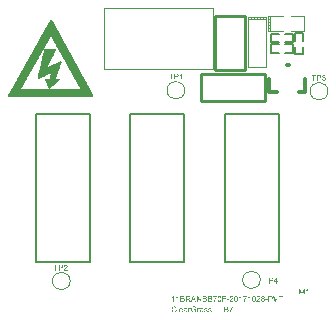
<source format=gto>
G04 Layer_Color=65535*
%FSLAX25Y25*%
%MOIN*%
G70*
G01*
G75*
%ADD29C,0.00394*%
%ADD30C,0.00500*%
%ADD31C,0.00600*%
%ADD32C,0.01000*%
%ADD33C,0.00100*%
%ADD34C,0.00402*%
%ADD35C,0.00400*%
%ADD36C,0.01200*%
G36*
X75088Y-95574D02*
X75086Y-95576D01*
X75080Y-95582D01*
X75070Y-95595D01*
X75057Y-95609D01*
X75041Y-95630D01*
X75020Y-95653D01*
X74999Y-95680D01*
X74974Y-95711D01*
X74947Y-95746D01*
X74918Y-95786D01*
X74887Y-95829D01*
X74855Y-95875D01*
X74824Y-95923D01*
X74791Y-95977D01*
X74756Y-96033D01*
X74722Y-96092D01*
X74720Y-96096D01*
X74714Y-96106D01*
X74706Y-96123D01*
X74693Y-96148D01*
X74679Y-96177D01*
X74660Y-96212D01*
X74641Y-96252D01*
X74620Y-96295D01*
X74599Y-96343D01*
X74577Y-96395D01*
X74554Y-96451D01*
X74531Y-96508D01*
X74508Y-96568D01*
X74485Y-96630D01*
X74446Y-96757D01*
Y-96759D01*
X74444Y-96768D01*
X74439Y-96782D01*
X74435Y-96799D01*
X74429Y-96822D01*
X74423Y-96849D01*
X74414Y-96880D01*
X74408Y-96913D01*
X74400Y-96951D01*
X74394Y-96992D01*
X74385Y-97036D01*
X74379Y-97082D01*
X74371Y-97129D01*
X74365Y-97180D01*
X74356Y-97284D01*
X74115D01*
Y-97281D01*
Y-97273D01*
Y-97261D01*
X74117Y-97244D01*
X74119Y-97221D01*
X74121Y-97196D01*
X74123Y-97165D01*
X74127Y-97132D01*
X74132Y-97092D01*
X74138Y-97053D01*
X74144Y-97007D01*
X74152Y-96959D01*
X74163Y-96907D01*
X74173Y-96853D01*
X74188Y-96797D01*
X74202Y-96738D01*
X74204Y-96734D01*
X74206Y-96724D01*
X74211Y-96707D01*
X74219Y-96684D01*
X74227Y-96655D01*
X74238Y-96620D01*
X74250Y-96583D01*
X74265Y-96541D01*
X74281Y-96495D01*
X74300Y-96445D01*
X74319Y-96393D01*
X74342Y-96341D01*
X74389Y-96231D01*
X74446Y-96119D01*
X74448Y-96114D01*
X74454Y-96106D01*
X74462Y-96090D01*
X74473Y-96069D01*
X74489Y-96044D01*
X74506Y-96015D01*
X74527Y-95981D01*
X74547Y-95944D01*
X74572Y-95907D01*
X74599Y-95865D01*
X74658Y-95782D01*
X74720Y-95696D01*
X74753Y-95655D01*
X74787Y-95615D01*
X73847D01*
Y-95389D01*
X75088D01*
Y-95574D01*
D02*
G37*
G36*
X72900Y-95366D02*
X72923D01*
X72946Y-95368D01*
X72973Y-95372D01*
X73027Y-95378D01*
X73087Y-95389D01*
X73144Y-95403D01*
X73198Y-95424D01*
X73200D01*
X73204Y-95426D01*
X73210Y-95430D01*
X73220Y-95434D01*
X73243Y-95449D01*
X73275Y-95468D01*
X73308Y-95493D01*
X73341Y-95524D01*
X73374Y-95561D01*
X73406Y-95603D01*
Y-95605D01*
X73410Y-95609D01*
X73412Y-95615D01*
X73418Y-95624D01*
X73424Y-95634D01*
X73431Y-95649D01*
X73445Y-95680D01*
X73458Y-95717D01*
X73470Y-95761D01*
X73478Y-95807D01*
X73483Y-95857D01*
Y-95859D01*
Y-95863D01*
Y-95869D01*
Y-95877D01*
X73478Y-95900D01*
X73474Y-95932D01*
X73466Y-95967D01*
X73453Y-96006D01*
X73437Y-96046D01*
X73414Y-96087D01*
Y-96090D01*
X73412Y-96092D01*
X73408Y-96098D01*
X73401Y-96106D01*
X73387Y-96125D01*
X73364Y-96150D01*
X73337Y-96177D01*
X73302Y-96206D01*
X73262Y-96235D01*
X73214Y-96262D01*
X73216D01*
X73223Y-96264D01*
X73231Y-96268D01*
X73243Y-96273D01*
X73258Y-96279D01*
X73275Y-96285D01*
X73312Y-96304D01*
X73356Y-96327D01*
X73399Y-96358D01*
X73443Y-96393D01*
X73480Y-96437D01*
X73483Y-96439D01*
X73485Y-96443D01*
X73489Y-96449D01*
X73495Y-96458D01*
X73503Y-96470D01*
X73512Y-96485D01*
X73520Y-96501D01*
X73528Y-96520D01*
X73545Y-96562D01*
X73562Y-96612D01*
X73572Y-96668D01*
X73576Y-96697D01*
Y-96728D01*
Y-96730D01*
Y-96734D01*
Y-96741D01*
Y-96751D01*
X73574Y-96763D01*
Y-96776D01*
X73570Y-96809D01*
X73562Y-96849D01*
X73551Y-96890D01*
X73537Y-96936D01*
X73518Y-96980D01*
Y-96982D01*
X73516Y-96984D01*
X73512Y-96990D01*
X73507Y-96999D01*
X73495Y-97019D01*
X73478Y-97044D01*
X73460Y-97073D01*
X73435Y-97102D01*
X73408Y-97132D01*
X73377Y-97159D01*
X73372Y-97161D01*
X73362Y-97169D01*
X73343Y-97180D01*
X73318Y-97194D01*
X73289Y-97209D01*
X73254Y-97225D01*
X73212Y-97240D01*
X73166Y-97252D01*
X73164D01*
X73160Y-97254D01*
X73154D01*
X73144Y-97256D01*
X73131Y-97259D01*
X73116Y-97263D01*
X73100Y-97265D01*
X73081Y-97267D01*
X73060Y-97271D01*
X73035Y-97273D01*
X72983Y-97279D01*
X72923Y-97281D01*
X72856Y-97284D01*
X72126D01*
Y-95364D01*
X72881D01*
X72900Y-95366D01*
D02*
G37*
G36*
X80024Y-95359D02*
X80047Y-95362D01*
X80074Y-95366D01*
X80105Y-95370D01*
X80137Y-95376D01*
X80172Y-95384D01*
X80207Y-95395D01*
X80245Y-95407D01*
X80280Y-95422D01*
X80317Y-95441D01*
X80353Y-95461D01*
X80386Y-95484D01*
X80417Y-95511D01*
X80419Y-95513D01*
X80423Y-95517D01*
X80432Y-95528D01*
X80442Y-95538D01*
X80455Y-95553D01*
X80469Y-95572D01*
X80484Y-95592D01*
X80498Y-95617D01*
X80513Y-95642D01*
X80528Y-95671D01*
X80542Y-95703D01*
X80555Y-95736D01*
X80565Y-95773D01*
X80573Y-95811D01*
X80577Y-95850D01*
X80580Y-95892D01*
Y-95894D01*
Y-95896D01*
Y-95902D01*
Y-95911D01*
X80577Y-95934D01*
X80573Y-95963D01*
X80567Y-95998D01*
X80559Y-96035D01*
X80548Y-96077D01*
X80532Y-96119D01*
Y-96121D01*
X80530Y-96123D01*
X80528Y-96129D01*
X80523Y-96137D01*
X80511Y-96160D01*
X80494Y-96189D01*
X80471Y-96225D01*
X80444Y-96264D01*
X80413Y-96306D01*
X80374Y-96352D01*
X80371Y-96354D01*
X80369Y-96358D01*
X80361Y-96364D01*
X80353Y-96374D01*
X80340Y-96387D01*
X80326Y-96402D01*
X80309Y-96420D01*
X80288Y-96439D01*
X80263Y-96462D01*
X80236Y-96487D01*
X80207Y-96516D01*
X80174Y-96545D01*
X80139Y-96578D01*
X80099Y-96612D01*
X80055Y-96649D01*
X80010Y-96689D01*
X80007Y-96691D01*
X80001Y-96697D01*
X79989Y-96705D01*
X79976Y-96718D01*
X79958Y-96732D01*
X79939Y-96749D01*
X79895Y-96786D01*
X79849Y-96826D01*
X79806Y-96868D01*
X79785Y-96886D01*
X79766Y-96903D01*
X79750Y-96920D01*
X79737Y-96932D01*
X79735Y-96934D01*
X79727Y-96942D01*
X79716Y-96955D01*
X79702Y-96971D01*
X79685Y-96990D01*
X79668Y-97011D01*
X79635Y-97057D01*
X80582D01*
Y-97284D01*
X79311D01*
Y-97279D01*
Y-97269D01*
Y-97252D01*
X79313Y-97232D01*
X79315Y-97206D01*
X79321Y-97180D01*
X79327Y-97150D01*
X79338Y-97121D01*
Y-97119D01*
X79340Y-97115D01*
X79342Y-97109D01*
X79346Y-97098D01*
X79352Y-97088D01*
X79359Y-97073D01*
X79375Y-97040D01*
X79396Y-97001D01*
X79423Y-96957D01*
X79454Y-96911D01*
X79492Y-96865D01*
X79494Y-96863D01*
X79496Y-96859D01*
X79502Y-96853D01*
X79513Y-96842D01*
X79523Y-96832D01*
X79537Y-96817D01*
X79552Y-96801D01*
X79571Y-96782D01*
X79592Y-96761D01*
X79614Y-96741D01*
X79639Y-96716D01*
X79668Y-96691D01*
X79698Y-96664D01*
X79731Y-96637D01*
X79764Y-96608D01*
X79802Y-96576D01*
X79806Y-96574D01*
X79816Y-96564D01*
X79831Y-96551D01*
X79852Y-96533D01*
X79877Y-96512D01*
X79906Y-96487D01*
X79939Y-96460D01*
X79972Y-96429D01*
X80043Y-96364D01*
X80111Y-96295D01*
X80145Y-96262D01*
X80176Y-96229D01*
X80203Y-96198D01*
X80226Y-96169D01*
X80228Y-96166D01*
X80230Y-96162D01*
X80236Y-96154D01*
X80243Y-96144D01*
X80253Y-96129D01*
X80261Y-96114D01*
X80282Y-96077D01*
X80303Y-96033D01*
X80322Y-95986D01*
X80334Y-95936D01*
X80336Y-95911D01*
X80338Y-95886D01*
Y-95884D01*
Y-95880D01*
Y-95871D01*
X80336Y-95863D01*
Y-95850D01*
X80332Y-95836D01*
X80326Y-95805D01*
X80313Y-95767D01*
X80295Y-95728D01*
X80284Y-95707D01*
X80270Y-95688D01*
X80255Y-95669D01*
X80236Y-95651D01*
X80234Y-95649D01*
X80232Y-95647D01*
X80226Y-95642D01*
X80218Y-95636D01*
X80207Y-95628D01*
X80195Y-95619D01*
X80166Y-95601D01*
X80126Y-95584D01*
X80082Y-95568D01*
X80030Y-95557D01*
X80001Y-95553D01*
X79956D01*
X79943Y-95555D01*
X79928D01*
X79912Y-95559D01*
X79874Y-95565D01*
X79831Y-95578D01*
X79785Y-95597D01*
X79762Y-95609D01*
X79739Y-95622D01*
X79718Y-95638D01*
X79698Y-95657D01*
X79695Y-95659D01*
X79693Y-95661D01*
X79689Y-95667D01*
X79681Y-95676D01*
X79675Y-95686D01*
X79666Y-95698D01*
X79656Y-95713D01*
X79648Y-95730D01*
X79637Y-95748D01*
X79629Y-95769D01*
X79612Y-95819D01*
X79600Y-95873D01*
X79598Y-95904D01*
X79596Y-95938D01*
X79354Y-95913D01*
Y-95909D01*
X79356Y-95900D01*
X79359Y-95888D01*
X79361Y-95869D01*
X79365Y-95846D01*
X79371Y-95819D01*
X79377Y-95790D01*
X79388Y-95759D01*
X79398Y-95728D01*
X79411Y-95692D01*
X79427Y-95659D01*
X79444Y-95626D01*
X79465Y-95590D01*
X79488Y-95559D01*
X79513Y-95528D01*
X79542Y-95501D01*
X79544Y-95499D01*
X79550Y-95495D01*
X79558Y-95488D01*
X79571Y-95478D01*
X79587Y-95468D01*
X79608Y-95455D01*
X79631Y-95443D01*
X79658Y-95428D01*
X79687Y-95416D01*
X79720Y-95403D01*
X79756Y-95391D01*
X79795Y-95380D01*
X79837Y-95370D01*
X79881Y-95364D01*
X79928Y-95359D01*
X79978Y-95357D01*
X80005D01*
X80024Y-95359D01*
D02*
G37*
G36*
X78217Y-95590D02*
X77177D01*
Y-96185D01*
X78077D01*
Y-96412D01*
X77177D01*
Y-97284D01*
X76923D01*
Y-95364D01*
X78217D01*
Y-95590D01*
D02*
G37*
G36*
X65606Y-95366D02*
X65628D01*
X65655Y-95368D01*
X65687Y-95370D01*
X65749Y-95376D01*
X65814Y-95386D01*
X65876Y-95399D01*
X65903Y-95407D01*
X65930Y-95416D01*
X65932D01*
X65936Y-95418D01*
X65943Y-95422D01*
X65953Y-95426D01*
X65978Y-95438D01*
X66007Y-95457D01*
X66042Y-95482D01*
X66078Y-95516D01*
X66113Y-95553D01*
X66144Y-95599D01*
Y-95601D01*
X66149Y-95605D01*
X66153Y-95611D01*
X66157Y-95622D01*
X66163Y-95634D01*
X66169Y-95649D01*
X66178Y-95665D01*
X66186Y-95684D01*
X66201Y-95728D01*
X66213Y-95776D01*
X66221Y-95829D01*
X66225Y-95888D01*
Y-95890D01*
Y-95896D01*
Y-95909D01*
X66223Y-95921D01*
X66221Y-95940D01*
X66219Y-95961D01*
X66215Y-95983D01*
X66209Y-96008D01*
X66192Y-96062D01*
X66182Y-96092D01*
X66169Y-96121D01*
X66155Y-96150D01*
X66136Y-96179D01*
X66115Y-96206D01*
X66092Y-96233D01*
X66090Y-96235D01*
X66086Y-96239D01*
X66078Y-96245D01*
X66067Y-96256D01*
X66053Y-96266D01*
X66036Y-96279D01*
X66015Y-96293D01*
X65990Y-96308D01*
X65963Y-96323D01*
X65934Y-96337D01*
X65901Y-96352D01*
X65864Y-96366D01*
X65824Y-96379D01*
X65780Y-96391D01*
X65733Y-96402D01*
X65683Y-96410D01*
X65685D01*
X65687Y-96412D01*
X65699Y-96418D01*
X65718Y-96429D01*
X65741Y-96441D01*
X65766Y-96456D01*
X65791Y-96470D01*
X65816Y-96489D01*
X65837Y-96505D01*
X65839Y-96508D01*
X65841Y-96510D01*
X65847Y-96516D01*
X65855Y-96524D01*
X65866Y-96535D01*
X65878Y-96547D01*
X65905Y-96576D01*
X65936Y-96614D01*
X65972Y-96657D01*
X66009Y-96707D01*
X66047Y-96761D01*
X66379Y-97284D01*
X66061D01*
X65807Y-96884D01*
X65805Y-96882D01*
X65803Y-96876D01*
X65797Y-96868D01*
X65789Y-96855D01*
X65780Y-96840D01*
X65768Y-96824D01*
X65743Y-96786D01*
X65714Y-96743D01*
X65685Y-96699D01*
X65653Y-96657D01*
X65624Y-96620D01*
Y-96618D01*
X65620Y-96616D01*
X65612Y-96605D01*
X65599Y-96589D01*
X65581Y-96570D01*
X65562Y-96549D01*
X65539Y-96528D01*
X65516Y-96508D01*
X65495Y-96493D01*
X65493Y-96491D01*
X65485Y-96487D01*
X65475Y-96481D01*
X65460Y-96472D01*
X65441Y-96464D01*
X65423Y-96456D01*
X65402Y-96447D01*
X65379Y-96441D01*
X65377D01*
X65371Y-96439D01*
X65360Y-96437D01*
X65346Y-96435D01*
X65325D01*
X65300Y-96433D01*
X65271Y-96431D01*
X64944D01*
Y-97284D01*
X64690D01*
Y-95364D01*
X65583D01*
X65606Y-95366D01*
D02*
G37*
G36*
X63661D02*
X63684D01*
X63707Y-95368D01*
X63734Y-95372D01*
X63788Y-95378D01*
X63848Y-95389D01*
X63904Y-95403D01*
X63958Y-95424D01*
X63960D01*
X63964Y-95426D01*
X63971Y-95430D01*
X63981Y-95434D01*
X64004Y-95449D01*
X64035Y-95468D01*
X64069Y-95493D01*
X64102Y-95524D01*
X64135Y-95561D01*
X64166Y-95603D01*
Y-95605D01*
X64170Y-95609D01*
X64173Y-95615D01*
X64179Y-95624D01*
X64185Y-95634D01*
X64191Y-95649D01*
X64206Y-95680D01*
X64218Y-95717D01*
X64231Y-95761D01*
X64239Y-95807D01*
X64243Y-95857D01*
Y-95859D01*
Y-95863D01*
Y-95869D01*
Y-95877D01*
X64239Y-95900D01*
X64235Y-95932D01*
X64227Y-95967D01*
X64214Y-96006D01*
X64197Y-96046D01*
X64175Y-96087D01*
Y-96090D01*
X64173Y-96092D01*
X64168Y-96098D01*
X64162Y-96106D01*
X64148Y-96125D01*
X64125Y-96150D01*
X64098Y-96177D01*
X64062Y-96206D01*
X64023Y-96235D01*
X63975Y-96262D01*
X63977D01*
X63983Y-96264D01*
X63991Y-96268D01*
X64004Y-96273D01*
X64019Y-96279D01*
X64035Y-96285D01*
X64073Y-96304D01*
X64116Y-96327D01*
X64160Y-96358D01*
X64204Y-96393D01*
X64241Y-96437D01*
X64243Y-96439D01*
X64245Y-96443D01*
X64249Y-96449D01*
X64256Y-96458D01*
X64264Y-96470D01*
X64272Y-96485D01*
X64281Y-96501D01*
X64289Y-96520D01*
X64306Y-96562D01*
X64322Y-96612D01*
X64333Y-96668D01*
X64337Y-96697D01*
Y-96728D01*
Y-96730D01*
Y-96734D01*
Y-96741D01*
Y-96751D01*
X64335Y-96763D01*
Y-96776D01*
X64331Y-96809D01*
X64322Y-96849D01*
X64312Y-96890D01*
X64297Y-96936D01*
X64279Y-96980D01*
Y-96982D01*
X64276Y-96984D01*
X64272Y-96990D01*
X64268Y-96999D01*
X64256Y-97019D01*
X64239Y-97044D01*
X64220Y-97073D01*
X64195Y-97102D01*
X64168Y-97132D01*
X64137Y-97159D01*
X64133Y-97161D01*
X64123Y-97169D01*
X64104Y-97180D01*
X64079Y-97194D01*
X64050Y-97209D01*
X64014Y-97225D01*
X63973Y-97240D01*
X63927Y-97252D01*
X63925D01*
X63921Y-97254D01*
X63915D01*
X63904Y-97256D01*
X63892Y-97259D01*
X63877Y-97263D01*
X63860Y-97265D01*
X63842Y-97267D01*
X63821Y-97271D01*
X63796Y-97273D01*
X63744Y-97279D01*
X63684Y-97281D01*
X63617Y-97284D01*
X62887D01*
Y-95364D01*
X63642D01*
X63661Y-95366D01*
D02*
G37*
G36*
X71111D02*
X71134D01*
X71157Y-95368D01*
X71184Y-95372D01*
X71238Y-95378D01*
X71299Y-95389D01*
X71355Y-95403D01*
X71409Y-95424D01*
X71411D01*
X71415Y-95426D01*
X71421Y-95430D01*
X71432Y-95434D01*
X71455Y-95449D01*
X71486Y-95468D01*
X71519Y-95493D01*
X71552Y-95524D01*
X71586Y-95561D01*
X71617Y-95603D01*
Y-95605D01*
X71621Y-95609D01*
X71623Y-95615D01*
X71629Y-95624D01*
X71636Y-95634D01*
X71642Y-95649D01*
X71656Y-95680D01*
X71669Y-95717D01*
X71681Y-95761D01*
X71690Y-95807D01*
X71694Y-95857D01*
Y-95859D01*
Y-95863D01*
Y-95869D01*
Y-95877D01*
X71690Y-95900D01*
X71685Y-95932D01*
X71677Y-95967D01*
X71665Y-96006D01*
X71648Y-96046D01*
X71625Y-96087D01*
Y-96090D01*
X71623Y-96092D01*
X71619Y-96098D01*
X71613Y-96106D01*
X71598Y-96125D01*
X71575Y-96150D01*
X71548Y-96177D01*
X71513Y-96206D01*
X71473Y-96235D01*
X71425Y-96262D01*
X71428D01*
X71434Y-96264D01*
X71442Y-96268D01*
X71455Y-96273D01*
X71469Y-96279D01*
X71486Y-96285D01*
X71523Y-96304D01*
X71567Y-96327D01*
X71611Y-96358D01*
X71654Y-96393D01*
X71692Y-96437D01*
X71694Y-96439D01*
X71696Y-96443D01*
X71700Y-96449D01*
X71706Y-96458D01*
X71715Y-96470D01*
X71723Y-96485D01*
X71731Y-96501D01*
X71740Y-96520D01*
X71756Y-96562D01*
X71773Y-96612D01*
X71783Y-96668D01*
X71787Y-96697D01*
Y-96728D01*
Y-96730D01*
Y-96734D01*
Y-96741D01*
Y-96751D01*
X71785Y-96763D01*
Y-96776D01*
X71781Y-96809D01*
X71773Y-96849D01*
X71762Y-96890D01*
X71748Y-96936D01*
X71729Y-96980D01*
Y-96982D01*
X71727Y-96984D01*
X71723Y-96990D01*
X71719Y-96999D01*
X71706Y-97019D01*
X71690Y-97044D01*
X71671Y-97073D01*
X71646Y-97102D01*
X71619Y-97132D01*
X71588Y-97159D01*
X71583Y-97161D01*
X71573Y-97169D01*
X71554Y-97180D01*
X71529Y-97194D01*
X71500Y-97209D01*
X71465Y-97225D01*
X71423Y-97240D01*
X71378Y-97252D01*
X71376D01*
X71371Y-97254D01*
X71365D01*
X71355Y-97256D01*
X71342Y-97259D01*
X71328Y-97263D01*
X71311Y-97265D01*
X71292Y-97267D01*
X71272Y-97271D01*
X71247Y-97273D01*
X71195Y-97279D01*
X71134Y-97281D01*
X71068Y-97284D01*
X70338D01*
Y-95364D01*
X71093D01*
X71111Y-95366D01*
D02*
G37*
G36*
X68210Y-97284D02*
X67921D01*
X67698Y-96703D01*
X66891D01*
X66683Y-97284D01*
X66415D01*
X67149Y-95364D01*
X67423D01*
X68210Y-97284D01*
D02*
G37*
G36*
X97213Y-95590D02*
X96581D01*
Y-97284D01*
X96327D01*
Y-95590D01*
X95695D01*
Y-95364D01*
X97213D01*
Y-95590D01*
D02*
G37*
G36*
X93093Y-95366D02*
X93141Y-95368D01*
X93189Y-95372D01*
X93234Y-95376D01*
X93257Y-95378D01*
X93276Y-95382D01*
X93278D01*
X93282Y-95384D01*
X93290D01*
X93299Y-95386D01*
X93311Y-95391D01*
X93326Y-95393D01*
X93359Y-95403D01*
X93397Y-95416D01*
X93436Y-95432D01*
X93476Y-95451D01*
X93513Y-95474D01*
X93515D01*
X93517Y-95476D01*
X93530Y-95486D01*
X93546Y-95501D01*
X93569Y-95522D01*
X93592Y-95547D01*
X93619Y-95580D01*
X93644Y-95615D01*
X93667Y-95659D01*
Y-95661D01*
X93669Y-95665D01*
X93673Y-95671D01*
X93677Y-95680D01*
X93681Y-95690D01*
X93686Y-95705D01*
X93698Y-95736D01*
X93708Y-95776D01*
X93719Y-95819D01*
X93725Y-95869D01*
X93727Y-95921D01*
Y-95923D01*
Y-95932D01*
Y-95944D01*
X93725Y-95963D01*
X93723Y-95983D01*
X93719Y-96006D01*
X93715Y-96033D01*
X93708Y-96065D01*
X93700Y-96096D01*
X93690Y-96129D01*
X93677Y-96162D01*
X93661Y-96198D01*
X93644Y-96233D01*
X93623Y-96268D01*
X93598Y-96302D01*
X93571Y-96335D01*
X93569Y-96337D01*
X93563Y-96341D01*
X93555Y-96350D01*
X93540Y-96362D01*
X93523Y-96374D01*
X93501Y-96389D01*
X93473Y-96404D01*
X93442Y-96418D01*
X93405Y-96435D01*
X93365Y-96449D01*
X93317Y-96464D01*
X93268Y-96476D01*
X93209Y-96487D01*
X93147Y-96495D01*
X93080Y-96501D01*
X93005Y-96504D01*
X92515D01*
Y-97284D01*
X92261D01*
Y-95364D01*
X93051D01*
X93093Y-95366D01*
D02*
G37*
G36*
X69922Y-97284D02*
X69660D01*
X68653Y-95777D01*
Y-97284D01*
X68409D01*
Y-95364D01*
X68669D01*
X69678Y-96872D01*
Y-95364D01*
X69922D01*
Y-97284D01*
D02*
G37*
G36*
X94861D02*
X94599D01*
X93854Y-95364D01*
X94131D01*
X94630Y-96759D01*
Y-96761D01*
X94632Y-96768D01*
X94636Y-96776D01*
X94640Y-96788D01*
X94644Y-96803D01*
X94651Y-96820D01*
X94657Y-96838D01*
X94665Y-96861D01*
X94680Y-96909D01*
X94696Y-96961D01*
X94713Y-97017D01*
X94730Y-97073D01*
Y-97071D01*
X94732Y-97067D01*
X94734Y-97057D01*
X94738Y-97046D01*
X94742Y-97032D01*
X94746Y-97015D01*
X94753Y-96996D01*
X94759Y-96976D01*
X94773Y-96928D01*
X94792Y-96874D01*
X94813Y-96817D01*
X94834Y-96759D01*
X95352Y-95364D01*
X95610D01*
X94861Y-97284D01*
D02*
G37*
G36*
X85074Y-95574D02*
X85072Y-95576D01*
X85066Y-95582D01*
X85056Y-95595D01*
X85043Y-95609D01*
X85027Y-95630D01*
X85006Y-95653D01*
X84985Y-95680D01*
X84960Y-95711D01*
X84933Y-95746D01*
X84904Y-95786D01*
X84873Y-95829D01*
X84841Y-95875D01*
X84810Y-95923D01*
X84777Y-95977D01*
X84742Y-96033D01*
X84708Y-96092D01*
X84706Y-96096D01*
X84700Y-96106D01*
X84692Y-96123D01*
X84679Y-96148D01*
X84665Y-96177D01*
X84646Y-96212D01*
X84627Y-96252D01*
X84606Y-96295D01*
X84586Y-96343D01*
X84563Y-96395D01*
X84540Y-96451D01*
X84517Y-96508D01*
X84494Y-96568D01*
X84471Y-96630D01*
X84432Y-96757D01*
Y-96759D01*
X84430Y-96768D01*
X84425Y-96782D01*
X84421Y-96799D01*
X84415Y-96822D01*
X84409Y-96849D01*
X84400Y-96880D01*
X84394Y-96913D01*
X84386Y-96951D01*
X84380Y-96992D01*
X84371Y-97036D01*
X84365Y-97082D01*
X84357Y-97129D01*
X84351Y-97180D01*
X84342Y-97284D01*
X84101D01*
Y-97281D01*
Y-97273D01*
Y-97261D01*
X84103Y-97244D01*
X84105Y-97221D01*
X84107Y-97196D01*
X84109Y-97165D01*
X84113Y-97132D01*
X84118Y-97092D01*
X84124Y-97053D01*
X84130Y-97007D01*
X84138Y-96959D01*
X84149Y-96907D01*
X84159Y-96853D01*
X84174Y-96797D01*
X84188Y-96738D01*
X84190Y-96734D01*
X84193Y-96724D01*
X84197Y-96707D01*
X84205Y-96684D01*
X84213Y-96655D01*
X84224Y-96620D01*
X84236Y-96583D01*
X84251Y-96541D01*
X84267Y-96495D01*
X84286Y-96445D01*
X84305Y-96393D01*
X84328Y-96341D01*
X84376Y-96231D01*
X84432Y-96119D01*
X84434Y-96114D01*
X84440Y-96106D01*
X84448Y-96090D01*
X84459Y-96069D01*
X84475Y-96044D01*
X84492Y-96015D01*
X84513Y-95981D01*
X84534Y-95944D01*
X84559Y-95907D01*
X84586Y-95865D01*
X84644Y-95782D01*
X84706Y-95696D01*
X84740Y-95655D01*
X84773Y-95615D01*
X83833D01*
Y-95389D01*
X85074D01*
Y-95574D01*
D02*
G37*
G36*
X83213Y-97284D02*
X82978D01*
Y-95784D01*
X82974Y-95788D01*
X82963Y-95798D01*
X82945Y-95813D01*
X82917Y-95834D01*
X82886Y-95859D01*
X82847Y-95886D01*
X82803Y-95915D01*
X82753Y-95946D01*
X82751D01*
X82747Y-95950D01*
X82741Y-95954D01*
X82730Y-95959D01*
X82718Y-95967D01*
X82703Y-95973D01*
X82670Y-95992D01*
X82632Y-96011D01*
X82591Y-96031D01*
X82547Y-96050D01*
X82506Y-96067D01*
Y-95840D01*
X82508Y-95838D01*
X82514Y-95836D01*
X82524Y-95829D01*
X82539Y-95823D01*
X82556Y-95815D01*
X82576Y-95802D01*
X82599Y-95790D01*
X82622Y-95777D01*
X82676Y-95744D01*
X82734Y-95705D01*
X82795Y-95663D01*
X82851Y-95615D01*
X82853Y-95613D01*
X82857Y-95609D01*
X82865Y-95603D01*
X82876Y-95592D01*
X82886Y-95580D01*
X82901Y-95568D01*
X82932Y-95532D01*
X82967Y-95495D01*
X83003Y-95451D01*
X83034Y-95405D01*
X83061Y-95357D01*
X83213D01*
Y-97284D01*
D02*
G37*
G36*
X88972Y-95359D02*
X88995Y-95362D01*
X89022Y-95366D01*
X89053Y-95370D01*
X89085Y-95376D01*
X89120Y-95384D01*
X89155Y-95395D01*
X89193Y-95407D01*
X89228Y-95422D01*
X89266Y-95441D01*
X89301Y-95461D01*
X89334Y-95484D01*
X89365Y-95511D01*
X89368Y-95513D01*
X89372Y-95517D01*
X89380Y-95528D01*
X89390Y-95538D01*
X89403Y-95553D01*
X89417Y-95572D01*
X89432Y-95592D01*
X89447Y-95617D01*
X89461Y-95642D01*
X89476Y-95671D01*
X89490Y-95703D01*
X89503Y-95736D01*
X89513Y-95773D01*
X89521Y-95811D01*
X89526Y-95850D01*
X89528Y-95892D01*
Y-95894D01*
Y-95896D01*
Y-95902D01*
Y-95911D01*
X89526Y-95934D01*
X89521Y-95963D01*
X89515Y-95998D01*
X89507Y-96035D01*
X89496Y-96077D01*
X89480Y-96119D01*
Y-96121D01*
X89478Y-96123D01*
X89476Y-96129D01*
X89472Y-96137D01*
X89459Y-96160D01*
X89442Y-96189D01*
X89420Y-96225D01*
X89393Y-96264D01*
X89361Y-96306D01*
X89322Y-96352D01*
X89320Y-96354D01*
X89318Y-96358D01*
X89309Y-96364D01*
X89301Y-96374D01*
X89289Y-96387D01*
X89274Y-96402D01*
X89257Y-96420D01*
X89236Y-96439D01*
X89211Y-96462D01*
X89184Y-96487D01*
X89155Y-96516D01*
X89122Y-96545D01*
X89087Y-96578D01*
X89047Y-96612D01*
X89003Y-96649D01*
X88958Y-96689D01*
X88956Y-96691D01*
X88949Y-96697D01*
X88937Y-96705D01*
X88924Y-96718D01*
X88906Y-96732D01*
X88887Y-96749D01*
X88843Y-96786D01*
X88798Y-96826D01*
X88754Y-96868D01*
X88733Y-96886D01*
X88714Y-96903D01*
X88698Y-96920D01*
X88685Y-96932D01*
X88683Y-96934D01*
X88675Y-96942D01*
X88665Y-96955D01*
X88650Y-96971D01*
X88633Y-96990D01*
X88617Y-97011D01*
X88583Y-97057D01*
X89530D01*
Y-97284D01*
X88259D01*
Y-97279D01*
Y-97269D01*
Y-97252D01*
X88261Y-97232D01*
X88263Y-97206D01*
X88269Y-97180D01*
X88275Y-97150D01*
X88286Y-97121D01*
Y-97119D01*
X88288Y-97115D01*
X88290Y-97109D01*
X88294Y-97098D01*
X88301Y-97088D01*
X88307Y-97073D01*
X88323Y-97040D01*
X88344Y-97001D01*
X88371Y-96957D01*
X88402Y-96911D01*
X88440Y-96865D01*
X88442Y-96863D01*
X88444Y-96859D01*
X88450Y-96853D01*
X88461Y-96842D01*
X88471Y-96832D01*
X88486Y-96817D01*
X88500Y-96801D01*
X88519Y-96782D01*
X88540Y-96761D01*
X88563Y-96741D01*
X88587Y-96716D01*
X88617Y-96691D01*
X88646Y-96664D01*
X88679Y-96637D01*
X88712Y-96608D01*
X88750Y-96576D01*
X88754Y-96574D01*
X88764Y-96564D01*
X88779Y-96551D01*
X88800Y-96533D01*
X88825Y-96512D01*
X88854Y-96487D01*
X88887Y-96460D01*
X88920Y-96429D01*
X88991Y-96364D01*
X89060Y-96295D01*
X89093Y-96262D01*
X89124Y-96229D01*
X89151Y-96198D01*
X89174Y-96169D01*
X89176Y-96166D01*
X89178Y-96162D01*
X89184Y-96154D01*
X89191Y-96144D01*
X89201Y-96129D01*
X89209Y-96114D01*
X89230Y-96077D01*
X89251Y-96033D01*
X89270Y-95986D01*
X89282Y-95936D01*
X89284Y-95911D01*
X89286Y-95886D01*
Y-95884D01*
Y-95880D01*
Y-95871D01*
X89284Y-95863D01*
Y-95850D01*
X89280Y-95836D01*
X89274Y-95805D01*
X89261Y-95767D01*
X89243Y-95728D01*
X89232Y-95707D01*
X89218Y-95688D01*
X89203Y-95669D01*
X89184Y-95651D01*
X89182Y-95649D01*
X89180Y-95647D01*
X89174Y-95642D01*
X89166Y-95636D01*
X89155Y-95628D01*
X89143Y-95619D01*
X89114Y-95601D01*
X89074Y-95584D01*
X89031Y-95568D01*
X88979Y-95557D01*
X88949Y-95553D01*
X88904D01*
X88891Y-95555D01*
X88877D01*
X88860Y-95559D01*
X88823Y-95565D01*
X88779Y-95578D01*
X88733Y-95597D01*
X88710Y-95609D01*
X88687Y-95622D01*
X88667Y-95638D01*
X88646Y-95657D01*
X88644Y-95659D01*
X88642Y-95661D01*
X88637Y-95667D01*
X88629Y-95676D01*
X88623Y-95686D01*
X88615Y-95698D01*
X88604Y-95713D01*
X88596Y-95730D01*
X88585Y-95748D01*
X88577Y-95769D01*
X88560Y-95819D01*
X88548Y-95873D01*
X88546Y-95904D01*
X88544Y-95938D01*
X88303Y-95913D01*
Y-95909D01*
X88305Y-95900D01*
X88307Y-95888D01*
X88309Y-95869D01*
X88313Y-95846D01*
X88319Y-95819D01*
X88325Y-95790D01*
X88336Y-95759D01*
X88346Y-95728D01*
X88359Y-95692D01*
X88375Y-95659D01*
X88392Y-95626D01*
X88413Y-95590D01*
X88436Y-95559D01*
X88461Y-95528D01*
X88490Y-95501D01*
X88492Y-95499D01*
X88498Y-95495D01*
X88506Y-95488D01*
X88519Y-95478D01*
X88535Y-95468D01*
X88556Y-95455D01*
X88579Y-95443D01*
X88606Y-95428D01*
X88635Y-95416D01*
X88669Y-95403D01*
X88704Y-95391D01*
X88744Y-95380D01*
X88785Y-95370D01*
X88829Y-95364D01*
X88877Y-95359D01*
X88927Y-95357D01*
X88954D01*
X88972Y-95359D01*
D02*
G37*
G36*
X86195Y-97284D02*
X85961D01*
Y-95784D01*
X85956Y-95788D01*
X85946Y-95798D01*
X85927Y-95813D01*
X85900Y-95834D01*
X85869Y-95859D01*
X85829Y-95886D01*
X85786Y-95915D01*
X85736Y-95946D01*
X85734D01*
X85730Y-95950D01*
X85723Y-95954D01*
X85713Y-95959D01*
X85701Y-95967D01*
X85686Y-95973D01*
X85653Y-95992D01*
X85615Y-96011D01*
X85574Y-96031D01*
X85530Y-96050D01*
X85488Y-96067D01*
Y-95840D01*
X85490Y-95838D01*
X85497Y-95836D01*
X85507Y-95829D01*
X85522Y-95823D01*
X85538Y-95815D01*
X85559Y-95802D01*
X85582Y-95790D01*
X85605Y-95777D01*
X85659Y-95744D01*
X85717Y-95705D01*
X85777Y-95663D01*
X85834Y-95615D01*
X85836Y-95613D01*
X85840Y-95609D01*
X85848Y-95603D01*
X85859Y-95592D01*
X85869Y-95580D01*
X85883Y-95568D01*
X85915Y-95532D01*
X85950Y-95495D01*
X85985Y-95451D01*
X86017Y-95405D01*
X86044Y-95357D01*
X86195D01*
Y-97284D01*
D02*
G37*
G36*
X72761Y-99363D02*
X72777D01*
X72817Y-99367D01*
X72861Y-99373D01*
X72911Y-99382D01*
X72958Y-99392D01*
X73006Y-99409D01*
X73008D01*
X73013Y-99411D01*
X73019Y-99413D01*
X73027Y-99417D01*
X73048Y-99427D01*
X73077Y-99442D01*
X73106Y-99461D01*
X73135Y-99484D01*
X73164Y-99508D01*
X73189Y-99537D01*
X73191Y-99542D01*
X73200Y-99552D01*
X73210Y-99571D01*
X73223Y-99594D01*
X73237Y-99625D01*
X73250Y-99662D01*
X73262Y-99704D01*
X73273Y-99752D01*
X73042Y-99783D01*
Y-99781D01*
Y-99779D01*
X73037Y-99766D01*
X73033Y-99746D01*
X73025Y-99723D01*
X73013Y-99696D01*
X72996Y-99669D01*
X72975Y-99642D01*
X72950Y-99617D01*
X72946Y-99615D01*
X72935Y-99606D01*
X72919Y-99596D01*
X72896Y-99585D01*
X72865Y-99573D01*
X72827Y-99565D01*
X72786Y-99556D01*
X72736Y-99554D01*
X72709D01*
X72696Y-99556D01*
X72682D01*
X72646Y-99560D01*
X72609Y-99567D01*
X72569Y-99577D01*
X72534Y-99590D01*
X72519Y-99598D01*
X72505Y-99608D01*
X72503Y-99610D01*
X72495Y-99619D01*
X72484Y-99629D01*
X72472Y-99644D01*
X72457Y-99662D01*
X72447Y-99685D01*
X72438Y-99708D01*
X72436Y-99735D01*
Y-99737D01*
Y-99743D01*
X72438Y-99752D01*
X72440Y-99762D01*
X72449Y-99789D01*
X72455Y-99804D01*
X72463Y-99818D01*
X72465Y-99820D01*
X72470Y-99825D01*
X72476Y-99831D01*
X72486Y-99839D01*
X72499Y-99849D01*
X72515Y-99860D01*
X72534Y-99870D01*
X72555Y-99881D01*
X72557D01*
X72563Y-99883D01*
X72576Y-99887D01*
X72594Y-99893D01*
X72607Y-99897D01*
X72621Y-99901D01*
X72638Y-99906D01*
X72657Y-99912D01*
X72680Y-99918D01*
X72705Y-99924D01*
X72732Y-99933D01*
X72763Y-99941D01*
X72765D01*
X72773Y-99943D01*
X72786Y-99947D01*
X72804Y-99951D01*
X72823Y-99958D01*
X72846Y-99964D01*
X72873Y-99972D01*
X72900Y-99981D01*
X72958Y-99997D01*
X73015Y-100016D01*
X73042Y-100024D01*
X73067Y-100035D01*
X73089Y-100043D01*
X73110Y-100051D01*
X73112D01*
X73114Y-100053D01*
X73127Y-100060D01*
X73146Y-100068D01*
X73166Y-100083D01*
X73191Y-100099D01*
X73218Y-100120D01*
X73243Y-100145D01*
X73266Y-100174D01*
X73268Y-100178D01*
X73275Y-100189D01*
X73285Y-100205D01*
X73295Y-100230D01*
X73306Y-100259D01*
X73316Y-100293D01*
X73322Y-100332D01*
X73325Y-100376D01*
Y-100378D01*
Y-100382D01*
Y-100388D01*
Y-100397D01*
X73320Y-100419D01*
X73316Y-100449D01*
X73308Y-100482D01*
X73295Y-100519D01*
X73277Y-100559D01*
X73254Y-100598D01*
Y-100600D01*
X73250Y-100602D01*
X73241Y-100615D01*
X73225Y-100634D01*
X73204Y-100657D01*
X73175Y-100684D01*
X73141Y-100711D01*
X73102Y-100736D01*
X73056Y-100759D01*
X73054D01*
X73050Y-100761D01*
X73044Y-100763D01*
X73033Y-100767D01*
X73021Y-100771D01*
X73006Y-100777D01*
X72990Y-100781D01*
X72971Y-100786D01*
X72927Y-100796D01*
X72877Y-100806D01*
X72823Y-100813D01*
X72763Y-100815D01*
X72736D01*
X72717Y-100813D01*
X72696Y-100811D01*
X72669Y-100808D01*
X72640Y-100806D01*
X72609Y-100800D01*
X72542Y-100788D01*
X72472Y-100769D01*
X72438Y-100756D01*
X72405Y-100740D01*
X72376Y-100723D01*
X72347Y-100704D01*
X72345Y-100702D01*
X72341Y-100698D01*
X72334Y-100692D01*
X72324Y-100684D01*
X72314Y-100671D01*
X72301Y-100657D01*
X72287Y-100640D01*
X72272Y-100621D01*
X72255Y-100598D01*
X72241Y-100573D01*
X72226Y-100546D01*
X72212Y-100515D01*
X72199Y-100484D01*
X72187Y-100449D01*
X72176Y-100409D01*
X72168Y-100370D01*
X72401Y-100332D01*
Y-100334D01*
X72403Y-100338D01*
Y-100345D01*
X72405Y-100355D01*
X72407Y-100367D01*
X72411Y-100380D01*
X72422Y-100411D01*
X72436Y-100446D01*
X72455Y-100484D01*
X72478Y-100517D01*
X72509Y-100548D01*
X72511D01*
X72513Y-100550D01*
X72526Y-100559D01*
X72547Y-100571D01*
X72576Y-100584D01*
X72611Y-100598D01*
X72655Y-100609D01*
X72705Y-100617D01*
X72761Y-100621D01*
X72777D01*
X72788Y-100619D01*
X72802D01*
X72817Y-100617D01*
X72852Y-100613D01*
X72892Y-100605D01*
X72933Y-100594D01*
X72971Y-100577D01*
X73004Y-100557D01*
X73008Y-100555D01*
X73017Y-100544D01*
X73029Y-100532D01*
X73044Y-100513D01*
X73058Y-100490D01*
X73071Y-100463D01*
X73079Y-100434D01*
X73083Y-100401D01*
Y-100397D01*
Y-100388D01*
X73079Y-100372D01*
X73075Y-100355D01*
X73067Y-100334D01*
X73054Y-100313D01*
X73035Y-100293D01*
X73013Y-100274D01*
X73010Y-100272D01*
X73002Y-100268D01*
X72988Y-100261D01*
X72977Y-100257D01*
X72965Y-100253D01*
X72948Y-100247D01*
X72931Y-100241D01*
X72913Y-100234D01*
X72890Y-100228D01*
X72865Y-100220D01*
X72836Y-100212D01*
X72804Y-100203D01*
X72771Y-100195D01*
X72769D01*
X72761Y-100193D01*
X72746Y-100189D01*
X72730Y-100184D01*
X72709Y-100178D01*
X72684Y-100172D01*
X72657Y-100164D01*
X72628Y-100155D01*
X72569Y-100137D01*
X72509Y-100118D01*
X72480Y-100110D01*
X72455Y-100099D01*
X72430Y-100089D01*
X72409Y-100080D01*
X72407D01*
X72405Y-100078D01*
X72393Y-100072D01*
X72376Y-100062D01*
X72353Y-100045D01*
X72328Y-100026D01*
X72303Y-100005D01*
X72278Y-99979D01*
X72257Y-99949D01*
X72255Y-99945D01*
X72249Y-99935D01*
X72241Y-99916D01*
X72233Y-99893D01*
X72224Y-99866D01*
X72216Y-99835D01*
X72210Y-99800D01*
X72207Y-99762D01*
Y-99760D01*
Y-99758D01*
Y-99746D01*
X72210Y-99729D01*
X72214Y-99706D01*
X72218Y-99679D01*
X72224Y-99650D01*
X72235Y-99619D01*
X72249Y-99590D01*
X72251Y-99585D01*
X72257Y-99577D01*
X72266Y-99563D01*
X72280Y-99544D01*
X72295Y-99523D01*
X72316Y-99500D01*
X72339Y-99479D01*
X72366Y-99458D01*
X72368Y-99456D01*
X72376Y-99452D01*
X72388Y-99444D01*
X72405Y-99436D01*
X72426Y-99425D01*
X72451Y-99413D01*
X72482Y-99400D01*
X72515Y-99390D01*
X72517D01*
X72519Y-99388D01*
X72532Y-99386D01*
X72551Y-99382D01*
X72578Y-99375D01*
X72607Y-99369D01*
X72642Y-99365D01*
X72680Y-99363D01*
X72719Y-99361D01*
X72746D01*
X72761Y-99363D01*
D02*
G37*
G36*
X71419D02*
X71436D01*
X71475Y-99367D01*
X71519Y-99373D01*
X71569Y-99382D01*
X71617Y-99392D01*
X71665Y-99409D01*
X71667D01*
X71671Y-99411D01*
X71677Y-99413D01*
X71685Y-99417D01*
X71706Y-99427D01*
X71735Y-99442D01*
X71764Y-99461D01*
X71794Y-99484D01*
X71823Y-99508D01*
X71848Y-99537D01*
X71850Y-99542D01*
X71858Y-99552D01*
X71868Y-99571D01*
X71881Y-99594D01*
X71895Y-99625D01*
X71908Y-99662D01*
X71921Y-99704D01*
X71931Y-99752D01*
X71700Y-99783D01*
Y-99781D01*
Y-99779D01*
X71696Y-99766D01*
X71692Y-99746D01*
X71683Y-99723D01*
X71671Y-99696D01*
X71654Y-99669D01*
X71633Y-99642D01*
X71609Y-99617D01*
X71604Y-99615D01*
X71594Y-99606D01*
X71577Y-99596D01*
X71554Y-99585D01*
X71523Y-99573D01*
X71486Y-99565D01*
X71444Y-99556D01*
X71394Y-99554D01*
X71367D01*
X71355Y-99556D01*
X71340D01*
X71305Y-99560D01*
X71267Y-99567D01*
X71228Y-99577D01*
X71193Y-99590D01*
X71178Y-99598D01*
X71163Y-99608D01*
X71161Y-99610D01*
X71153Y-99619D01*
X71143Y-99629D01*
X71130Y-99644D01*
X71115Y-99662D01*
X71105Y-99685D01*
X71097Y-99708D01*
X71095Y-99735D01*
Y-99737D01*
Y-99743D01*
X71097Y-99752D01*
X71099Y-99762D01*
X71107Y-99789D01*
X71113Y-99804D01*
X71122Y-99818D01*
X71124Y-99820D01*
X71128Y-99825D01*
X71134Y-99831D01*
X71145Y-99839D01*
X71157Y-99849D01*
X71174Y-99860D01*
X71193Y-99870D01*
X71213Y-99881D01*
X71215D01*
X71222Y-99883D01*
X71234Y-99887D01*
X71253Y-99893D01*
X71265Y-99897D01*
X71280Y-99901D01*
X71297Y-99906D01*
X71315Y-99912D01*
X71338Y-99918D01*
X71363Y-99924D01*
X71390Y-99933D01*
X71421Y-99941D01*
X71423D01*
X71432Y-99943D01*
X71444Y-99947D01*
X71463Y-99951D01*
X71482Y-99958D01*
X71504Y-99964D01*
X71531Y-99972D01*
X71559Y-99981D01*
X71617Y-99997D01*
X71673Y-100016D01*
X71700Y-100024D01*
X71725Y-100035D01*
X71748Y-100043D01*
X71769Y-100051D01*
X71771D01*
X71773Y-100053D01*
X71785Y-100060D01*
X71804Y-100068D01*
X71825Y-100083D01*
X71850Y-100099D01*
X71877Y-100120D01*
X71902Y-100145D01*
X71925Y-100174D01*
X71927Y-100178D01*
X71933Y-100189D01*
X71943Y-100205D01*
X71954Y-100230D01*
X71964Y-100259D01*
X71975Y-100293D01*
X71981Y-100332D01*
X71983Y-100376D01*
Y-100378D01*
Y-100382D01*
Y-100388D01*
Y-100397D01*
X71979Y-100419D01*
X71975Y-100449D01*
X71966Y-100482D01*
X71954Y-100519D01*
X71935Y-100559D01*
X71912Y-100598D01*
Y-100600D01*
X71908Y-100602D01*
X71900Y-100615D01*
X71883Y-100634D01*
X71862Y-100657D01*
X71833Y-100684D01*
X71800Y-100711D01*
X71760Y-100736D01*
X71715Y-100759D01*
X71712D01*
X71708Y-100761D01*
X71702Y-100763D01*
X71692Y-100767D01*
X71679Y-100771D01*
X71665Y-100777D01*
X71648Y-100781D01*
X71629Y-100786D01*
X71586Y-100796D01*
X71536Y-100806D01*
X71482Y-100813D01*
X71421Y-100815D01*
X71394D01*
X71376Y-100813D01*
X71355Y-100811D01*
X71328Y-100808D01*
X71299Y-100806D01*
X71267Y-100800D01*
X71201Y-100788D01*
X71130Y-100769D01*
X71097Y-100756D01*
X71064Y-100740D01*
X71034Y-100723D01*
X71005Y-100704D01*
X71003Y-100702D01*
X70999Y-100698D01*
X70993Y-100692D01*
X70982Y-100684D01*
X70972Y-100671D01*
X70960Y-100657D01*
X70945Y-100640D01*
X70930Y-100621D01*
X70914Y-100598D01*
X70899Y-100573D01*
X70885Y-100546D01*
X70870Y-100515D01*
X70858Y-100484D01*
X70845Y-100449D01*
X70835Y-100409D01*
X70826Y-100370D01*
X71059Y-100332D01*
Y-100334D01*
X71061Y-100338D01*
Y-100345D01*
X71064Y-100355D01*
X71066Y-100367D01*
X71070Y-100380D01*
X71080Y-100411D01*
X71095Y-100446D01*
X71113Y-100484D01*
X71136Y-100517D01*
X71167Y-100548D01*
X71170D01*
X71172Y-100550D01*
X71184Y-100559D01*
X71205Y-100571D01*
X71234Y-100584D01*
X71269Y-100598D01*
X71313Y-100609D01*
X71363Y-100617D01*
X71419Y-100621D01*
X71436D01*
X71446Y-100619D01*
X71461D01*
X71475Y-100617D01*
X71511Y-100613D01*
X71550Y-100605D01*
X71592Y-100594D01*
X71629Y-100577D01*
X71663Y-100557D01*
X71667Y-100555D01*
X71675Y-100544D01*
X71688Y-100532D01*
X71702Y-100513D01*
X71717Y-100490D01*
X71729Y-100463D01*
X71737Y-100434D01*
X71742Y-100401D01*
Y-100397D01*
Y-100388D01*
X71737Y-100372D01*
X71733Y-100355D01*
X71725Y-100334D01*
X71712Y-100313D01*
X71694Y-100293D01*
X71671Y-100274D01*
X71669Y-100272D01*
X71661Y-100268D01*
X71646Y-100261D01*
X71636Y-100257D01*
X71623Y-100253D01*
X71606Y-100247D01*
X71590Y-100241D01*
X71571Y-100234D01*
X71548Y-100228D01*
X71523Y-100220D01*
X71494Y-100212D01*
X71463Y-100203D01*
X71430Y-100195D01*
X71428D01*
X71419Y-100193D01*
X71405Y-100189D01*
X71388Y-100184D01*
X71367Y-100178D01*
X71342Y-100172D01*
X71315Y-100164D01*
X71286Y-100155D01*
X71228Y-100137D01*
X71167Y-100118D01*
X71138Y-100110D01*
X71113Y-100099D01*
X71088Y-100089D01*
X71068Y-100080D01*
X71066D01*
X71064Y-100078D01*
X71051Y-100072D01*
X71034Y-100062D01*
X71012Y-100045D01*
X70987Y-100026D01*
X70962Y-100005D01*
X70937Y-99979D01*
X70916Y-99949D01*
X70914Y-99945D01*
X70907Y-99935D01*
X70899Y-99916D01*
X70891Y-99893D01*
X70883Y-99866D01*
X70874Y-99835D01*
X70868Y-99800D01*
X70866Y-99762D01*
Y-99760D01*
Y-99758D01*
Y-99746D01*
X70868Y-99729D01*
X70872Y-99706D01*
X70876Y-99679D01*
X70883Y-99650D01*
X70893Y-99619D01*
X70907Y-99590D01*
X70910Y-99585D01*
X70916Y-99577D01*
X70924Y-99563D01*
X70939Y-99544D01*
X70953Y-99523D01*
X70974Y-99500D01*
X70997Y-99479D01*
X71024Y-99458D01*
X71026Y-99456D01*
X71034Y-99452D01*
X71047Y-99444D01*
X71064Y-99436D01*
X71084Y-99425D01*
X71109Y-99413D01*
X71140Y-99400D01*
X71174Y-99390D01*
X71176D01*
X71178Y-99388D01*
X71190Y-99386D01*
X71209Y-99382D01*
X71236Y-99375D01*
X71265Y-99369D01*
X71301Y-99365D01*
X71338Y-99363D01*
X71378Y-99361D01*
X71405D01*
X71419Y-99363D01*
D02*
G37*
G36*
X69067D02*
X69077D01*
X69090Y-99365D01*
X69121Y-99371D01*
X69158Y-99379D01*
X69198Y-99394D01*
X69244Y-99413D01*
X69289Y-99438D01*
X69206Y-99656D01*
X69202Y-99654D01*
X69191Y-99648D01*
X69175Y-99639D01*
X69152Y-99629D01*
X69127Y-99621D01*
X69098Y-99612D01*
X69067Y-99606D01*
X69033Y-99604D01*
X69021D01*
X69006Y-99606D01*
X68988Y-99610D01*
X68965Y-99617D01*
X68942Y-99625D01*
X68919Y-99635D01*
X68894Y-99652D01*
X68892Y-99654D01*
X68884Y-99660D01*
X68873Y-99671D01*
X68861Y-99685D01*
X68846Y-99704D01*
X68832Y-99725D01*
X68819Y-99752D01*
X68807Y-99781D01*
Y-99783D01*
X68805Y-99787D01*
X68803Y-99793D01*
X68800Y-99802D01*
X68798Y-99814D01*
X68794Y-99829D01*
X68788Y-99862D01*
X68782Y-99904D01*
X68775Y-99949D01*
X68771Y-100001D01*
X68769Y-100056D01*
Y-100784D01*
X68534D01*
Y-99392D01*
X68746D01*
Y-99602D01*
X68751Y-99598D01*
X68755Y-99590D01*
X68761Y-99581D01*
X68775Y-99554D01*
X68796Y-99525D01*
X68819Y-99492D01*
X68844Y-99458D01*
X68869Y-99432D01*
X68884Y-99419D01*
X68896Y-99409D01*
X68900Y-99406D01*
X68909Y-99400D01*
X68923Y-99394D01*
X68940Y-99384D01*
X68963Y-99375D01*
X68988Y-99369D01*
X69017Y-99363D01*
X69046Y-99361D01*
X69058D01*
X69067Y-99363D01*
D02*
G37*
G36*
X66088D02*
X66099D01*
X66111Y-99365D01*
X66142Y-99371D01*
X66180Y-99379D01*
X66219Y-99394D01*
X66265Y-99413D01*
X66311Y-99438D01*
X66228Y-99656D01*
X66223Y-99654D01*
X66213Y-99648D01*
X66196Y-99639D01*
X66173Y-99629D01*
X66149Y-99621D01*
X66119Y-99612D01*
X66088Y-99606D01*
X66055Y-99604D01*
X66042D01*
X66028Y-99606D01*
X66009Y-99610D01*
X65986Y-99617D01*
X65963Y-99625D01*
X65940Y-99635D01*
X65916Y-99652D01*
X65913Y-99654D01*
X65905Y-99660D01*
X65895Y-99671D01*
X65882Y-99685D01*
X65868Y-99704D01*
X65853Y-99725D01*
X65841Y-99752D01*
X65828Y-99781D01*
Y-99783D01*
X65826Y-99787D01*
X65824Y-99793D01*
X65822Y-99802D01*
X65820Y-99814D01*
X65816Y-99829D01*
X65809Y-99862D01*
X65803Y-99904D01*
X65797Y-99949D01*
X65793Y-100001D01*
X65791Y-100056D01*
Y-100784D01*
X65556D01*
Y-99392D01*
X65768D01*
Y-99602D01*
X65772Y-99598D01*
X65776Y-99590D01*
X65782Y-99581D01*
X65797Y-99554D01*
X65818Y-99525D01*
X65841Y-99492D01*
X65866Y-99458D01*
X65891Y-99432D01*
X65905Y-99419D01*
X65918Y-99409D01*
X65922Y-99406D01*
X65930Y-99400D01*
X65945Y-99394D01*
X65961Y-99384D01*
X65984Y-99375D01*
X66009Y-99369D01*
X66038Y-99363D01*
X66067Y-99361D01*
X66080D01*
X66088Y-99363D01*
D02*
G37*
G36*
X62209Y-100784D02*
X61974D01*
Y-98864D01*
X62209D01*
Y-100784D01*
D02*
G37*
G36*
X63172Y-99363D02*
X63191D01*
X63216Y-99367D01*
X63243Y-99371D01*
X63274Y-99377D01*
X63307Y-99384D01*
X63343Y-99394D01*
X63378Y-99406D01*
X63417Y-99423D01*
X63455Y-99442D01*
X63492Y-99463D01*
X63530Y-99490D01*
X63567Y-99519D01*
X63600Y-99552D01*
X63603Y-99554D01*
X63609Y-99560D01*
X63617Y-99571D01*
X63627Y-99588D01*
X63642Y-99606D01*
X63657Y-99629D01*
X63673Y-99658D01*
X63690Y-99689D01*
X63705Y-99725D01*
X63721Y-99764D01*
X63736Y-99808D01*
X63750Y-99856D01*
X63761Y-99908D01*
X63769Y-99964D01*
X63775Y-100022D01*
X63777Y-100085D01*
Y-100089D01*
Y-100099D01*
Y-100120D01*
X63775Y-100147D01*
X62737D01*
Y-100149D01*
Y-100157D01*
X62739Y-100170D01*
X62741Y-100184D01*
X62744Y-100205D01*
X62748Y-100226D01*
X62752Y-100251D01*
X62758Y-100278D01*
X62775Y-100334D01*
X62798Y-100394D01*
X62812Y-100422D01*
X62827Y-100451D01*
X62845Y-100476D01*
X62866Y-100501D01*
X62868Y-100503D01*
X62872Y-100505D01*
X62879Y-100511D01*
X62887Y-100519D01*
X62900Y-100528D01*
X62912Y-100538D01*
X62929Y-100550D01*
X62947Y-100561D01*
X62989Y-100584D01*
X63039Y-100602D01*
X63066Y-100611D01*
X63095Y-100615D01*
X63126Y-100619D01*
X63157Y-100621D01*
X63170D01*
X63178Y-100619D01*
X63203Y-100617D01*
X63234Y-100613D01*
X63268Y-100605D01*
X63305Y-100592D01*
X63343Y-100577D01*
X63378Y-100555D01*
X63380D01*
X63382Y-100550D01*
X63393Y-100542D01*
X63409Y-100525D01*
X63430Y-100501D01*
X63453Y-100471D01*
X63478Y-100432D01*
X63503Y-100386D01*
X63524Y-100334D01*
X63769Y-100365D01*
Y-100367D01*
X63767Y-100376D01*
X63763Y-100386D01*
X63757Y-100401D01*
X63750Y-100419D01*
X63742Y-100440D01*
X63731Y-100463D01*
X63721Y-100488D01*
X63692Y-100540D01*
X63655Y-100596D01*
X63632Y-100623D01*
X63609Y-100650D01*
X63584Y-100675D01*
X63555Y-100698D01*
X63553Y-100700D01*
X63548Y-100702D01*
X63538Y-100709D01*
X63528Y-100717D01*
X63511Y-100725D01*
X63492Y-100736D01*
X63472Y-100746D01*
X63447Y-100756D01*
X63420Y-100767D01*
X63388Y-100777D01*
X63357Y-100788D01*
X63322Y-100796D01*
X63284Y-100804D01*
X63245Y-100811D01*
X63201Y-100813D01*
X63157Y-100815D01*
X63145D01*
X63128Y-100813D01*
X63108D01*
X63081Y-100808D01*
X63051Y-100804D01*
X63018Y-100798D01*
X62983Y-100792D01*
X62945Y-100781D01*
X62906Y-100769D01*
X62864Y-100754D01*
X62825Y-100736D01*
X62783Y-100715D01*
X62746Y-100690D01*
X62708Y-100661D01*
X62673Y-100628D01*
X62671Y-100625D01*
X62665Y-100619D01*
X62656Y-100609D01*
X62646Y-100592D01*
X62631Y-100573D01*
X62617Y-100550D01*
X62600Y-100523D01*
X62585Y-100492D01*
X62569Y-100457D01*
X62552Y-100417D01*
X62538Y-100374D01*
X62523Y-100326D01*
X62513Y-100276D01*
X62504Y-100222D01*
X62498Y-100164D01*
X62496Y-100101D01*
Y-100097D01*
Y-100087D01*
X62498Y-100068D01*
Y-100043D01*
X62502Y-100014D01*
X62506Y-99981D01*
X62511Y-99941D01*
X62519Y-99901D01*
X62527Y-99858D01*
X62540Y-99814D01*
X62554Y-99768D01*
X62571Y-99723D01*
X62592Y-99679D01*
X62617Y-99635D01*
X62644Y-99594D01*
X62675Y-99556D01*
X62677Y-99554D01*
X62683Y-99548D01*
X62694Y-99537D01*
X62708Y-99525D01*
X62725Y-99511D01*
X62748Y-99494D01*
X62773Y-99477D01*
X62802Y-99458D01*
X62833Y-99440D01*
X62868Y-99423D01*
X62908Y-99406D01*
X62949Y-99392D01*
X62995Y-99379D01*
X63041Y-99369D01*
X63093Y-99363D01*
X63145Y-99361D01*
X63157D01*
X63172Y-99363D01*
D02*
G37*
G36*
X70061D02*
X70080D01*
X70119Y-99367D01*
X70165Y-99371D01*
X70213Y-99379D01*
X70261Y-99390D01*
X70304Y-99404D01*
X70306D01*
X70309Y-99406D01*
X70315Y-99409D01*
X70323Y-99413D01*
X70342Y-99421D01*
X70367Y-99433D01*
X70394Y-99448D01*
X70421Y-99467D01*
X70446Y-99488D01*
X70469Y-99511D01*
X70471Y-99513D01*
X70477Y-99521D01*
X70487Y-99536D01*
X70498Y-99554D01*
X70510Y-99577D01*
X70523Y-99604D01*
X70535Y-99635D01*
X70543Y-99671D01*
Y-99673D01*
X70546Y-99683D01*
X70548Y-99698D01*
X70550Y-99721D01*
X70552Y-99750D01*
X70554Y-99787D01*
Y-99810D01*
X70556Y-99833D01*
Y-99858D01*
Y-99887D01*
Y-100201D01*
Y-100205D01*
Y-100216D01*
Y-100232D01*
Y-100253D01*
Y-100280D01*
Y-100309D01*
X70558Y-100343D01*
Y-100376D01*
X70560Y-100446D01*
Y-100482D01*
X70562Y-100515D01*
X70564Y-100546D01*
X70566Y-100573D01*
X70569Y-100598D01*
X70571Y-100617D01*
Y-100621D01*
X70573Y-100632D01*
X70577Y-100648D01*
X70583Y-100671D01*
X70591Y-100696D01*
X70602Y-100723D01*
X70614Y-100754D01*
X70629Y-100784D01*
X70383D01*
X70381Y-100779D01*
X70377Y-100771D01*
X70371Y-100754D01*
X70365Y-100733D01*
X70356Y-100709D01*
X70348Y-100680D01*
X70342Y-100646D01*
X70338Y-100609D01*
X70336Y-100611D01*
X70331Y-100613D01*
X70325Y-100619D01*
X70315Y-100628D01*
X70302Y-100636D01*
X70290Y-100648D01*
X70257Y-100671D01*
X70217Y-100698D01*
X70175Y-100725D01*
X70130Y-100748D01*
X70084Y-100769D01*
X70082D01*
X70078Y-100771D01*
X70071Y-100773D01*
X70063Y-100775D01*
X70053Y-100779D01*
X70038Y-100784D01*
X70007Y-100792D01*
X69967Y-100800D01*
X69924Y-100808D01*
X69876Y-100813D01*
X69824Y-100815D01*
X69801D01*
X69786Y-100813D01*
X69768Y-100811D01*
X69745Y-100808D01*
X69720Y-100806D01*
X69695Y-100800D01*
X69637Y-100788D01*
X69578Y-100769D01*
X69551Y-100756D01*
X69522Y-100740D01*
X69497Y-100723D01*
X69472Y-100704D01*
X69470Y-100702D01*
X69466Y-100698D01*
X69462Y-100692D01*
X69454Y-100684D01*
X69443Y-100673D01*
X69433Y-100659D01*
X69422Y-100644D01*
X69412Y-100625D01*
X69389Y-100586D01*
X69368Y-100536D01*
X69360Y-100509D01*
X69356Y-100480D01*
X69352Y-100449D01*
X69350Y-100417D01*
Y-100415D01*
Y-100413D01*
Y-100401D01*
X69352Y-100380D01*
X69356Y-100355D01*
X69360Y-100326D01*
X69368Y-100295D01*
X69381Y-100264D01*
X69395Y-100230D01*
X69397Y-100226D01*
X69404Y-100216D01*
X69414Y-100201D01*
X69429Y-100180D01*
X69445Y-100160D01*
X69466Y-100137D01*
X69489Y-100116D01*
X69516Y-100095D01*
X69520Y-100093D01*
X69531Y-100087D01*
X69545Y-100076D01*
X69566Y-100066D01*
X69591Y-100053D01*
X69620Y-100041D01*
X69653Y-100028D01*
X69687Y-100018D01*
X69691D01*
X69699Y-100014D01*
X69716Y-100012D01*
X69739Y-100005D01*
X69768Y-100001D01*
X69805Y-99995D01*
X69847Y-99989D01*
X69897Y-99983D01*
X69901D01*
X69909Y-99981D01*
X69924Y-99979D01*
X69942Y-99976D01*
X69967Y-99972D01*
X69994Y-99968D01*
X70024Y-99964D01*
X70057Y-99960D01*
X70125Y-99947D01*
X70194Y-99933D01*
X70227Y-99924D01*
X70261Y-99916D01*
X70290Y-99908D01*
X70317Y-99900D01*
Y-99897D01*
Y-99891D01*
Y-99883D01*
X70319Y-99875D01*
Y-99854D01*
Y-99845D01*
Y-99839D01*
Y-99837D01*
Y-99833D01*
Y-99825D01*
Y-99816D01*
X70315Y-99791D01*
X70311Y-99760D01*
X70302Y-99727D01*
X70290Y-99694D01*
X70273Y-99662D01*
X70250Y-99637D01*
X70246Y-99633D01*
X70242Y-99629D01*
X70234Y-99625D01*
X70223Y-99619D01*
X70213Y-99612D01*
X70184Y-99596D01*
X70146Y-99581D01*
X70100Y-99569D01*
X70046Y-99560D01*
X69984Y-99556D01*
X69957D01*
X69942Y-99558D01*
X69928D01*
X69890Y-99563D01*
X69851Y-99571D01*
X69811Y-99581D01*
X69772Y-99596D01*
X69739Y-99615D01*
X69734Y-99617D01*
X69726Y-99625D01*
X69712Y-99642D01*
X69695Y-99662D01*
X69676Y-99689D01*
X69655Y-99727D01*
X69639Y-99768D01*
X69630Y-99793D01*
X69622Y-99820D01*
X69391Y-99789D01*
Y-99787D01*
X69393Y-99783D01*
X69395Y-99775D01*
X69397Y-99764D01*
X69402Y-99752D01*
X69406Y-99737D01*
X69416Y-99704D01*
X69431Y-99667D01*
X69447Y-99627D01*
X69468Y-99588D01*
X69493Y-99552D01*
Y-99550D01*
X69497Y-99548D01*
X69508Y-99537D01*
X69524Y-99521D01*
X69547Y-99500D01*
X69576Y-99477D01*
X69612Y-99454D01*
X69653Y-99432D01*
X69701Y-99411D01*
X69703D01*
X69707Y-99409D01*
X69716Y-99406D01*
X69726Y-99402D01*
X69739Y-99398D01*
X69753Y-99394D01*
X69772Y-99390D01*
X69793Y-99386D01*
X69813Y-99382D01*
X69838Y-99377D01*
X69893Y-99369D01*
X69953Y-99363D01*
X70017Y-99361D01*
X70046D01*
X70061Y-99363D01*
D02*
G37*
G36*
X64699D02*
X64717D01*
X64757Y-99367D01*
X64803Y-99371D01*
X64851Y-99379D01*
X64898Y-99390D01*
X64942Y-99404D01*
X64944D01*
X64946Y-99406D01*
X64952Y-99409D01*
X64961Y-99413D01*
X64979Y-99421D01*
X65004Y-99433D01*
X65031Y-99448D01*
X65059Y-99467D01*
X65083Y-99488D01*
X65106Y-99511D01*
X65109Y-99513D01*
X65115Y-99521D01*
X65125Y-99536D01*
X65136Y-99554D01*
X65148Y-99577D01*
X65161Y-99604D01*
X65173Y-99635D01*
X65181Y-99671D01*
Y-99673D01*
X65183Y-99683D01*
X65185Y-99698D01*
X65188Y-99721D01*
X65190Y-99750D01*
X65192Y-99787D01*
Y-99810D01*
X65194Y-99833D01*
Y-99858D01*
Y-99887D01*
Y-100201D01*
Y-100205D01*
Y-100216D01*
Y-100232D01*
Y-100253D01*
Y-100280D01*
Y-100309D01*
X65196Y-100343D01*
Y-100376D01*
X65198Y-100446D01*
Y-100482D01*
X65200Y-100515D01*
X65202Y-100546D01*
X65204Y-100573D01*
X65206Y-100598D01*
X65208Y-100617D01*
Y-100621D01*
X65210Y-100632D01*
X65215Y-100648D01*
X65221Y-100671D01*
X65229Y-100696D01*
X65240Y-100723D01*
X65252Y-100754D01*
X65267Y-100784D01*
X65021D01*
X65019Y-100779D01*
X65015Y-100771D01*
X65009Y-100754D01*
X65002Y-100733D01*
X64994Y-100709D01*
X64986Y-100680D01*
X64979Y-100646D01*
X64975Y-100609D01*
X64973Y-100611D01*
X64969Y-100613D01*
X64963Y-100619D01*
X64952Y-100628D01*
X64940Y-100636D01*
X64928Y-100648D01*
X64894Y-100671D01*
X64855Y-100698D01*
X64813Y-100725D01*
X64767Y-100748D01*
X64722Y-100769D01*
X64719D01*
X64715Y-100771D01*
X64709Y-100773D01*
X64701Y-100775D01*
X64690Y-100779D01*
X64676Y-100784D01*
X64645Y-100792D01*
X64605Y-100800D01*
X64561Y-100808D01*
X64514Y-100813D01*
X64462Y-100815D01*
X64439D01*
X64424Y-100813D01*
X64405Y-100811D01*
X64383Y-100808D01*
X64358Y-100806D01*
X64333Y-100800D01*
X64274Y-100788D01*
X64216Y-100769D01*
X64189Y-100756D01*
X64160Y-100740D01*
X64135Y-100723D01*
X64110Y-100704D01*
X64108Y-100702D01*
X64104Y-100698D01*
X64100Y-100692D01*
X64091Y-100684D01*
X64081Y-100673D01*
X64071Y-100659D01*
X64060Y-100644D01*
X64050Y-100625D01*
X64027Y-100586D01*
X64006Y-100536D01*
X63998Y-100509D01*
X63994Y-100480D01*
X63989Y-100449D01*
X63987Y-100417D01*
Y-100415D01*
Y-100413D01*
Y-100401D01*
X63989Y-100380D01*
X63994Y-100355D01*
X63998Y-100326D01*
X64006Y-100295D01*
X64019Y-100264D01*
X64033Y-100230D01*
X64035Y-100226D01*
X64041Y-100216D01*
X64052Y-100201D01*
X64066Y-100180D01*
X64083Y-100160D01*
X64104Y-100137D01*
X64127Y-100116D01*
X64154Y-100095D01*
X64158Y-100093D01*
X64168Y-100087D01*
X64183Y-100076D01*
X64204Y-100066D01*
X64229Y-100053D01*
X64258Y-100041D01*
X64291Y-100028D01*
X64324Y-100018D01*
X64328D01*
X64337Y-100014D01*
X64353Y-100012D01*
X64376Y-100005D01*
X64405Y-100001D01*
X64443Y-99995D01*
X64485Y-99989D01*
X64534Y-99983D01*
X64539D01*
X64547Y-99981D01*
X64561Y-99979D01*
X64580Y-99976D01*
X64605Y-99972D01*
X64632Y-99968D01*
X64661Y-99964D01*
X64695Y-99960D01*
X64763Y-99947D01*
X64832Y-99933D01*
X64865Y-99924D01*
X64898Y-99916D01*
X64928Y-99908D01*
X64955Y-99900D01*
Y-99897D01*
Y-99891D01*
Y-99883D01*
X64957Y-99875D01*
Y-99854D01*
Y-99845D01*
Y-99839D01*
Y-99837D01*
Y-99833D01*
Y-99825D01*
Y-99816D01*
X64952Y-99791D01*
X64948Y-99760D01*
X64940Y-99727D01*
X64928Y-99694D01*
X64911Y-99662D01*
X64888Y-99637D01*
X64884Y-99633D01*
X64880Y-99629D01*
X64871Y-99625D01*
X64861Y-99619D01*
X64851Y-99612D01*
X64821Y-99596D01*
X64784Y-99581D01*
X64738Y-99569D01*
X64684Y-99560D01*
X64622Y-99556D01*
X64595D01*
X64580Y-99558D01*
X64566D01*
X64528Y-99563D01*
X64489Y-99571D01*
X64449Y-99581D01*
X64410Y-99596D01*
X64376Y-99615D01*
X64372Y-99617D01*
X64364Y-99625D01*
X64349Y-99642D01*
X64333Y-99662D01*
X64314Y-99689D01*
X64293Y-99727D01*
X64276Y-99768D01*
X64268Y-99793D01*
X64260Y-99820D01*
X64029Y-99789D01*
Y-99787D01*
X64031Y-99783D01*
X64033Y-99775D01*
X64035Y-99764D01*
X64039Y-99752D01*
X64043Y-99737D01*
X64054Y-99704D01*
X64069Y-99667D01*
X64085Y-99627D01*
X64106Y-99588D01*
X64131Y-99552D01*
Y-99550D01*
X64135Y-99548D01*
X64145Y-99537D01*
X64162Y-99521D01*
X64185Y-99500D01*
X64214Y-99477D01*
X64249Y-99454D01*
X64291Y-99432D01*
X64339Y-99411D01*
X64341D01*
X64345Y-99409D01*
X64353Y-99406D01*
X64364Y-99402D01*
X64376Y-99398D01*
X64391Y-99394D01*
X64410Y-99390D01*
X64430Y-99386D01*
X64451Y-99382D01*
X64476Y-99377D01*
X64530Y-99369D01*
X64591Y-99363D01*
X64655Y-99361D01*
X64684D01*
X64699Y-99363D01*
D02*
G37*
G36*
X90447Y-95359D02*
X90468Y-95362D01*
X90493Y-95366D01*
X90520Y-95370D01*
X90551Y-95376D01*
X90582Y-95384D01*
X90615Y-95393D01*
X90649Y-95405D01*
X90682Y-95420D01*
X90717Y-95436D01*
X90749Y-95457D01*
X90782Y-95478D01*
X90811Y-95505D01*
X90813Y-95507D01*
X90817Y-95511D01*
X90826Y-95520D01*
X90836Y-95530D01*
X90846Y-95545D01*
X90859Y-95561D01*
X90873Y-95582D01*
X90888Y-95603D01*
X90903Y-95628D01*
X90917Y-95655D01*
X90930Y-95684D01*
X90940Y-95715D01*
X90950Y-95748D01*
X90959Y-95784D01*
X90963Y-95821D01*
X90965Y-95859D01*
Y-95861D01*
Y-95865D01*
Y-95871D01*
Y-95881D01*
X90963Y-95892D01*
X90961Y-95907D01*
X90957Y-95938D01*
X90948Y-95973D01*
X90936Y-96013D01*
X90917Y-96052D01*
X90894Y-96092D01*
Y-96094D01*
X90890Y-96096D01*
X90882Y-96108D01*
X90865Y-96125D01*
X90842Y-96148D01*
X90811Y-96171D01*
X90776Y-96198D01*
X90732Y-96221D01*
X90682Y-96244D01*
X90684D01*
X90690Y-96245D01*
X90699Y-96250D01*
X90711Y-96254D01*
X90726Y-96260D01*
X90742Y-96268D01*
X90782Y-96289D01*
X90826Y-96314D01*
X90869Y-96347D01*
X90913Y-96385D01*
X90950Y-96431D01*
X90952Y-96433D01*
X90955Y-96437D01*
X90959Y-96443D01*
X90965Y-96453D01*
X90971Y-96466D01*
X90979Y-96481D01*
X90988Y-96497D01*
X90998Y-96516D01*
X91015Y-96560D01*
X91029Y-96612D01*
X91040Y-96670D01*
X91044Y-96701D01*
Y-96734D01*
Y-96736D01*
Y-96745D01*
X91042Y-96757D01*
Y-96776D01*
X91038Y-96797D01*
X91036Y-96822D01*
X91029Y-96849D01*
X91023Y-96878D01*
X91013Y-96911D01*
X91002Y-96944D01*
X90988Y-96978D01*
X90971Y-97013D01*
X90950Y-97048D01*
X90927Y-97082D01*
X90900Y-97117D01*
X90869Y-97148D01*
X90867Y-97150D01*
X90861Y-97154D01*
X90851Y-97163D01*
X90838Y-97173D01*
X90819Y-97188D01*
X90799Y-97200D01*
X90774Y-97217D01*
X90747Y-97232D01*
X90715Y-97246D01*
X90680Y-97263D01*
X90643Y-97275D01*
X90603Y-97288D01*
X90559Y-97300D01*
X90514Y-97308D01*
X90464Y-97313D01*
X90412Y-97315D01*
X90399D01*
X90385Y-97313D01*
X90364D01*
X90341Y-97311D01*
X90312Y-97306D01*
X90281Y-97300D01*
X90247Y-97294D01*
X90212Y-97285D01*
X90175Y-97273D01*
X90137Y-97261D01*
X90098Y-97244D01*
X90060Y-97225D01*
X90023Y-97202D01*
X89985Y-97177D01*
X89952Y-97148D01*
X89950Y-97146D01*
X89944Y-97140D01*
X89935Y-97132D01*
X89925Y-97117D01*
X89912Y-97100D01*
X89898Y-97082D01*
X89881Y-97059D01*
X89867Y-97032D01*
X89850Y-97003D01*
X89833Y-96971D01*
X89819Y-96936D01*
X89806Y-96901D01*
X89796Y-96861D01*
X89788Y-96817D01*
X89781Y-96774D01*
X89779Y-96728D01*
Y-96726D01*
Y-96720D01*
Y-96709D01*
X89781Y-96697D01*
Y-96680D01*
X89784Y-96662D01*
X89788Y-96641D01*
X89792Y-96618D01*
X89802Y-96570D01*
X89819Y-96518D01*
X89842Y-96466D01*
X89856Y-96441D01*
X89873Y-96416D01*
X89875Y-96414D01*
X89877Y-96410D01*
X89883Y-96404D01*
X89892Y-96395D01*
X89900Y-96385D01*
X89912Y-96374D01*
X89927Y-96360D01*
X89944Y-96347D01*
X89981Y-96318D01*
X90027Y-96289D01*
X90081Y-96264D01*
X90143Y-96244D01*
X90141D01*
X90137Y-96241D01*
X90129Y-96237D01*
X90121Y-96233D01*
X90108Y-96229D01*
X90093Y-96221D01*
X90062Y-96204D01*
X90027Y-96183D01*
X89991Y-96156D01*
X89956Y-96127D01*
X89927Y-96092D01*
Y-96090D01*
X89925Y-96087D01*
X89921Y-96081D01*
X89917Y-96073D01*
X89904Y-96052D01*
X89892Y-96025D01*
X89879Y-95990D01*
X89867Y-95948D01*
X89858Y-95902D01*
X89856Y-95852D01*
Y-95850D01*
Y-95844D01*
X89858Y-95832D01*
Y-95817D01*
X89860Y-95800D01*
X89865Y-95780D01*
X89869Y-95757D01*
X89875Y-95730D01*
X89883Y-95703D01*
X89894Y-95676D01*
X89904Y-95647D01*
X89919Y-95615D01*
X89937Y-95586D01*
X89956Y-95557D01*
X89979Y-95528D01*
X90006Y-95501D01*
X90008Y-95499D01*
X90012Y-95495D01*
X90021Y-95488D01*
X90033Y-95478D01*
X90048Y-95468D01*
X90066Y-95455D01*
X90087Y-95443D01*
X90112Y-95428D01*
X90139Y-95416D01*
X90170Y-95403D01*
X90202Y-95391D01*
X90237Y-95380D01*
X90276Y-95370D01*
X90316Y-95364D01*
X90360Y-95359D01*
X90405Y-95357D01*
X90430D01*
X90447Y-95359D01*
D02*
G37*
G36*
X87464D02*
X87479Y-95362D01*
X87516Y-95366D01*
X87558Y-95372D01*
X87604Y-95384D01*
X87649Y-95399D01*
X87695Y-95420D01*
X87697D01*
X87701Y-95422D01*
X87708Y-95426D01*
X87716Y-95432D01*
X87737Y-95445D01*
X87764Y-95465D01*
X87795Y-95490D01*
X87826Y-95522D01*
X87859Y-95559D01*
X87889Y-95601D01*
Y-95603D01*
X87893Y-95607D01*
X87895Y-95613D01*
X87901Y-95622D01*
X87907Y-95632D01*
X87916Y-95647D01*
X87922Y-95663D01*
X87932Y-95680D01*
X87951Y-95721D01*
X87970Y-95769D01*
X87991Y-95825D01*
X88007Y-95886D01*
Y-95888D01*
X88009Y-95894D01*
X88011Y-95902D01*
X88013Y-95917D01*
X88018Y-95934D01*
X88022Y-95954D01*
X88026Y-95977D01*
X88030Y-96004D01*
X88032Y-96035D01*
X88036Y-96069D01*
X88041Y-96106D01*
X88045Y-96146D01*
X88047Y-96189D01*
X88049Y-96235D01*
X88051Y-96285D01*
Y-96337D01*
Y-96341D01*
Y-96352D01*
Y-96370D01*
Y-96393D01*
X88049Y-96422D01*
X88047Y-96453D01*
X88045Y-96491D01*
X88043Y-96530D01*
X88038Y-96574D01*
X88034Y-96618D01*
X88022Y-96709D01*
X88003Y-96799D01*
X87993Y-96842D01*
X87980Y-96882D01*
Y-96884D01*
X87976Y-96890D01*
X87974Y-96903D01*
X87968Y-96915D01*
X87959Y-96934D01*
X87951Y-96953D01*
X87941Y-96976D01*
X87928Y-97001D01*
X87899Y-97053D01*
X87864Y-97105D01*
X87822Y-97157D01*
X87797Y-97180D01*
X87772Y-97202D01*
X87770Y-97204D01*
X87766Y-97206D01*
X87758Y-97213D01*
X87747Y-97219D01*
X87735Y-97227D01*
X87718Y-97238D01*
X87699Y-97248D01*
X87677Y-97259D01*
X87654Y-97269D01*
X87627Y-97279D01*
X87599Y-97288D01*
X87568Y-97298D01*
X87535Y-97304D01*
X87500Y-97311D01*
X87464Y-97313D01*
X87425Y-97315D01*
X87412D01*
X87398Y-97313D01*
X87379Y-97311D01*
X87356Y-97308D01*
X87329Y-97304D01*
X87300Y-97298D01*
X87267Y-97290D01*
X87233Y-97279D01*
X87198Y-97267D01*
X87161Y-97250D01*
X87125Y-97232D01*
X87090Y-97209D01*
X87055Y-97181D01*
X87021Y-97152D01*
X86990Y-97117D01*
X86988Y-97115D01*
X86982Y-97107D01*
X86973Y-97092D01*
X86961Y-97071D01*
X86946Y-97044D01*
X86930Y-97013D01*
X86913Y-96974D01*
X86897Y-96930D01*
X86878Y-96878D01*
X86861Y-96822D01*
X86844Y-96757D01*
X86830Y-96687D01*
X86817Y-96609D01*
X86809Y-96526D01*
X86803Y-96435D01*
X86801Y-96337D01*
Y-96333D01*
Y-96323D01*
Y-96304D01*
X86803Y-96281D01*
Y-96252D01*
X86805Y-96219D01*
X86807Y-96181D01*
X86809Y-96141D01*
X86813Y-96098D01*
X86817Y-96054D01*
X86830Y-95963D01*
X86847Y-95873D01*
X86857Y-95829D01*
X86869Y-95790D01*
Y-95788D01*
X86874Y-95782D01*
X86878Y-95769D01*
X86882Y-95755D01*
X86890Y-95738D01*
X86899Y-95717D01*
X86909Y-95696D01*
X86921Y-95671D01*
X86951Y-95619D01*
X86988Y-95568D01*
X87030Y-95516D01*
X87053Y-95493D01*
X87077Y-95470D01*
X87080Y-95468D01*
X87084Y-95465D01*
X87092Y-95459D01*
X87102Y-95453D01*
X87115Y-95443D01*
X87132Y-95434D01*
X87150Y-95424D01*
X87173Y-95414D01*
X87196Y-95403D01*
X87223Y-95393D01*
X87252Y-95382D01*
X87281Y-95374D01*
X87315Y-95368D01*
X87350Y-95362D01*
X87387Y-95359D01*
X87425Y-95357D01*
X87450D01*
X87464Y-95359D01*
D02*
G37*
G36*
X62199Y-97284D02*
X61963D01*
Y-95784D01*
X61959Y-95788D01*
X61949Y-95798D01*
X61930Y-95813D01*
X61903Y-95834D01*
X61872Y-95859D01*
X61832Y-95886D01*
X61789Y-95915D01*
X61739Y-95946D01*
X61737D01*
X61733Y-95950D01*
X61726Y-95954D01*
X61716Y-95959D01*
X61703Y-95967D01*
X61689Y-95973D01*
X61656Y-95992D01*
X61618Y-96011D01*
X61577Y-96031D01*
X61533Y-96050D01*
X61491Y-96067D01*
Y-95840D01*
X61493Y-95838D01*
X61500Y-95836D01*
X61510Y-95829D01*
X61525Y-95823D01*
X61541Y-95815D01*
X61562Y-95802D01*
X61585Y-95790D01*
X61608Y-95777D01*
X61662Y-95744D01*
X61720Y-95705D01*
X61781Y-95663D01*
X61837Y-95615D01*
X61839Y-95613D01*
X61843Y-95609D01*
X61851Y-95603D01*
X61862Y-95592D01*
X61872Y-95580D01*
X61887Y-95568D01*
X61918Y-95532D01*
X61953Y-95495D01*
X61989Y-95451D01*
X62020Y-95405D01*
X62047Y-95357D01*
X62199D01*
Y-97284D01*
D02*
G37*
G36*
X60707D02*
X60472D01*
Y-95784D01*
X60468Y-95788D01*
X60458Y-95798D01*
X60439Y-95813D01*
X60412Y-95834D01*
X60381Y-95859D01*
X60341Y-95886D01*
X60297Y-95915D01*
X60247Y-95946D01*
X60245D01*
X60241Y-95950D01*
X60235Y-95954D01*
X60225Y-95959D01*
X60212Y-95967D01*
X60198Y-95973D01*
X60164Y-95992D01*
X60127Y-96011D01*
X60085Y-96031D01*
X60042Y-96050D01*
X60000Y-96067D01*
Y-95840D01*
X60002Y-95838D01*
X60008Y-95836D01*
X60019Y-95829D01*
X60033Y-95823D01*
X60050Y-95815D01*
X60071Y-95802D01*
X60094Y-95790D01*
X60116Y-95777D01*
X60171Y-95744D01*
X60229Y-95705D01*
X60289Y-95663D01*
X60345Y-95615D01*
X60347Y-95613D01*
X60352Y-95609D01*
X60360Y-95603D01*
X60370Y-95592D01*
X60381Y-95580D01*
X60395Y-95568D01*
X60426Y-95532D01*
X60462Y-95495D01*
X60497Y-95451D01*
X60528Y-95405D01*
X60555Y-95357D01*
X60707D01*
Y-97284D01*
D02*
G37*
G36*
X60953Y-98832D02*
X60978Y-98835D01*
X61007Y-98839D01*
X61038Y-98843D01*
X61073Y-98849D01*
X61111Y-98857D01*
X61150Y-98866D01*
X61190Y-98878D01*
X61231Y-98893D01*
X61273Y-98909D01*
X61313Y-98930D01*
X61352Y-98951D01*
X61389Y-98978D01*
X61392Y-98980D01*
X61398Y-98984D01*
X61408Y-98993D01*
X61421Y-99005D01*
X61437Y-99020D01*
X61456Y-99038D01*
X61475Y-99059D01*
X61498Y-99084D01*
X61520Y-99111D01*
X61543Y-99142D01*
X61566Y-99176D01*
X61587Y-99213D01*
X61610Y-99253D01*
X61629Y-99296D01*
X61647Y-99342D01*
X61664Y-99390D01*
X61414Y-99448D01*
Y-99446D01*
X61410Y-99440D01*
X61408Y-99427D01*
X61402Y-99413D01*
X61396Y-99396D01*
X61385Y-99377D01*
X61365Y-99332D01*
X61337Y-99282D01*
X61302Y-99230D01*
X61265Y-99182D01*
X61242Y-99161D01*
X61219Y-99142D01*
X61217Y-99140D01*
X61213Y-99138D01*
X61206Y-99134D01*
X61196Y-99128D01*
X61184Y-99120D01*
X61169Y-99111D01*
X61152Y-99103D01*
X61132Y-99094D01*
X61109Y-99086D01*
X61086Y-99078D01*
X61032Y-99061D01*
X60969Y-99051D01*
X60936Y-99047D01*
X60880D01*
X60863Y-99049D01*
X60844Y-99051D01*
X60822Y-99053D01*
X60797Y-99055D01*
X60772Y-99059D01*
X60711Y-99074D01*
X60649Y-99092D01*
X60618Y-99105D01*
X60587Y-99120D01*
X60557Y-99136D01*
X60528Y-99155D01*
X60526Y-99157D01*
X60522Y-99159D01*
X60514Y-99165D01*
X60503Y-99173D01*
X60493Y-99184D01*
X60478Y-99199D01*
X60464Y-99213D01*
X60447Y-99230D01*
X60431Y-99251D01*
X60412Y-99271D01*
X60379Y-99319D01*
X60347Y-99375D01*
X60320Y-99440D01*
Y-99442D01*
X60318Y-99448D01*
X60314Y-99458D01*
X60312Y-99471D01*
X60308Y-99488D01*
X60302Y-99506D01*
X60297Y-99529D01*
X60291Y-99552D01*
X60285Y-99579D01*
X60281Y-99608D01*
X60270Y-99671D01*
X60264Y-99737D01*
X60262Y-99808D01*
Y-99810D01*
Y-99818D01*
Y-99831D01*
X60264Y-99849D01*
Y-99870D01*
X60266Y-99895D01*
X60268Y-99922D01*
X60270Y-99954D01*
X60275Y-99987D01*
X60279Y-100020D01*
X60291Y-100093D01*
X60310Y-100166D01*
X60333Y-100236D01*
Y-100239D01*
X60337Y-100245D01*
X60341Y-100253D01*
X60345Y-100266D01*
X60354Y-100282D01*
X60364Y-100299D01*
X60387Y-100338D01*
X60418Y-100384D01*
X60456Y-100428D01*
X60501Y-100471D01*
X60526Y-100490D01*
X60553Y-100509D01*
X60555D01*
X60559Y-100513D01*
X60568Y-100517D01*
X60580Y-100523D01*
X60595Y-100530D01*
X60611Y-100538D01*
X60630Y-100544D01*
X60651Y-100553D01*
X60699Y-100569D01*
X60755Y-100584D01*
X60815Y-100594D01*
X60847Y-100596D01*
X60880Y-100598D01*
X60901D01*
X60915Y-100596D01*
X60934Y-100594D01*
X60955Y-100592D01*
X60980Y-100588D01*
X61005Y-100584D01*
X61063Y-100569D01*
X61092Y-100559D01*
X61123Y-100546D01*
X61154Y-100532D01*
X61184Y-100515D01*
X61213Y-100496D01*
X61242Y-100476D01*
X61244Y-100473D01*
X61248Y-100469D01*
X61256Y-100463D01*
X61267Y-100453D01*
X61277Y-100440D01*
X61292Y-100424D01*
X61306Y-100405D01*
X61323Y-100384D01*
X61339Y-100359D01*
X61356Y-100332D01*
X61373Y-100303D01*
X61389Y-100270D01*
X61404Y-100234D01*
X61419Y-100195D01*
X61433Y-100153D01*
X61444Y-100110D01*
X61697Y-100174D01*
Y-100178D01*
X61693Y-100189D01*
X61689Y-100203D01*
X61681Y-100226D01*
X61672Y-100251D01*
X61660Y-100282D01*
X61647Y-100315D01*
X61631Y-100351D01*
X61612Y-100390D01*
X61591Y-100428D01*
X61568Y-100469D01*
X61541Y-100509D01*
X61512Y-100546D01*
X61481Y-100584D01*
X61446Y-100619D01*
X61408Y-100652D01*
X61406Y-100654D01*
X61398Y-100659D01*
X61387Y-100667D01*
X61371Y-100677D01*
X61352Y-100690D01*
X61327Y-100704D01*
X61300Y-100719D01*
X61267Y-100733D01*
X61231Y-100748D01*
X61194Y-100763D01*
X61152Y-100777D01*
X61107Y-100790D01*
X61059Y-100800D01*
X61009Y-100808D01*
X60957Y-100813D01*
X60901Y-100815D01*
X60871D01*
X60849Y-100813D01*
X60824Y-100811D01*
X60792Y-100808D01*
X60759Y-100804D01*
X60722Y-100798D01*
X60682Y-100792D01*
X60641Y-100784D01*
X60599Y-100773D01*
X60557Y-100763D01*
X60514Y-100748D01*
X60472Y-100732D01*
X60433Y-100713D01*
X60395Y-100690D01*
X60393Y-100688D01*
X60387Y-100684D01*
X60377Y-100677D01*
X60364Y-100667D01*
X60347Y-100652D01*
X60329Y-100638D01*
X60308Y-100619D01*
X60285Y-100596D01*
X60262Y-100571D01*
X60237Y-100544D01*
X60214Y-100515D01*
X60189Y-100482D01*
X60164Y-100446D01*
X60141Y-100409D01*
X60121Y-100367D01*
X60100Y-100324D01*
X60098Y-100322D01*
X60096Y-100313D01*
X60092Y-100299D01*
X60085Y-100282D01*
X60077Y-100259D01*
X60069Y-100234D01*
X60060Y-100203D01*
X60050Y-100170D01*
X60042Y-100132D01*
X60031Y-100093D01*
X60023Y-100051D01*
X60017Y-100005D01*
X60004Y-99910D01*
X60002Y-99860D01*
X60000Y-99810D01*
Y-99806D01*
Y-99797D01*
Y-99781D01*
X60002Y-99760D01*
X60004Y-99733D01*
X60006Y-99702D01*
X60010Y-99669D01*
X60015Y-99631D01*
X60021Y-99592D01*
X60027Y-99550D01*
X60048Y-99461D01*
X60062Y-99417D01*
X60077Y-99373D01*
X60094Y-99327D01*
X60114Y-99286D01*
X60116Y-99284D01*
X60121Y-99275D01*
X60127Y-99265D01*
X60135Y-99248D01*
X60148Y-99230D01*
X60162Y-99209D01*
X60179Y-99186D01*
X60198Y-99159D01*
X60220Y-99134D01*
X60243Y-99105D01*
X60270Y-99078D01*
X60299Y-99049D01*
X60331Y-99022D01*
X60364Y-98995D01*
X60401Y-98970D01*
X60439Y-98947D01*
X60441Y-98945D01*
X60449Y-98943D01*
X60460Y-98936D01*
X60476Y-98928D01*
X60495Y-98920D01*
X60520Y-98909D01*
X60547Y-98899D01*
X60576Y-98889D01*
X60609Y-98878D01*
X60647Y-98868D01*
X60684Y-98857D01*
X60726Y-98849D01*
X60811Y-98835D01*
X60857Y-98832D01*
X60905Y-98830D01*
X60932D01*
X60953Y-98832D01*
D02*
G37*
G36*
X67430D02*
X67451Y-98835D01*
X67473Y-98837D01*
X67501Y-98839D01*
X67559Y-98847D01*
X67623Y-98860D01*
X67688Y-98876D01*
X67752Y-98899D01*
X67754D01*
X67760Y-98901D01*
X67769Y-98905D01*
X67779Y-98911D01*
X67794Y-98918D01*
X67810Y-98926D01*
X67848Y-98947D01*
X67892Y-98974D01*
X67935Y-99005D01*
X67977Y-99042D01*
X68016Y-99086D01*
X68018Y-99088D01*
X68020Y-99092D01*
X68025Y-99099D01*
X68033Y-99107D01*
X68039Y-99120D01*
X68050Y-99134D01*
X68060Y-99151D01*
X68070Y-99172D01*
X68083Y-99192D01*
X68093Y-99215D01*
X68106Y-99242D01*
X68118Y-99269D01*
X68141Y-99332D01*
X68162Y-99400D01*
X67931Y-99463D01*
Y-99461D01*
X67929Y-99456D01*
X67927Y-99448D01*
X67923Y-99438D01*
X67919Y-99427D01*
X67914Y-99413D01*
X67902Y-99379D01*
X67885Y-99342D01*
X67867Y-99305D01*
X67846Y-99267D01*
X67823Y-99234D01*
X67821Y-99230D01*
X67810Y-99219D01*
X67796Y-99205D01*
X67777Y-99184D01*
X67750Y-99163D01*
X67719Y-99140D01*
X67681Y-99120D01*
X67640Y-99099D01*
X67638D01*
X67634Y-99097D01*
X67627Y-99094D01*
X67619Y-99090D01*
X67609Y-99086D01*
X67594Y-99082D01*
X67563Y-99072D01*
X67523Y-99063D01*
X67480Y-99055D01*
X67430Y-99049D01*
X67378Y-99047D01*
X67349D01*
X67334Y-99049D01*
X67315D01*
X67297Y-99051D01*
X67274Y-99053D01*
X67228Y-99059D01*
X67176Y-99069D01*
X67126Y-99082D01*
X67076Y-99101D01*
X67074D01*
X67070Y-99103D01*
X67064Y-99107D01*
X67055Y-99111D01*
X67032Y-99121D01*
X67003Y-99138D01*
X66970Y-99159D01*
X66937Y-99184D01*
X66901Y-99211D01*
X66870Y-99242D01*
X66866Y-99246D01*
X66858Y-99257D01*
X66843Y-99275D01*
X66827Y-99298D01*
X66808Y-99325D01*
X66787Y-99359D01*
X66768Y-99394D01*
X66752Y-99432D01*
Y-99433D01*
X66750Y-99440D01*
X66745Y-99448D01*
X66741Y-99463D01*
X66735Y-99479D01*
X66729Y-99498D01*
X66723Y-99521D01*
X66716Y-99546D01*
X66708Y-99573D01*
X66702Y-99604D01*
X66691Y-99669D01*
X66683Y-99741D01*
X66679Y-99818D01*
Y-99820D01*
Y-99829D01*
Y-99843D01*
X66681Y-99860D01*
Y-99883D01*
X66683Y-99908D01*
X66687Y-99937D01*
X66689Y-99968D01*
X66700Y-100037D01*
X66716Y-100108D01*
X66737Y-100180D01*
X66766Y-100249D01*
X66768Y-100251D01*
X66770Y-100257D01*
X66775Y-100266D01*
X66783Y-100278D01*
X66791Y-100291D01*
X66804Y-100307D01*
X66831Y-100345D01*
X66868Y-100386D01*
X66912Y-100430D01*
X66962Y-100469D01*
X66991Y-100488D01*
X67022Y-100505D01*
X67024D01*
X67030Y-100509D01*
X67039Y-100513D01*
X67051Y-100517D01*
X67068Y-100523D01*
X67087Y-100532D01*
X67107Y-100538D01*
X67130Y-100546D01*
X67155Y-100555D01*
X67184Y-100561D01*
X67245Y-100575D01*
X67311Y-100584D01*
X67382Y-100588D01*
X67399D01*
X67411Y-100586D01*
X67426D01*
X67442Y-100584D01*
X67461Y-100582D01*
X67484Y-100580D01*
X67532Y-100573D01*
X67586Y-100561D01*
X67644Y-100546D01*
X67702Y-100525D01*
X67704D01*
X67708Y-100523D01*
X67717Y-100519D01*
X67729Y-100515D01*
X67742Y-100509D01*
X67756Y-100501D01*
X67792Y-100484D01*
X67831Y-100463D01*
X67871Y-100440D01*
X67908Y-100417D01*
X67941Y-100390D01*
Y-100031D01*
X67378D01*
Y-99804D01*
X68191D01*
Y-100517D01*
X68189Y-100519D01*
X68183Y-100523D01*
X68172Y-100532D01*
X68158Y-100542D01*
X68141Y-100555D01*
X68120Y-100567D01*
X68097Y-100584D01*
X68072Y-100600D01*
X68045Y-100617D01*
X68014Y-100636D01*
X67950Y-100673D01*
X67879Y-100709D01*
X67804Y-100740D01*
X67802D01*
X67796Y-100744D01*
X67785Y-100746D01*
X67769Y-100752D01*
X67752Y-100756D01*
X67729Y-100763D01*
X67706Y-100771D01*
X67679Y-100777D01*
X67648Y-100784D01*
X67617Y-100792D01*
X67548Y-100802D01*
X67473Y-100811D01*
X67396Y-100815D01*
X67369D01*
X67349Y-100813D01*
X67324Y-100811D01*
X67295Y-100808D01*
X67261Y-100804D01*
X67226Y-100800D01*
X67189Y-100794D01*
X67147Y-100786D01*
X67105Y-100775D01*
X67059Y-100763D01*
X67016Y-100750D01*
X66972Y-100733D01*
X66926Y-100715D01*
X66883Y-100694D01*
X66881Y-100692D01*
X66872Y-100688D01*
X66860Y-100681D01*
X66845Y-100671D01*
X66827Y-100659D01*
X66804Y-100644D01*
X66779Y-100625D01*
X66752Y-100605D01*
X66725Y-100582D01*
X66695Y-100555D01*
X66666Y-100528D01*
X66637Y-100496D01*
X66610Y-100461D01*
X66583Y-100426D01*
X66556Y-100386D01*
X66533Y-100345D01*
X66531Y-100343D01*
X66529Y-100334D01*
X66523Y-100322D01*
X66515Y-100305D01*
X66506Y-100282D01*
X66496Y-100257D01*
X66485Y-100228D01*
X66475Y-100195D01*
X66465Y-100160D01*
X66454Y-100120D01*
X66444Y-100076D01*
X66435Y-100033D01*
X66427Y-99985D01*
X66421Y-99937D01*
X66419Y-99885D01*
X66417Y-99833D01*
Y-99829D01*
Y-99820D01*
Y-99806D01*
X66419Y-99785D01*
X66421Y-99760D01*
X66423Y-99731D01*
X66427Y-99698D01*
X66431Y-99662D01*
X66438Y-99623D01*
X66446Y-99581D01*
X66467Y-99494D01*
X66479Y-99448D01*
X66496Y-99402D01*
X66513Y-99357D01*
X66533Y-99311D01*
X66535Y-99309D01*
X66540Y-99300D01*
X66546Y-99288D01*
X66554Y-99271D01*
X66567Y-99251D01*
X66581Y-99228D01*
X66600Y-99203D01*
X66619Y-99173D01*
X66641Y-99144D01*
X66666Y-99115D01*
X66693Y-99086D01*
X66725Y-99055D01*
X66756Y-99026D01*
X66791Y-98999D01*
X66829Y-98972D01*
X66868Y-98949D01*
X66870Y-98947D01*
X66879Y-98945D01*
X66891Y-98939D01*
X66908Y-98930D01*
X66928Y-98922D01*
X66953Y-98911D01*
X66983Y-98901D01*
X67014Y-98889D01*
X67049Y-98878D01*
X67089Y-98868D01*
X67130Y-98857D01*
X67176Y-98849D01*
X67222Y-98841D01*
X67272Y-98835D01*
X67324Y-98832D01*
X67376Y-98830D01*
X67411D01*
X67430Y-98832D01*
D02*
G37*
G36*
X81499Y-95359D02*
X81513Y-95362D01*
X81551Y-95366D01*
X81593Y-95372D01*
X81638Y-95384D01*
X81684Y-95399D01*
X81730Y-95420D01*
X81732D01*
X81736Y-95422D01*
X81742Y-95426D01*
X81751Y-95432D01*
X81771Y-95445D01*
X81798Y-95465D01*
X81830Y-95490D01*
X81861Y-95522D01*
X81894Y-95559D01*
X81923Y-95601D01*
Y-95603D01*
X81927Y-95607D01*
X81929Y-95613D01*
X81936Y-95622D01*
X81942Y-95632D01*
X81950Y-95647D01*
X81956Y-95663D01*
X81967Y-95680D01*
X81986Y-95721D01*
X82004Y-95769D01*
X82025Y-95825D01*
X82042Y-95886D01*
Y-95888D01*
X82044Y-95894D01*
X82046Y-95902D01*
X82048Y-95917D01*
X82052Y-95934D01*
X82056Y-95954D01*
X82060Y-95977D01*
X82065Y-96004D01*
X82067Y-96035D01*
X82071Y-96069D01*
X82075Y-96106D01*
X82079Y-96146D01*
X82081Y-96189D01*
X82083Y-96235D01*
X82085Y-96285D01*
Y-96337D01*
Y-96341D01*
Y-96352D01*
Y-96370D01*
Y-96393D01*
X82083Y-96422D01*
X82081Y-96453D01*
X82079Y-96491D01*
X82077Y-96530D01*
X82073Y-96574D01*
X82069Y-96618D01*
X82056Y-96709D01*
X82038Y-96799D01*
X82027Y-96842D01*
X82015Y-96882D01*
Y-96884D01*
X82011Y-96890D01*
X82008Y-96903D01*
X82002Y-96915D01*
X81994Y-96934D01*
X81986Y-96953D01*
X81975Y-96976D01*
X81963Y-97001D01*
X81934Y-97053D01*
X81898Y-97105D01*
X81857Y-97157D01*
X81832Y-97180D01*
X81807Y-97202D01*
X81805Y-97204D01*
X81801Y-97206D01*
X81792Y-97213D01*
X81782Y-97219D01*
X81769Y-97227D01*
X81753Y-97238D01*
X81734Y-97248D01*
X81711Y-97259D01*
X81688Y-97269D01*
X81661Y-97279D01*
X81634Y-97288D01*
X81603Y-97298D01*
X81570Y-97304D01*
X81534Y-97311D01*
X81499Y-97313D01*
X81459Y-97315D01*
X81447D01*
X81432Y-97313D01*
X81414Y-97311D01*
X81391Y-97308D01*
X81364Y-97304D01*
X81335Y-97298D01*
X81301Y-97290D01*
X81268Y-97279D01*
X81233Y-97267D01*
X81195Y-97250D01*
X81160Y-97232D01*
X81125Y-97209D01*
X81089Y-97181D01*
X81056Y-97152D01*
X81025Y-97117D01*
X81023Y-97115D01*
X81016Y-97107D01*
X81008Y-97092D01*
X80996Y-97071D01*
X80981Y-97044D01*
X80964Y-97013D01*
X80948Y-96974D01*
X80931Y-96930D01*
X80912Y-96878D01*
X80896Y-96822D01*
X80879Y-96757D01*
X80865Y-96687D01*
X80852Y-96609D01*
X80844Y-96526D01*
X80837Y-96435D01*
X80835Y-96337D01*
Y-96333D01*
Y-96323D01*
Y-96304D01*
X80837Y-96281D01*
Y-96252D01*
X80840Y-96219D01*
X80842Y-96181D01*
X80844Y-96141D01*
X80848Y-96098D01*
X80852Y-96054D01*
X80865Y-95963D01*
X80881Y-95873D01*
X80892Y-95829D01*
X80904Y-95790D01*
Y-95788D01*
X80908Y-95782D01*
X80912Y-95769D01*
X80917Y-95755D01*
X80925Y-95738D01*
X80933Y-95717D01*
X80944Y-95696D01*
X80956Y-95671D01*
X80985Y-95619D01*
X81023Y-95568D01*
X81064Y-95516D01*
X81087Y-95493D01*
X81112Y-95470D01*
X81114Y-95468D01*
X81118Y-95465D01*
X81127Y-95459D01*
X81137Y-95453D01*
X81149Y-95443D01*
X81166Y-95434D01*
X81185Y-95424D01*
X81208Y-95414D01*
X81231Y-95403D01*
X81258Y-95393D01*
X81287Y-95382D01*
X81316Y-95374D01*
X81349Y-95368D01*
X81384Y-95362D01*
X81422Y-95359D01*
X81459Y-95357D01*
X81484D01*
X81499Y-95359D01*
D02*
G37*
G36*
X75987D02*
X76001Y-95362D01*
X76039Y-95366D01*
X76081Y-95372D01*
X76126Y-95384D01*
X76172Y-95399D01*
X76218Y-95420D01*
X76220D01*
X76224Y-95422D01*
X76230Y-95426D01*
X76239Y-95432D01*
X76259Y-95445D01*
X76286Y-95465D01*
X76318Y-95490D01*
X76349Y-95522D01*
X76382Y-95559D01*
X76411Y-95601D01*
Y-95603D01*
X76415Y-95607D01*
X76417Y-95613D01*
X76424Y-95622D01*
X76430Y-95632D01*
X76438Y-95647D01*
X76445Y-95663D01*
X76455Y-95680D01*
X76474Y-95721D01*
X76492Y-95769D01*
X76513Y-95825D01*
X76530Y-95886D01*
Y-95888D01*
X76532Y-95894D01*
X76534Y-95902D01*
X76536Y-95917D01*
X76540Y-95934D01*
X76544Y-95954D01*
X76548Y-95977D01*
X76553Y-96004D01*
X76555Y-96035D01*
X76559Y-96069D01*
X76563Y-96106D01*
X76567Y-96146D01*
X76569Y-96189D01*
X76571Y-96235D01*
X76573Y-96285D01*
Y-96337D01*
Y-96341D01*
Y-96352D01*
Y-96370D01*
Y-96393D01*
X76571Y-96422D01*
X76569Y-96453D01*
X76567Y-96491D01*
X76565Y-96530D01*
X76561Y-96574D01*
X76557Y-96618D01*
X76544Y-96709D01*
X76526Y-96799D01*
X76515Y-96842D01*
X76503Y-96882D01*
Y-96884D01*
X76499Y-96890D01*
X76496Y-96903D01*
X76490Y-96915D01*
X76482Y-96934D01*
X76474Y-96953D01*
X76463Y-96976D01*
X76451Y-97001D01*
X76422Y-97053D01*
X76386Y-97105D01*
X76345Y-97157D01*
X76320Y-97180D01*
X76295Y-97202D01*
X76293Y-97204D01*
X76288Y-97206D01*
X76280Y-97213D01*
X76270Y-97219D01*
X76257Y-97227D01*
X76241Y-97238D01*
X76222Y-97248D01*
X76199Y-97259D01*
X76176Y-97269D01*
X76149Y-97279D01*
X76122Y-97288D01*
X76091Y-97298D01*
X76058Y-97304D01*
X76022Y-97311D01*
X75987Y-97313D01*
X75947Y-97315D01*
X75935D01*
X75920Y-97313D01*
X75902Y-97311D01*
X75879Y-97308D01*
X75852Y-97304D01*
X75823Y-97298D01*
X75789Y-97290D01*
X75756Y-97279D01*
X75721Y-97267D01*
X75683Y-97250D01*
X75648Y-97232D01*
X75612Y-97209D01*
X75577Y-97181D01*
X75544Y-97152D01*
X75513Y-97117D01*
X75511Y-97115D01*
X75504Y-97107D01*
X75496Y-97092D01*
X75484Y-97071D01*
X75469Y-97044D01*
X75452Y-97013D01*
X75436Y-96974D01*
X75419Y-96930D01*
X75400Y-96878D01*
X75384Y-96822D01*
X75367Y-96757D01*
X75353Y-96687D01*
X75340Y-96609D01*
X75332Y-96526D01*
X75325Y-96435D01*
X75323Y-96337D01*
Y-96333D01*
Y-96323D01*
Y-96304D01*
X75325Y-96281D01*
Y-96252D01*
X75327Y-96219D01*
X75330Y-96181D01*
X75332Y-96141D01*
X75336Y-96098D01*
X75340Y-96054D01*
X75353Y-95963D01*
X75369Y-95873D01*
X75380Y-95829D01*
X75392Y-95790D01*
Y-95788D01*
X75396Y-95782D01*
X75400Y-95769D01*
X75405Y-95755D01*
X75413Y-95738D01*
X75421Y-95717D01*
X75432Y-95696D01*
X75444Y-95671D01*
X75473Y-95619D01*
X75511Y-95568D01*
X75552Y-95516D01*
X75575Y-95493D01*
X75600Y-95470D01*
X75602Y-95468D01*
X75606Y-95465D01*
X75615Y-95459D01*
X75625Y-95453D01*
X75637Y-95443D01*
X75654Y-95434D01*
X75673Y-95424D01*
X75696Y-95414D01*
X75719Y-95403D01*
X75746Y-95393D01*
X75775Y-95382D01*
X75804Y-95374D01*
X75837Y-95368D01*
X75872Y-95362D01*
X75910Y-95359D01*
X75947Y-95357D01*
X75972D01*
X75987Y-95359D01*
D02*
G37*
G36*
X105535Y-94784D02*
X105300D01*
Y-93284D01*
X105296Y-93288D01*
X105285Y-93298D01*
X105266Y-93313D01*
X105239Y-93334D01*
X105208Y-93359D01*
X105169Y-93386D01*
X105125Y-93415D01*
X105075Y-93446D01*
X105073D01*
X105069Y-93450D01*
X105063Y-93454D01*
X105052Y-93458D01*
X105040Y-93467D01*
X105025Y-93473D01*
X104992Y-93492D01*
X104954Y-93511D01*
X104913Y-93531D01*
X104869Y-93550D01*
X104827Y-93567D01*
Y-93340D01*
X104830Y-93338D01*
X104836Y-93336D01*
X104846Y-93330D01*
X104861Y-93323D01*
X104877Y-93315D01*
X104898Y-93303D01*
X104921Y-93290D01*
X104944Y-93278D01*
X104998Y-93244D01*
X105056Y-93205D01*
X105117Y-93163D01*
X105173Y-93115D01*
X105175Y-93113D01*
X105179Y-93109D01*
X105187Y-93103D01*
X105198Y-93092D01*
X105208Y-93080D01*
X105223Y-93068D01*
X105254Y-93032D01*
X105289Y-92995D01*
X105325Y-92951D01*
X105356Y-92905D01*
X105383Y-92857D01*
X105535D01*
Y-94784D01*
D02*
G37*
G36*
X24764Y-84956D02*
X24787Y-84957D01*
X24814Y-84962D01*
X24845Y-84966D01*
X24876Y-84972D01*
X24912Y-84980D01*
X24947Y-84991D01*
X24984Y-85003D01*
X25020Y-85018D01*
X25057Y-85037D01*
X25093Y-85057D01*
X25126Y-85080D01*
X25157Y-85107D01*
X25159Y-85109D01*
X25163Y-85114D01*
X25172Y-85124D01*
X25182Y-85134D01*
X25194Y-85149D01*
X25209Y-85168D01*
X25223Y-85188D01*
X25238Y-85213D01*
X25253Y-85238D01*
X25267Y-85268D01*
X25282Y-85299D01*
X25294Y-85332D01*
X25305Y-85369D01*
X25313Y-85407D01*
X25317Y-85446D01*
X25319Y-85488D01*
Y-85490D01*
Y-85492D01*
Y-85498D01*
Y-85507D01*
X25317Y-85530D01*
X25313Y-85559D01*
X25307Y-85594D01*
X25298Y-85632D01*
X25288Y-85673D01*
X25271Y-85715D01*
Y-85717D01*
X25269Y-85719D01*
X25267Y-85725D01*
X25263Y-85733D01*
X25251Y-85756D01*
X25234Y-85785D01*
X25211Y-85821D01*
X25184Y-85860D01*
X25153Y-85902D01*
X25113Y-85948D01*
X25111Y-85950D01*
X25109Y-85954D01*
X25101Y-85960D01*
X25093Y-85970D01*
X25080Y-85983D01*
X25065Y-85997D01*
X25049Y-86016D01*
X25028Y-86035D01*
X25003Y-86058D01*
X24976Y-86083D01*
X24947Y-86112D01*
X24914Y-86141D01*
X24878Y-86174D01*
X24839Y-86208D01*
X24795Y-86245D01*
X24749Y-86285D01*
X24747Y-86287D01*
X24741Y-86293D01*
X24728Y-86301D01*
X24716Y-86314D01*
X24697Y-86328D01*
X24679Y-86345D01*
X24635Y-86382D01*
X24589Y-86422D01*
X24545Y-86463D01*
X24525Y-86482D01*
X24506Y-86499D01*
X24489Y-86515D01*
X24477Y-86528D01*
X24475Y-86530D01*
X24466Y-86538D01*
X24456Y-86551D01*
X24441Y-86567D01*
X24425Y-86586D01*
X24408Y-86607D01*
X24375Y-86653D01*
X25321D01*
Y-86879D01*
X24050D01*
Y-86875D01*
Y-86865D01*
Y-86848D01*
X24053Y-86827D01*
X24055Y-86803D01*
X24061Y-86775D01*
X24067Y-86746D01*
X24077Y-86717D01*
Y-86715D01*
X24080Y-86711D01*
X24082Y-86705D01*
X24086Y-86694D01*
X24092Y-86684D01*
X24098Y-86669D01*
X24115Y-86636D01*
X24136Y-86597D01*
X24163Y-86553D01*
X24194Y-86507D01*
X24231Y-86461D01*
X24233Y-86459D01*
X24236Y-86455D01*
X24242Y-86449D01*
X24252Y-86439D01*
X24263Y-86428D01*
X24277Y-86414D01*
X24292Y-86397D01*
X24310Y-86378D01*
X24331Y-86357D01*
X24354Y-86337D01*
X24379Y-86312D01*
X24408Y-86287D01*
X24437Y-86260D01*
X24471Y-86233D01*
X24504Y-86203D01*
X24541Y-86172D01*
X24545Y-86170D01*
X24556Y-86160D01*
X24570Y-86147D01*
X24591Y-86129D01*
X24616Y-86108D01*
X24645Y-86083D01*
X24679Y-86056D01*
X24712Y-86025D01*
X24783Y-85960D01*
X24851Y-85891D01*
X24884Y-85858D01*
X24916Y-85825D01*
X24943Y-85794D01*
X24966Y-85765D01*
X24968Y-85763D01*
X24970Y-85758D01*
X24976Y-85750D01*
X24982Y-85740D01*
X24993Y-85725D01*
X25001Y-85711D01*
X25022Y-85673D01*
X25043Y-85629D01*
X25061Y-85581D01*
X25074Y-85532D01*
X25076Y-85507D01*
X25078Y-85482D01*
Y-85480D01*
Y-85475D01*
Y-85467D01*
X25076Y-85459D01*
Y-85446D01*
X25072Y-85432D01*
X25065Y-85401D01*
X25053Y-85363D01*
X25034Y-85324D01*
X25024Y-85303D01*
X25009Y-85284D01*
X24995Y-85265D01*
X24976Y-85247D01*
X24974Y-85245D01*
X24972Y-85242D01*
X24966Y-85238D01*
X24957Y-85232D01*
X24947Y-85224D01*
X24934Y-85216D01*
X24905Y-85197D01*
X24866Y-85180D01*
X24822Y-85163D01*
X24770Y-85153D01*
X24741Y-85149D01*
X24695D01*
X24683Y-85151D01*
X24668D01*
X24652Y-85155D01*
X24614Y-85161D01*
X24570Y-85174D01*
X24525Y-85193D01*
X24502Y-85205D01*
X24479Y-85217D01*
X24458Y-85234D01*
X24437Y-85253D01*
X24435Y-85255D01*
X24433Y-85257D01*
X24429Y-85263D01*
X24421Y-85272D01*
X24414Y-85282D01*
X24406Y-85295D01*
X24396Y-85309D01*
X24387Y-85326D01*
X24377Y-85344D01*
X24369Y-85365D01*
X24352Y-85415D01*
X24340Y-85469D01*
X24337Y-85500D01*
X24335Y-85534D01*
X24094Y-85509D01*
Y-85505D01*
X24096Y-85496D01*
X24098Y-85484D01*
X24100Y-85465D01*
X24104Y-85442D01*
X24111Y-85415D01*
X24117Y-85386D01*
X24127Y-85355D01*
X24138Y-85324D01*
X24150Y-85288D01*
X24167Y-85255D01*
X24183Y-85222D01*
X24204Y-85186D01*
X24227Y-85155D01*
X24252Y-85124D01*
X24281Y-85097D01*
X24283Y-85095D01*
X24290Y-85091D01*
X24298Y-85084D01*
X24310Y-85074D01*
X24327Y-85064D01*
X24348Y-85051D01*
X24371Y-85039D01*
X24398Y-85024D01*
X24427Y-85012D01*
X24460Y-84999D01*
X24496Y-84987D01*
X24535Y-84976D01*
X24577Y-84966D01*
X24620Y-84960D01*
X24668Y-84956D01*
X24718Y-84953D01*
X24745D01*
X24764Y-84956D01*
D02*
G37*
G36*
X92183Y-89504D02*
X91551D01*
Y-91198D01*
X91297D01*
Y-89504D01*
X90665D01*
Y-89278D01*
X92183D01*
Y-89504D01*
D02*
G37*
G36*
X104335Y-94784D02*
X104089D01*
Y-93176D01*
X103527Y-94784D01*
X103299D01*
X102745Y-93149D01*
Y-94784D01*
X102500D01*
Y-92864D01*
X102881D01*
X103336Y-94224D01*
Y-94226D01*
X103338Y-94232D01*
X103342Y-94243D01*
X103347Y-94255D01*
X103351Y-94270D01*
X103357Y-94288D01*
X103372Y-94330D01*
X103386Y-94376D01*
X103401Y-94424D01*
X103415Y-94467D01*
X103421Y-94488D01*
X103428Y-94507D01*
Y-94505D01*
X103430Y-94503D01*
X103432Y-94496D01*
X103434Y-94488D01*
X103438Y-94476D01*
X103442Y-94463D01*
X103446Y-94446D01*
X103453Y-94430D01*
X103459Y-94409D01*
X103467Y-94386D01*
X103475Y-94361D01*
X103484Y-94332D01*
X103494Y-94303D01*
X103505Y-94270D01*
X103517Y-94236D01*
X103530Y-94199D01*
X103991Y-92864D01*
X104335D01*
Y-94784D01*
D02*
G37*
G36*
X80462Y-99074D02*
X80460Y-99076D01*
X80454Y-99082D01*
X80443Y-99094D01*
X80431Y-99109D01*
X80414Y-99130D01*
X80393Y-99153D01*
X80373Y-99180D01*
X80348Y-99211D01*
X80321Y-99246D01*
X80291Y-99286D01*
X80260Y-99330D01*
X80229Y-99375D01*
X80198Y-99423D01*
X80164Y-99477D01*
X80129Y-99533D01*
X80096Y-99592D01*
X80094Y-99596D01*
X80088Y-99606D01*
X80079Y-99623D01*
X80067Y-99648D01*
X80052Y-99677D01*
X80033Y-99712D01*
X80015Y-99752D01*
X79994Y-99796D01*
X79973Y-99843D01*
X79950Y-99895D01*
X79927Y-99951D01*
X79905Y-100008D01*
X79882Y-100068D01*
X79859Y-100130D01*
X79819Y-100257D01*
Y-100259D01*
X79817Y-100268D01*
X79813Y-100282D01*
X79809Y-100299D01*
X79803Y-100322D01*
X79796Y-100349D01*
X79788Y-100380D01*
X79782Y-100413D01*
X79773Y-100451D01*
X79767Y-100492D01*
X79759Y-100536D01*
X79753Y-100582D01*
X79744Y-100629D01*
X79738Y-100680D01*
X79730Y-100784D01*
X79488D01*
Y-100781D01*
Y-100773D01*
Y-100761D01*
X79491Y-100744D01*
X79493Y-100721D01*
X79495Y-100696D01*
X79497Y-100665D01*
X79501Y-100632D01*
X79505Y-100592D01*
X79511Y-100553D01*
X79518Y-100507D01*
X79526Y-100459D01*
X79536Y-100407D01*
X79547Y-100353D01*
X79561Y-100297D01*
X79576Y-100239D01*
X79578Y-100234D01*
X79580Y-100224D01*
X79584Y-100207D01*
X79593Y-100184D01*
X79601Y-100155D01*
X79611Y-100120D01*
X79624Y-100083D01*
X79638Y-100041D01*
X79655Y-99995D01*
X79674Y-99945D01*
X79692Y-99893D01*
X79715Y-99841D01*
X79763Y-99731D01*
X79819Y-99619D01*
X79821Y-99615D01*
X79827Y-99606D01*
X79836Y-99590D01*
X79846Y-99569D01*
X79863Y-99544D01*
X79879Y-99515D01*
X79900Y-99481D01*
X79921Y-99444D01*
X79946Y-99406D01*
X79973Y-99365D01*
X80031Y-99282D01*
X80094Y-99196D01*
X80127Y-99155D01*
X80160Y-99115D01*
X79220D01*
Y-98889D01*
X80462D01*
Y-99074D01*
D02*
G37*
G36*
X78274Y-98866D02*
X78297D01*
X78320Y-98868D01*
X78347Y-98872D01*
X78401Y-98878D01*
X78461Y-98889D01*
X78517Y-98903D01*
X78571Y-98924D01*
X78573D01*
X78577Y-98926D01*
X78584Y-98930D01*
X78594Y-98934D01*
X78617Y-98949D01*
X78648Y-98968D01*
X78681Y-98993D01*
X78715Y-99024D01*
X78748Y-99061D01*
X78779Y-99103D01*
Y-99105D01*
X78783Y-99109D01*
X78785Y-99115D01*
X78792Y-99124D01*
X78798Y-99134D01*
X78804Y-99149D01*
X78819Y-99180D01*
X78831Y-99217D01*
X78844Y-99261D01*
X78852Y-99307D01*
X78856Y-99357D01*
Y-99359D01*
Y-99363D01*
Y-99369D01*
Y-99377D01*
X78852Y-99400D01*
X78848Y-99432D01*
X78839Y-99467D01*
X78827Y-99506D01*
X78810Y-99546D01*
X78787Y-99588D01*
Y-99590D01*
X78785Y-99592D01*
X78781Y-99598D01*
X78775Y-99606D01*
X78760Y-99625D01*
X78738Y-99650D01*
X78711Y-99677D01*
X78675Y-99706D01*
X78636Y-99735D01*
X78588Y-99762D01*
X78590D01*
X78596Y-99764D01*
X78605Y-99768D01*
X78617Y-99773D01*
X78632Y-99779D01*
X78648Y-99785D01*
X78686Y-99804D01*
X78729Y-99827D01*
X78773Y-99858D01*
X78817Y-99893D01*
X78854Y-99937D01*
X78856Y-99939D01*
X78858Y-99943D01*
X78862Y-99949D01*
X78869Y-99958D01*
X78877Y-99970D01*
X78885Y-99985D01*
X78894Y-100001D01*
X78902Y-100020D01*
X78919Y-100062D01*
X78935Y-100112D01*
X78946Y-100168D01*
X78950Y-100197D01*
Y-100228D01*
Y-100230D01*
Y-100234D01*
Y-100241D01*
Y-100251D01*
X78948Y-100264D01*
Y-100276D01*
X78944Y-100309D01*
X78935Y-100349D01*
X78925Y-100390D01*
X78910Y-100436D01*
X78891Y-100480D01*
Y-100482D01*
X78889Y-100484D01*
X78885Y-100490D01*
X78881Y-100498D01*
X78869Y-100519D01*
X78852Y-100544D01*
X78833Y-100573D01*
X78808Y-100602D01*
X78781Y-100632D01*
X78750Y-100659D01*
X78746Y-100661D01*
X78736Y-100669D01*
X78717Y-100680D01*
X78692Y-100694D01*
X78663Y-100709D01*
X78627Y-100725D01*
X78586Y-100740D01*
X78540Y-100752D01*
X78538D01*
X78534Y-100754D01*
X78527D01*
X78517Y-100756D01*
X78505Y-100759D01*
X78490Y-100763D01*
X78473Y-100765D01*
X78455Y-100767D01*
X78434Y-100771D01*
X78409Y-100773D01*
X78357Y-100779D01*
X78297Y-100781D01*
X78230Y-100784D01*
X77500D01*
Y-98864D01*
X78255D01*
X78274Y-98866D01*
D02*
G37*
G36*
X23221Y-84962D02*
X23268Y-84964D01*
X23316Y-84968D01*
X23362Y-84972D01*
X23385Y-84974D01*
X23404Y-84978D01*
X23406D01*
X23410Y-84980D01*
X23418D01*
X23426Y-84983D01*
X23439Y-84987D01*
X23453Y-84989D01*
X23487Y-84999D01*
X23524Y-85012D01*
X23564Y-85028D01*
X23603Y-85047D01*
X23641Y-85070D01*
X23643D01*
X23645Y-85072D01*
X23657Y-85082D01*
X23674Y-85097D01*
X23697Y-85118D01*
X23720Y-85143D01*
X23747Y-85176D01*
X23772Y-85211D01*
X23795Y-85255D01*
Y-85257D01*
X23797Y-85261D01*
X23801Y-85268D01*
X23805Y-85276D01*
X23809Y-85286D01*
X23813Y-85301D01*
X23826Y-85332D01*
X23836Y-85372D01*
X23847Y-85415D01*
X23853Y-85465D01*
X23855Y-85517D01*
Y-85519D01*
Y-85527D01*
Y-85540D01*
X23853Y-85559D01*
X23851Y-85580D01*
X23847Y-85602D01*
X23842Y-85629D01*
X23836Y-85661D01*
X23828Y-85692D01*
X23817Y-85725D01*
X23805Y-85758D01*
X23788Y-85794D01*
X23772Y-85829D01*
X23751Y-85864D01*
X23726Y-85898D01*
X23699Y-85931D01*
X23697Y-85933D01*
X23691Y-85937D01*
X23682Y-85945D01*
X23668Y-85958D01*
X23651Y-85970D01*
X23628Y-85985D01*
X23601Y-86000D01*
X23570Y-86014D01*
X23532Y-86031D01*
X23493Y-86045D01*
X23445Y-86060D01*
X23395Y-86072D01*
X23337Y-86083D01*
X23275Y-86091D01*
X23208Y-86097D01*
X23133Y-86099D01*
X22642D01*
Y-86879D01*
X22388D01*
Y-84960D01*
X23179D01*
X23221Y-84962D01*
D02*
G37*
G36*
X22126Y-85186D02*
X21494D01*
Y-86879D01*
X21240D01*
Y-85186D01*
X20608D01*
Y-84960D01*
X22126D01*
Y-85186D01*
D02*
G37*
G36*
X60618Y-21490D02*
X59986D01*
Y-23183D01*
X59732D01*
Y-21490D01*
X59100D01*
Y-21264D01*
X60618D01*
Y-21490D01*
D02*
G37*
G36*
X110736Y-21696D02*
X110751Y-21698D01*
X110790Y-21702D01*
X110834Y-21710D01*
X110884Y-21723D01*
X110934Y-21739D01*
X110984Y-21762D01*
X110986D01*
X110990Y-21764D01*
X110996Y-21768D01*
X111007Y-21775D01*
X111030Y-21789D01*
X111059Y-21810D01*
X111092Y-21837D01*
X111125Y-21868D01*
X111159Y-21903D01*
X111188Y-21945D01*
Y-21947D01*
X111190Y-21949D01*
X111194Y-21958D01*
X111198Y-21966D01*
X111204Y-21976D01*
X111211Y-21989D01*
X111223Y-22020D01*
X111235Y-22057D01*
X111248Y-22099D01*
X111256Y-22145D01*
X111258Y-22193D01*
Y-22195D01*
Y-22199D01*
Y-22205D01*
Y-22213D01*
X111254Y-22238D01*
X111250Y-22267D01*
X111242Y-22303D01*
X111229Y-22340D01*
X111213Y-22380D01*
X111190Y-22419D01*
Y-22421D01*
X111188Y-22423D01*
X111177Y-22436D01*
X111163Y-22455D01*
X111140Y-22478D01*
X111113Y-22505D01*
X111077Y-22532D01*
X111038Y-22557D01*
X110992Y-22581D01*
X110994D01*
X111001Y-22584D01*
X111009Y-22586D01*
X111021Y-22590D01*
X111034Y-22594D01*
X111050Y-22600D01*
X111090Y-22617D01*
X111132Y-22640D01*
X111175Y-22667D01*
X111219Y-22702D01*
X111256Y-22746D01*
X111258Y-22748D01*
X111260Y-22752D01*
X111265Y-22758D01*
X111271Y-22769D01*
X111279Y-22779D01*
X111287Y-22794D01*
X111296Y-22810D01*
X111304Y-22831D01*
X111312Y-22852D01*
X111321Y-22875D01*
X111337Y-22927D01*
X111348Y-22987D01*
X111352Y-23020D01*
Y-23054D01*
Y-23056D01*
Y-23064D01*
X111350Y-23079D01*
Y-23095D01*
X111346Y-23118D01*
X111342Y-23143D01*
X111337Y-23170D01*
X111329Y-23201D01*
X111319Y-23235D01*
X111306Y-23268D01*
X111292Y-23303D01*
X111273Y-23339D01*
X111252Y-23376D01*
X111227Y-23412D01*
X111200Y-23447D01*
X111167Y-23480D01*
X111165Y-23482D01*
X111159Y-23488D01*
X111148Y-23497D01*
X111134Y-23507D01*
X111117Y-23520D01*
X111094Y-23534D01*
X111069Y-23551D01*
X111040Y-23565D01*
X111009Y-23582D01*
X110973Y-23599D01*
X110936Y-23613D01*
X110894Y-23626D01*
X110851Y-23636D01*
X110805Y-23644D01*
X110757Y-23651D01*
X110705Y-23653D01*
X110695D01*
X110680Y-23651D01*
X110663D01*
X110641Y-23649D01*
X110616Y-23644D01*
X110589Y-23640D01*
X110557Y-23634D01*
X110524Y-23626D01*
X110491Y-23615D01*
X110456Y-23605D01*
X110420Y-23590D01*
X110385Y-23572D01*
X110352Y-23553D01*
X110316Y-23530D01*
X110285Y-23503D01*
X110283Y-23501D01*
X110279Y-23497D01*
X110270Y-23488D01*
X110258Y-23476D01*
X110245Y-23461D01*
X110231Y-23443D01*
X110216Y-23422D01*
X110200Y-23397D01*
X110183Y-23372D01*
X110166Y-23341D01*
X110150Y-23310D01*
X110135Y-23274D01*
X110123Y-23237D01*
X110110Y-23197D01*
X110102Y-23156D01*
X110096Y-23112D01*
X110331Y-23081D01*
Y-23083D01*
X110333Y-23089D01*
X110335Y-23099D01*
X110339Y-23114D01*
X110343Y-23131D01*
X110347Y-23149D01*
X110362Y-23193D01*
X110381Y-23241D01*
X110404Y-23289D01*
X110433Y-23332D01*
X110449Y-23351D01*
X110466Y-23370D01*
X110468D01*
X110470Y-23374D01*
X110476Y-23378D01*
X110483Y-23384D01*
X110503Y-23397D01*
X110532Y-23414D01*
X110568Y-23430D01*
X110607Y-23443D01*
X110655Y-23453D01*
X110705Y-23457D01*
X110722D01*
X110734Y-23455D01*
X110747Y-23453D01*
X110765Y-23451D01*
X110803Y-23443D01*
X110849Y-23430D01*
X110897Y-23409D01*
X110919Y-23395D01*
X110942Y-23380D01*
X110965Y-23364D01*
X110988Y-23343D01*
X110990Y-23341D01*
X110992Y-23337D01*
X110998Y-23330D01*
X111007Y-23322D01*
X111015Y-23312D01*
X111023Y-23297D01*
X111034Y-23282D01*
X111046Y-23264D01*
X111067Y-23222D01*
X111084Y-23174D01*
X111098Y-23118D01*
X111100Y-23089D01*
X111102Y-23058D01*
Y-23056D01*
Y-23052D01*
Y-23041D01*
X111100Y-23031D01*
X111098Y-23016D01*
X111096Y-23002D01*
X111090Y-22964D01*
X111075Y-22921D01*
X111057Y-22877D01*
X111044Y-22854D01*
X111030Y-22833D01*
X111013Y-22812D01*
X110994Y-22792D01*
X110992Y-22790D01*
X110990Y-22787D01*
X110984Y-22781D01*
X110976Y-22775D01*
X110965Y-22767D01*
X110953Y-22758D01*
X110921Y-22738D01*
X110882Y-22719D01*
X110836Y-22702D01*
X110784Y-22690D01*
X110755Y-22688D01*
X110726Y-22685D01*
X110713D01*
X110699Y-22688D01*
X110680D01*
X110655Y-22692D01*
X110628Y-22696D01*
X110595Y-22702D01*
X110559Y-22711D01*
X110584Y-22505D01*
X110589D01*
X110599Y-22507D01*
X110611Y-22509D01*
X110639D01*
X110649Y-22507D01*
X110663D01*
X110678Y-22505D01*
X110713Y-22498D01*
X110755Y-22490D01*
X110801Y-22476D01*
X110849Y-22457D01*
X110894Y-22430D01*
X110897D01*
X110901Y-22425D01*
X110905Y-22421D01*
X110913Y-22415D01*
X110934Y-22396D01*
X110957Y-22369D01*
X110978Y-22336D01*
X110998Y-22295D01*
X111007Y-22272D01*
X111011Y-22245D01*
X111015Y-22218D01*
X111017Y-22188D01*
Y-22186D01*
Y-22182D01*
Y-22176D01*
X111015Y-22165D01*
X111013Y-22143D01*
X111007Y-22111D01*
X110996Y-22078D01*
X110980Y-22043D01*
X110957Y-22005D01*
X110944Y-21989D01*
X110928Y-21972D01*
X110924Y-21968D01*
X110911Y-21960D01*
X110892Y-21945D01*
X110867Y-21928D01*
X110834Y-21914D01*
X110795Y-21899D01*
X110751Y-21891D01*
X110701Y-21887D01*
X110688D01*
X110678Y-21889D01*
X110666D01*
X110653Y-21891D01*
X110620Y-21897D01*
X110584Y-21908D01*
X110545Y-21924D01*
X110508Y-21945D01*
X110470Y-21974D01*
X110466Y-21978D01*
X110456Y-21991D01*
X110439Y-22009D01*
X110422Y-22039D01*
X110401Y-22074D01*
X110383Y-22120D01*
X110366Y-22172D01*
X110354Y-22232D01*
X110119Y-22190D01*
Y-22188D01*
X110121Y-22180D01*
X110123Y-22168D01*
X110127Y-22151D01*
X110133Y-22132D01*
X110139Y-22109D01*
X110148Y-22084D01*
X110158Y-22057D01*
X110185Y-21997D01*
X110200Y-21968D01*
X110218Y-21937D01*
X110239Y-21908D01*
X110262Y-21879D01*
X110287Y-21849D01*
X110314Y-21824D01*
X110316Y-21822D01*
X110320Y-21818D01*
X110331Y-21812D01*
X110341Y-21804D01*
X110358Y-21793D01*
X110374Y-21783D01*
X110395Y-21770D01*
X110420Y-21758D01*
X110445Y-21747D01*
X110474Y-21735D01*
X110505Y-21725D01*
X110539Y-21714D01*
X110576Y-21706D01*
X110614Y-21700D01*
X110653Y-21696D01*
X110695Y-21693D01*
X110722D01*
X110736Y-21696D01*
D02*
G37*
G36*
X63462Y-23183D02*
X63227D01*
Y-21684D01*
X63223Y-21688D01*
X63212Y-21698D01*
X63193Y-21713D01*
X63166Y-21734D01*
X63135Y-21759D01*
X63096Y-21786D01*
X63052Y-21815D01*
X63002Y-21846D01*
X63000D01*
X62996Y-21850D01*
X62990Y-21854D01*
X62979Y-21858D01*
X62967Y-21867D01*
X62952Y-21873D01*
X62919Y-21892D01*
X62881Y-21911D01*
X62840Y-21931D01*
X62796Y-21950D01*
X62755Y-21967D01*
Y-21740D01*
X62757Y-21738D01*
X62763Y-21736D01*
X62773Y-21730D01*
X62788Y-21723D01*
X62805Y-21715D01*
X62825Y-21702D01*
X62848Y-21690D01*
X62871Y-21678D01*
X62925Y-21644D01*
X62983Y-21605D01*
X63044Y-21563D01*
X63100Y-21515D01*
X63102Y-21513D01*
X63106Y-21509D01*
X63114Y-21503D01*
X63125Y-21492D01*
X63135Y-21480D01*
X63150Y-21467D01*
X63181Y-21432D01*
X63216Y-21395D01*
X63252Y-21351D01*
X63283Y-21305D01*
X63310Y-21257D01*
X63462D01*
Y-23183D01*
D02*
G37*
G36*
X61712Y-21266D02*
X61760Y-21268D01*
X61808Y-21272D01*
X61854Y-21276D01*
X61877Y-21278D01*
X61896Y-21282D01*
X61898D01*
X61902Y-21284D01*
X61910D01*
X61918Y-21286D01*
X61931Y-21291D01*
X61945Y-21293D01*
X61979Y-21303D01*
X62016Y-21316D01*
X62056Y-21332D01*
X62095Y-21351D01*
X62133Y-21374D01*
X62135D01*
X62137Y-21376D01*
X62149Y-21386D01*
X62166Y-21401D01*
X62189Y-21422D01*
X62212Y-21447D01*
X62239Y-21480D01*
X62264Y-21515D01*
X62287Y-21559D01*
Y-21561D01*
X62289Y-21565D01*
X62293Y-21572D01*
X62297Y-21580D01*
X62301Y-21590D01*
X62305Y-21605D01*
X62318Y-21636D01*
X62328Y-21676D01*
X62339Y-21719D01*
X62345Y-21769D01*
X62347Y-21821D01*
Y-21823D01*
Y-21832D01*
Y-21844D01*
X62345Y-21863D01*
X62343Y-21883D01*
X62339Y-21906D01*
X62334Y-21933D01*
X62328Y-21965D01*
X62320Y-21996D01*
X62309Y-22029D01*
X62297Y-22062D01*
X62280Y-22098D01*
X62264Y-22133D01*
X62243Y-22168D01*
X62218Y-22202D01*
X62191Y-22235D01*
X62189Y-22237D01*
X62183Y-22241D01*
X62174Y-22250D01*
X62160Y-22262D01*
X62143Y-22275D01*
X62120Y-22289D01*
X62093Y-22304D01*
X62062Y-22318D01*
X62024Y-22335D01*
X61985Y-22349D01*
X61937Y-22364D01*
X61887Y-22376D01*
X61829Y-22387D01*
X61767Y-22395D01*
X61700Y-22401D01*
X61625Y-22403D01*
X61134D01*
Y-23183D01*
X60881D01*
Y-21264D01*
X61671D01*
X61712Y-21266D01*
D02*
G37*
G36*
X95131Y-90522D02*
X95391D01*
Y-90738D01*
X95131D01*
Y-91198D01*
X94896D01*
Y-90738D01*
X94060D01*
Y-90522D01*
X94937Y-89278D01*
X95131D01*
Y-90522D01*
D02*
G37*
G36*
X93278Y-89280D02*
X93325Y-89282D01*
X93373Y-89286D01*
X93419Y-89290D01*
X93442Y-89292D01*
X93461Y-89296D01*
X93463D01*
X93467Y-89298D01*
X93475D01*
X93483Y-89301D01*
X93496Y-89305D01*
X93510Y-89307D01*
X93544Y-89317D01*
X93581Y-89330D01*
X93621Y-89346D01*
X93660Y-89365D01*
X93698Y-89388D01*
X93700D01*
X93702Y-89390D01*
X93714Y-89400D01*
X93731Y-89415D01*
X93754Y-89436D01*
X93777Y-89461D01*
X93804Y-89494D01*
X93829Y-89529D01*
X93852Y-89573D01*
Y-89575D01*
X93854Y-89579D01*
X93858Y-89586D01*
X93862Y-89594D01*
X93866Y-89604D01*
X93870Y-89619D01*
X93883Y-89650D01*
X93893Y-89689D01*
X93904Y-89733D01*
X93910Y-89783D01*
X93912Y-89835D01*
Y-89837D01*
Y-89846D01*
Y-89858D01*
X93910Y-89877D01*
X93908Y-89898D01*
X93904Y-89920D01*
X93899Y-89947D01*
X93893Y-89979D01*
X93885Y-90010D01*
X93874Y-90043D01*
X93862Y-90076D01*
X93845Y-90112D01*
X93829Y-90147D01*
X93808Y-90182D01*
X93783Y-90216D01*
X93756Y-90249D01*
X93754Y-90251D01*
X93748Y-90255D01*
X93739Y-90263D01*
X93725Y-90276D01*
X93708Y-90289D01*
X93685Y-90303D01*
X93658Y-90318D01*
X93627Y-90332D01*
X93590Y-90349D01*
X93550Y-90363D01*
X93502Y-90378D01*
X93452Y-90390D01*
X93394Y-90401D01*
X93332Y-90409D01*
X93265Y-90415D01*
X93190Y-90417D01*
X92699D01*
Y-91198D01*
X92445D01*
Y-89278D01*
X93236D01*
X93278Y-89280D01*
D02*
G37*
G36*
X109232Y-21702D02*
X109280Y-21704D01*
X109328Y-21708D01*
X109374Y-21712D01*
X109397Y-21714D01*
X109415Y-21718D01*
X109418D01*
X109422Y-21720D01*
X109430D01*
X109438Y-21723D01*
X109451Y-21727D01*
X109465Y-21729D01*
X109499Y-21739D01*
X109536Y-21752D01*
X109576Y-21768D01*
X109615Y-21787D01*
X109653Y-21810D01*
X109655D01*
X109657Y-21812D01*
X109669Y-21822D01*
X109686Y-21837D01*
X109709Y-21858D01*
X109732Y-21883D01*
X109759Y-21916D01*
X109784Y-21951D01*
X109807Y-21995D01*
Y-21997D01*
X109809Y-22001D01*
X109813Y-22007D01*
X109817Y-22016D01*
X109821Y-22026D01*
X109825Y-22041D01*
X109838Y-22072D01*
X109848Y-22111D01*
X109859Y-22155D01*
X109865Y-22205D01*
X109867Y-22257D01*
Y-22259D01*
Y-22267D01*
Y-22280D01*
X109865Y-22299D01*
X109863Y-22320D01*
X109859Y-22342D01*
X109854Y-22369D01*
X109848Y-22401D01*
X109840Y-22432D01*
X109829Y-22465D01*
X109817Y-22498D01*
X109800Y-22534D01*
X109784Y-22569D01*
X109763Y-22604D01*
X109738Y-22638D01*
X109711Y-22671D01*
X109709Y-22673D01*
X109703Y-22677D01*
X109694Y-22685D01*
X109680Y-22698D01*
X109663Y-22711D01*
X109640Y-22725D01*
X109613Y-22740D01*
X109582Y-22754D01*
X109545Y-22771D01*
X109505Y-22785D01*
X109457Y-22800D01*
X109407Y-22812D01*
X109349Y-22823D01*
X109287Y-22831D01*
X109220Y-22837D01*
X109145Y-22840D01*
X108654D01*
Y-23619D01*
X108400D01*
Y-21700D01*
X109191D01*
X109232Y-21702D01*
D02*
G37*
G36*
X108138Y-21926D02*
X107506D01*
Y-23619D01*
X107252D01*
Y-21926D01*
X106620D01*
Y-21700D01*
X108138D01*
Y-21926D01*
D02*
G37*
G36*
X91972Y-96707D02*
X91246D01*
Y-96470D01*
X91972D01*
Y-96707D01*
D02*
G37*
G36*
X79149D02*
X78423D01*
Y-96470D01*
X79149D01*
Y-96707D01*
D02*
G37*
%LPC*%
G36*
X72823Y-96397D02*
X72380D01*
Y-97057D01*
X72900D01*
X72927Y-97055D01*
X72954D01*
X72983Y-97053D01*
X73010Y-97050D01*
X73031Y-97048D01*
X73035D01*
X73046Y-97046D01*
X73062Y-97042D01*
X73083Y-97036D01*
X73106Y-97030D01*
X73129Y-97019D01*
X73154Y-97009D01*
X73177Y-96996D01*
X73179Y-96994D01*
X73187Y-96990D01*
X73198Y-96982D01*
X73212Y-96969D01*
X73227Y-96955D01*
X73243Y-96936D01*
X73260Y-96915D01*
X73275Y-96890D01*
X73277Y-96886D01*
X73281Y-96878D01*
X73287Y-96863D01*
X73295Y-96842D01*
X73302Y-96820D01*
X73308Y-96793D01*
X73312Y-96761D01*
X73314Y-96728D01*
Y-96726D01*
Y-96724D01*
Y-96718D01*
Y-96709D01*
X73312Y-96691D01*
X73308Y-96664D01*
X73299Y-96635D01*
X73291Y-96603D01*
X73277Y-96572D01*
X73258Y-96541D01*
X73256Y-96537D01*
X73247Y-96528D01*
X73235Y-96514D01*
X73218Y-96497D01*
X73195Y-96478D01*
X73168Y-96462D01*
X73139Y-96445D01*
X73104Y-96431D01*
X73102D01*
X73100Y-96429D01*
X73094Y-96426D01*
X73085Y-96424D01*
X73075Y-96422D01*
X73065Y-96420D01*
X73050Y-96416D01*
X73033Y-96414D01*
X73013Y-96410D01*
X72992Y-96408D01*
X72969Y-96406D01*
X72944Y-96402D01*
X72888Y-96399D01*
X72823Y-96397D01*
D02*
G37*
G36*
X72800Y-95590D02*
X72380D01*
Y-96171D01*
X72836D01*
X72852Y-96169D01*
X72888D01*
X72927Y-96166D01*
X72969Y-96162D01*
X73006Y-96156D01*
X73023Y-96154D01*
X73037Y-96150D01*
X73040D01*
X73042Y-96148D01*
X73054Y-96144D01*
X73071Y-96137D01*
X73092Y-96127D01*
X73114Y-96114D01*
X73139Y-96098D01*
X73162Y-96077D01*
X73183Y-96054D01*
X73185Y-96050D01*
X73191Y-96042D01*
X73200Y-96027D01*
X73208Y-96008D01*
X73216Y-95983D01*
X73225Y-95954D01*
X73231Y-95923D01*
X73233Y-95886D01*
Y-95884D01*
Y-95881D01*
Y-95869D01*
X73231Y-95852D01*
X73227Y-95829D01*
X73220Y-95802D01*
X73212Y-95773D01*
X73202Y-95744D01*
X73185Y-95717D01*
X73183Y-95713D01*
X73177Y-95705D01*
X73166Y-95692D01*
X73152Y-95678D01*
X73133Y-95661D01*
X73110Y-95644D01*
X73085Y-95630D01*
X73054Y-95617D01*
X73050Y-95615D01*
X73046D01*
X73037Y-95613D01*
X73029Y-95611D01*
X73017Y-95609D01*
X73002Y-95607D01*
X72988Y-95603D01*
X72969Y-95601D01*
X72946Y-95599D01*
X72923Y-95597D01*
X72896Y-95595D01*
X72867Y-95592D01*
X72836D01*
X72800Y-95590D01*
D02*
G37*
G36*
X65591Y-95576D02*
X64944D01*
Y-96210D01*
X65518D01*
X65533Y-96208D01*
X65549D01*
X65589Y-96206D01*
X65633Y-96202D01*
X65678Y-96196D01*
X65722Y-96187D01*
X65762Y-96175D01*
X65764D01*
X65766Y-96173D01*
X65778Y-96169D01*
X65795Y-96160D01*
X65818Y-96148D01*
X65841Y-96131D01*
X65866Y-96112D01*
X65891Y-96087D01*
X65911Y-96060D01*
X65913Y-96056D01*
X65920Y-96046D01*
X65928Y-96031D01*
X65938Y-96008D01*
X65947Y-95983D01*
X65955Y-95954D01*
X65961Y-95921D01*
X65963Y-95888D01*
Y-95886D01*
Y-95881D01*
Y-95875D01*
X65961Y-95865D01*
Y-95855D01*
X65959Y-95840D01*
X65951Y-95809D01*
X65938Y-95773D01*
X65922Y-95736D01*
X65897Y-95701D01*
X65880Y-95682D01*
X65864Y-95665D01*
X65861Y-95663D01*
X65859Y-95661D01*
X65853Y-95657D01*
X65845Y-95651D01*
X65834Y-95644D01*
X65820Y-95636D01*
X65805Y-95628D01*
X65787Y-95619D01*
X65766Y-95611D01*
X65743Y-95605D01*
X65718Y-95597D01*
X65691Y-95590D01*
X65660Y-95584D01*
X65626Y-95580D01*
X65591Y-95576D01*
D02*
G37*
G36*
X63584Y-96397D02*
X63141D01*
Y-97057D01*
X63661D01*
X63688Y-97055D01*
X63715D01*
X63744Y-97053D01*
X63771Y-97050D01*
X63792Y-97048D01*
X63796D01*
X63806Y-97046D01*
X63823Y-97042D01*
X63844Y-97036D01*
X63867Y-97030D01*
X63890Y-97019D01*
X63915Y-97009D01*
X63937Y-96996D01*
X63939Y-96994D01*
X63948Y-96990D01*
X63958Y-96982D01*
X63973Y-96969D01*
X63987Y-96955D01*
X64004Y-96936D01*
X64021Y-96915D01*
X64035Y-96890D01*
X64037Y-96886D01*
X64041Y-96878D01*
X64048Y-96863D01*
X64056Y-96842D01*
X64062Y-96820D01*
X64069Y-96793D01*
X64073Y-96761D01*
X64075Y-96728D01*
Y-96726D01*
Y-96724D01*
Y-96718D01*
Y-96709D01*
X64073Y-96691D01*
X64069Y-96664D01*
X64060Y-96635D01*
X64052Y-96603D01*
X64037Y-96572D01*
X64019Y-96541D01*
X64016Y-96537D01*
X64008Y-96528D01*
X63996Y-96514D01*
X63979Y-96497D01*
X63956Y-96478D01*
X63929Y-96462D01*
X63900Y-96445D01*
X63865Y-96431D01*
X63863D01*
X63860Y-96429D01*
X63854Y-96426D01*
X63846Y-96424D01*
X63836Y-96422D01*
X63825Y-96420D01*
X63811Y-96416D01*
X63794Y-96414D01*
X63773Y-96410D01*
X63752Y-96408D01*
X63729Y-96406D01*
X63705Y-96402D01*
X63648Y-96399D01*
X63584Y-96397D01*
D02*
G37*
G36*
X63561Y-95590D02*
X63141D01*
Y-96171D01*
X63596D01*
X63613Y-96169D01*
X63648D01*
X63688Y-96166D01*
X63729Y-96162D01*
X63767Y-96156D01*
X63784Y-96154D01*
X63798Y-96150D01*
X63800D01*
X63802Y-96148D01*
X63815Y-96144D01*
X63831Y-96137D01*
X63852Y-96127D01*
X63875Y-96114D01*
X63900Y-96098D01*
X63923Y-96077D01*
X63944Y-96054D01*
X63946Y-96050D01*
X63952Y-96042D01*
X63960Y-96027D01*
X63969Y-96008D01*
X63977Y-95983D01*
X63985Y-95954D01*
X63991Y-95923D01*
X63994Y-95886D01*
Y-95884D01*
Y-95881D01*
Y-95869D01*
X63991Y-95852D01*
X63987Y-95829D01*
X63981Y-95802D01*
X63973Y-95773D01*
X63962Y-95744D01*
X63946Y-95717D01*
X63944Y-95713D01*
X63937Y-95705D01*
X63927Y-95692D01*
X63912Y-95678D01*
X63894Y-95661D01*
X63871Y-95644D01*
X63846Y-95630D01*
X63815Y-95617D01*
X63811Y-95615D01*
X63806D01*
X63798Y-95613D01*
X63790Y-95611D01*
X63777Y-95609D01*
X63763Y-95607D01*
X63748Y-95603D01*
X63729Y-95601D01*
X63707Y-95599D01*
X63684Y-95597D01*
X63657Y-95595D01*
X63627Y-95592D01*
X63596D01*
X63561Y-95590D01*
D02*
G37*
G36*
X71034Y-96397D02*
X70591D01*
Y-97057D01*
X71111D01*
X71138Y-97055D01*
X71165D01*
X71195Y-97053D01*
X71222Y-97050D01*
X71242Y-97048D01*
X71247D01*
X71257Y-97046D01*
X71274Y-97042D01*
X71294Y-97036D01*
X71317Y-97030D01*
X71340Y-97019D01*
X71365Y-97009D01*
X71388Y-96996D01*
X71390Y-96994D01*
X71398Y-96990D01*
X71409Y-96982D01*
X71423Y-96969D01*
X71438Y-96955D01*
X71455Y-96936D01*
X71471Y-96915D01*
X71486Y-96890D01*
X71488Y-96886D01*
X71492Y-96878D01*
X71498Y-96863D01*
X71507Y-96842D01*
X71513Y-96820D01*
X71519Y-96793D01*
X71523Y-96761D01*
X71525Y-96728D01*
Y-96726D01*
Y-96724D01*
Y-96718D01*
Y-96709D01*
X71523Y-96691D01*
X71519Y-96664D01*
X71511Y-96635D01*
X71502Y-96603D01*
X71488Y-96572D01*
X71469Y-96541D01*
X71467Y-96537D01*
X71459Y-96528D01*
X71446Y-96514D01*
X71430Y-96497D01*
X71407Y-96478D01*
X71380Y-96462D01*
X71351Y-96445D01*
X71315Y-96431D01*
X71313D01*
X71311Y-96429D01*
X71305Y-96426D01*
X71297Y-96424D01*
X71286Y-96422D01*
X71276Y-96420D01*
X71261Y-96416D01*
X71245Y-96414D01*
X71224Y-96410D01*
X71203Y-96408D01*
X71180Y-96406D01*
X71155Y-96402D01*
X71099Y-96399D01*
X71034Y-96397D01*
D02*
G37*
G36*
X71012Y-95590D02*
X70591D01*
Y-96171D01*
X71047D01*
X71064Y-96169D01*
X71099D01*
X71138Y-96166D01*
X71180Y-96162D01*
X71217Y-96156D01*
X71234Y-96154D01*
X71249Y-96150D01*
X71251D01*
X71253Y-96148D01*
X71265Y-96144D01*
X71282Y-96137D01*
X71303Y-96127D01*
X71326Y-96114D01*
X71351Y-96098D01*
X71373Y-96077D01*
X71394Y-96054D01*
X71396Y-96050D01*
X71403Y-96042D01*
X71411Y-96027D01*
X71419Y-96008D01*
X71428Y-95983D01*
X71436Y-95954D01*
X71442Y-95923D01*
X71444Y-95886D01*
Y-95884D01*
Y-95881D01*
Y-95869D01*
X71442Y-95852D01*
X71438Y-95829D01*
X71432Y-95802D01*
X71423Y-95773D01*
X71413Y-95744D01*
X71396Y-95717D01*
X71394Y-95713D01*
X71388Y-95705D01*
X71378Y-95692D01*
X71363Y-95678D01*
X71344Y-95661D01*
X71321Y-95644D01*
X71297Y-95630D01*
X71265Y-95617D01*
X71261Y-95615D01*
X71257D01*
X71249Y-95613D01*
X71240Y-95611D01*
X71228Y-95609D01*
X71213Y-95607D01*
X71199Y-95603D01*
X71180Y-95601D01*
X71157Y-95599D01*
X71134Y-95597D01*
X71107Y-95595D01*
X71078Y-95592D01*
X71047D01*
X71012Y-95590D01*
D02*
G37*
G36*
X67280Y-95563D02*
Y-95565D01*
X67278Y-95572D01*
X67276Y-95582D01*
X67274Y-95595D01*
X67270Y-95613D01*
X67265Y-95632D01*
X67259Y-95655D01*
X67253Y-95680D01*
X67247Y-95707D01*
X67238Y-95736D01*
X67220Y-95798D01*
X67199Y-95865D01*
X67176Y-95934D01*
X66964Y-96497D01*
X67619D01*
X67417Y-95965D01*
Y-95963D01*
X67413Y-95954D01*
X67409Y-95942D01*
X67403Y-95923D01*
X67394Y-95904D01*
X67386Y-95880D01*
X67376Y-95852D01*
X67365Y-95823D01*
X67344Y-95759D01*
X67322Y-95692D01*
X67299Y-95626D01*
X67280Y-95563D01*
D02*
G37*
G36*
X93066Y-95590D02*
X92515D01*
Y-96277D01*
X93032D01*
X93049Y-96275D01*
X93070D01*
X93093Y-96273D01*
X93120Y-96268D01*
X93147Y-96264D01*
X93205Y-96254D01*
X93263Y-96237D01*
X93290Y-96227D01*
X93315Y-96214D01*
X93340Y-96202D01*
X93361Y-96185D01*
X93363Y-96183D01*
X93365Y-96181D01*
X93371Y-96175D01*
X93378Y-96169D01*
X93394Y-96148D01*
X93413Y-96119D01*
X93432Y-96081D01*
X93449Y-96038D01*
X93461Y-95986D01*
X93463Y-95959D01*
X93465Y-95927D01*
Y-95925D01*
Y-95921D01*
Y-95915D01*
Y-95907D01*
X93461Y-95884D01*
X93457Y-95857D01*
X93451Y-95823D01*
X93438Y-95790D01*
X93423Y-95755D01*
X93403Y-95721D01*
X93401Y-95717D01*
X93392Y-95707D01*
X93378Y-95692D01*
X93361Y-95676D01*
X93336Y-95657D01*
X93309Y-95638D01*
X93278Y-95622D01*
X93243Y-95609D01*
X93240D01*
X93230Y-95607D01*
X93213Y-95603D01*
X93189Y-95599D01*
X93174D01*
X93157Y-95597D01*
X93137Y-95595D01*
X93116Y-95592D01*
X93091D01*
X93066Y-95590D01*
D02*
G37*
G36*
X63145Y-99554D02*
X63128D01*
X63118Y-99556D01*
X63103Y-99558D01*
X63089Y-99560D01*
X63049Y-99569D01*
X63008Y-99581D01*
X62960Y-99600D01*
X62937Y-99612D01*
X62914Y-99627D01*
X62891Y-99646D01*
X62870Y-99664D01*
X62868Y-99667D01*
X62866Y-99669D01*
X62860Y-99675D01*
X62854Y-99683D01*
X62845Y-99696D01*
X62835Y-99708D01*
X62825Y-99723D01*
X62814Y-99741D01*
X62804Y-99760D01*
X62793Y-99783D01*
X62773Y-99833D01*
X62758Y-99889D01*
X62754Y-99920D01*
X62750Y-99954D01*
X63528D01*
Y-99951D01*
Y-99945D01*
X63526Y-99937D01*
X63524Y-99924D01*
X63521Y-99910D01*
X63519Y-99893D01*
X63511Y-99856D01*
X63499Y-99812D01*
X63484Y-99768D01*
X63463Y-99727D01*
X63438Y-99691D01*
X63436Y-99689D01*
X63434Y-99685D01*
X63426Y-99679D01*
X63417Y-99671D01*
X63407Y-99660D01*
X63393Y-99648D01*
X63376Y-99635D01*
X63359Y-99623D01*
X63338Y-99610D01*
X63315Y-99598D01*
X63266Y-99575D01*
X63239Y-99567D01*
X63209Y-99560D01*
X63178Y-99556D01*
X63145Y-99554D01*
D02*
G37*
G36*
X70319Y-100085D02*
X70317D01*
X70313Y-100087D01*
X70304Y-100089D01*
X70294Y-100093D01*
X70281Y-100099D01*
X70265Y-100103D01*
X70244Y-100110D01*
X70223Y-100116D01*
X70196Y-100122D01*
X70167Y-100130D01*
X70136Y-100137D01*
X70100Y-100145D01*
X70063Y-100153D01*
X70024Y-100160D01*
X69980Y-100168D01*
X69932Y-100174D01*
X69926D01*
X69917Y-100176D01*
X69909Y-100178D01*
X69882Y-100182D01*
X69851Y-100189D01*
X69818Y-100195D01*
X69784Y-100203D01*
X69753Y-100212D01*
X69726Y-100222D01*
X69724Y-100224D01*
X69716Y-100226D01*
X69705Y-100232D01*
X69693Y-100241D01*
X69676Y-100253D01*
X69662Y-100266D01*
X69647Y-100280D01*
X69633Y-100299D01*
X69630Y-100301D01*
X69628Y-100307D01*
X69622Y-100318D01*
X69618Y-100332D01*
X69612Y-100349D01*
X69605Y-100367D01*
X69603Y-100388D01*
X69601Y-100411D01*
Y-100415D01*
X69603Y-100426D01*
X69605Y-100444D01*
X69610Y-100465D01*
X69618Y-100490D01*
X69630Y-100517D01*
X69649Y-100542D01*
X69672Y-100567D01*
X69676Y-100569D01*
X69684Y-100577D01*
X69701Y-100586D01*
X69724Y-100598D01*
X69753Y-100609D01*
X69791Y-100619D01*
X69832Y-100628D01*
X69880Y-100629D01*
X69903D01*
X69915Y-100628D01*
X69930Y-100625D01*
X69961Y-100621D01*
X70001Y-100615D01*
X70040Y-100605D01*
X70082Y-100590D01*
X70123Y-100571D01*
X70125D01*
X70127Y-100569D01*
X70140Y-100561D01*
X70159Y-100546D01*
X70184Y-100528D01*
X70209Y-100505D01*
X70234Y-100476D01*
X70259Y-100444D01*
X70279Y-100407D01*
X70281Y-100403D01*
X70286Y-100392D01*
X70292Y-100374D01*
X70298Y-100349D01*
X70304Y-100315D01*
X70311Y-100274D01*
X70315Y-100226D01*
X70317Y-100172D01*
X70319Y-100085D01*
D02*
G37*
G36*
X64957D02*
X64955D01*
X64950Y-100087D01*
X64942Y-100089D01*
X64932Y-100093D01*
X64919Y-100099D01*
X64903Y-100103D01*
X64882Y-100110D01*
X64861Y-100116D01*
X64834Y-100122D01*
X64805Y-100130D01*
X64774Y-100137D01*
X64738Y-100145D01*
X64701Y-100153D01*
X64661Y-100160D01*
X64618Y-100168D01*
X64570Y-100174D01*
X64564D01*
X64555Y-100176D01*
X64547Y-100178D01*
X64520Y-100182D01*
X64489Y-100189D01*
X64455Y-100195D01*
X64422Y-100203D01*
X64391Y-100212D01*
X64364Y-100222D01*
X64362Y-100224D01*
X64353Y-100226D01*
X64343Y-100232D01*
X64331Y-100241D01*
X64314Y-100253D01*
X64299Y-100266D01*
X64285Y-100280D01*
X64270Y-100299D01*
X64268Y-100301D01*
X64266Y-100307D01*
X64260Y-100318D01*
X64256Y-100332D01*
X64249Y-100349D01*
X64243Y-100367D01*
X64241Y-100388D01*
X64239Y-100411D01*
Y-100415D01*
X64241Y-100426D01*
X64243Y-100444D01*
X64247Y-100465D01*
X64256Y-100490D01*
X64268Y-100517D01*
X64287Y-100542D01*
X64310Y-100567D01*
X64314Y-100569D01*
X64322Y-100577D01*
X64339Y-100586D01*
X64362Y-100598D01*
X64391Y-100609D01*
X64428Y-100619D01*
X64470Y-100628D01*
X64518Y-100629D01*
X64541D01*
X64553Y-100628D01*
X64568Y-100625D01*
X64599Y-100621D01*
X64638Y-100615D01*
X64678Y-100605D01*
X64719Y-100590D01*
X64761Y-100571D01*
X64763D01*
X64765Y-100569D01*
X64778Y-100561D01*
X64797Y-100546D01*
X64821Y-100528D01*
X64846Y-100505D01*
X64871Y-100476D01*
X64896Y-100444D01*
X64917Y-100407D01*
X64919Y-100403D01*
X64923Y-100392D01*
X64930Y-100374D01*
X64936Y-100349D01*
X64942Y-100315D01*
X64948Y-100274D01*
X64952Y-100226D01*
X64955Y-100172D01*
X64957Y-100085D01*
D02*
G37*
G36*
X90405Y-96345D02*
X90389D01*
X90378Y-96347D01*
X90364Y-96350D01*
X90347Y-96352D01*
X90308Y-96360D01*
X90264Y-96372D01*
X90218Y-96391D01*
X90195Y-96404D01*
X90172Y-96418D01*
X90150Y-96437D01*
X90129Y-96456D01*
X90127Y-96458D01*
X90125Y-96460D01*
X90118Y-96466D01*
X90112Y-96474D01*
X90104Y-96487D01*
X90096Y-96499D01*
X90085Y-96514D01*
X90075Y-96530D01*
X90054Y-96570D01*
X90037Y-96618D01*
X90025Y-96672D01*
X90023Y-96699D01*
X90021Y-96730D01*
Y-96732D01*
Y-96734D01*
Y-96747D01*
X90023Y-96768D01*
X90027Y-96793D01*
X90031Y-96822D01*
X90039Y-96855D01*
X90052Y-96890D01*
X90066Y-96926D01*
X90069Y-96930D01*
X90075Y-96940D01*
X90087Y-96959D01*
X90102Y-96980D01*
X90123Y-97003D01*
X90145Y-97026D01*
X90175Y-97050D01*
X90208Y-97071D01*
X90210D01*
X90212Y-97073D01*
X90224Y-97080D01*
X90243Y-97088D01*
X90270Y-97096D01*
X90299Y-97105D01*
X90335Y-97113D01*
X90372Y-97119D01*
X90412Y-97121D01*
X90428D01*
X90441Y-97119D01*
X90455Y-97117D01*
X90472Y-97115D01*
X90512Y-97107D01*
X90555Y-97094D01*
X90603Y-97075D01*
X90626Y-97063D01*
X90649Y-97048D01*
X90672Y-97032D01*
X90693Y-97013D01*
X90695Y-97011D01*
X90697Y-97009D01*
X90703Y-97003D01*
X90709Y-96994D01*
X90717Y-96982D01*
X90728Y-96969D01*
X90738Y-96955D01*
X90749Y-96938D01*
X90767Y-96899D01*
X90786Y-96851D01*
X90799Y-96799D01*
X90801Y-96770D01*
X90803Y-96738D01*
Y-96736D01*
Y-96730D01*
Y-96722D01*
X90801Y-96709D01*
X90799Y-96695D01*
X90797Y-96678D01*
X90788Y-96639D01*
X90776Y-96595D01*
X90755Y-96547D01*
X90742Y-96524D01*
X90726Y-96501D01*
X90709Y-96478D01*
X90688Y-96458D01*
X90686Y-96456D01*
X90684Y-96453D01*
X90678Y-96447D01*
X90667Y-96441D01*
X90657Y-96431D01*
X90645Y-96422D01*
X90628Y-96412D01*
X90611Y-96402D01*
X90570Y-96381D01*
X90522Y-96362D01*
X90466Y-96350D01*
X90437Y-96347D01*
X90405Y-96345D01*
D02*
G37*
G36*
X90435Y-95551D02*
X90397D01*
X90387Y-95553D01*
X90376D01*
X90362Y-95555D01*
X90331Y-95561D01*
X90295Y-95572D01*
X90258Y-95588D01*
X90220Y-95609D01*
X90185Y-95638D01*
X90181Y-95642D01*
X90170Y-95653D01*
X90158Y-95671D01*
X90141Y-95696D01*
X90125Y-95726D01*
X90112Y-95761D01*
X90102Y-95800D01*
X90098Y-95844D01*
Y-95846D01*
Y-95850D01*
Y-95857D01*
X90100Y-95867D01*
Y-95880D01*
X90102Y-95892D01*
X90108Y-95923D01*
X90118Y-95959D01*
X90133Y-95996D01*
X90154Y-96033D01*
X90183Y-96067D01*
X90187Y-96071D01*
X90200Y-96079D01*
X90218Y-96094D01*
X90245Y-96108D01*
X90276Y-96125D01*
X90316Y-96140D01*
X90362Y-96148D01*
X90412Y-96152D01*
X90424D01*
X90435Y-96150D01*
X90447D01*
X90460Y-96148D01*
X90491Y-96141D01*
X90526Y-96131D01*
X90563Y-96117D01*
X90601Y-96096D01*
X90636Y-96067D01*
X90640Y-96062D01*
X90651Y-96052D01*
X90663Y-96033D01*
X90680Y-96008D01*
X90697Y-95979D01*
X90709Y-95942D01*
X90719Y-95902D01*
X90724Y-95859D01*
Y-95857D01*
Y-95852D01*
Y-95846D01*
X90722Y-95836D01*
X90719Y-95813D01*
X90713Y-95782D01*
X90703Y-95748D01*
X90686Y-95711D01*
X90663Y-95676D01*
X90651Y-95657D01*
X90634Y-95640D01*
Y-95638D01*
X90630Y-95636D01*
X90618Y-95626D01*
X90599Y-95611D01*
X90572Y-95595D01*
X90541Y-95580D01*
X90501Y-95565D01*
X90457Y-95555D01*
X90435Y-95551D01*
D02*
G37*
G36*
X87423Y-95553D02*
X87408D01*
X87396Y-95555D01*
X87383Y-95557D01*
X87367Y-95559D01*
X87329Y-95569D01*
X87287Y-95586D01*
X87267Y-95597D01*
X87244Y-95611D01*
X87223Y-95626D01*
X87202Y-95644D01*
X87181Y-95665D01*
X87163Y-95690D01*
X87161Y-95692D01*
X87159Y-95698D01*
X87152Y-95709D01*
X87144Y-95726D01*
X87136Y-95746D01*
X87125Y-95771D01*
X87113Y-95800D01*
X87102Y-95838D01*
X87092Y-95880D01*
X87080Y-95925D01*
X87069Y-95979D01*
X87061Y-96038D01*
X87053Y-96102D01*
X87048Y-96175D01*
X87044Y-96252D01*
X87042Y-96337D01*
Y-96339D01*
Y-96343D01*
Y-96350D01*
Y-96358D01*
Y-96368D01*
Y-96383D01*
X87044Y-96414D01*
X87046Y-96451D01*
X87048Y-96495D01*
X87050Y-96543D01*
X87057Y-96593D01*
X87069Y-96699D01*
X87077Y-96751D01*
X87088Y-96803D01*
X87100Y-96851D01*
X87117Y-96895D01*
X87134Y-96934D01*
X87152Y-96967D01*
X87154Y-96969D01*
X87156Y-96974D01*
X87163Y-96982D01*
X87173Y-96992D01*
X87183Y-97003D01*
X87196Y-97015D01*
X87227Y-97044D01*
X87267Y-97073D01*
X87315Y-97096D01*
X87340Y-97107D01*
X87367Y-97115D01*
X87396Y-97119D01*
X87425Y-97121D01*
X87431D01*
X87441Y-97119D01*
X87452D01*
X87466Y-97117D01*
X87483Y-97113D01*
X87520Y-97102D01*
X87541Y-97094D01*
X87562Y-97084D01*
X87585Y-97071D01*
X87608Y-97055D01*
X87631Y-97038D01*
X87654Y-97017D01*
X87677Y-96992D01*
X87697Y-96965D01*
X87699Y-96963D01*
X87701Y-96957D01*
X87708Y-96949D01*
X87714Y-96934D01*
X87724Y-96915D01*
X87733Y-96890D01*
X87743Y-96861D01*
X87753Y-96828D01*
X87764Y-96788D01*
X87774Y-96743D01*
X87785Y-96693D01*
X87793Y-96635D01*
X87799Y-96570D01*
X87805Y-96499D01*
X87808Y-96422D01*
X87810Y-96337D01*
Y-96335D01*
Y-96331D01*
Y-96325D01*
Y-96316D01*
Y-96306D01*
Y-96293D01*
X87808Y-96260D01*
X87805Y-96223D01*
X87803Y-96179D01*
X87801Y-96131D01*
X87795Y-96081D01*
X87783Y-95975D01*
X87772Y-95923D01*
X87762Y-95873D01*
X87749Y-95825D01*
X87735Y-95780D01*
X87718Y-95742D01*
X87697Y-95709D01*
X87695Y-95707D01*
X87693Y-95703D01*
X87687Y-95694D01*
X87679Y-95684D01*
X87666Y-95674D01*
X87654Y-95659D01*
X87639Y-95644D01*
X87622Y-95630D01*
X87583Y-95603D01*
X87535Y-95578D01*
X87510Y-95568D01*
X87481Y-95559D01*
X87454Y-95555D01*
X87423Y-95553D01*
D02*
G37*
G36*
X81457D02*
X81443D01*
X81430Y-95555D01*
X81418Y-95557D01*
X81401Y-95559D01*
X81364Y-95569D01*
X81322Y-95586D01*
X81301Y-95597D01*
X81278Y-95611D01*
X81258Y-95626D01*
X81237Y-95644D01*
X81216Y-95665D01*
X81197Y-95690D01*
X81195Y-95692D01*
X81193Y-95698D01*
X81187Y-95709D01*
X81179Y-95726D01*
X81170Y-95746D01*
X81160Y-95771D01*
X81147Y-95800D01*
X81137Y-95838D01*
X81127Y-95880D01*
X81114Y-95925D01*
X81104Y-95979D01*
X81095Y-96038D01*
X81087Y-96102D01*
X81083Y-96175D01*
X81079Y-96252D01*
X81077Y-96337D01*
Y-96339D01*
Y-96343D01*
Y-96350D01*
Y-96358D01*
Y-96368D01*
Y-96383D01*
X81079Y-96414D01*
X81081Y-96451D01*
X81083Y-96495D01*
X81085Y-96543D01*
X81091Y-96593D01*
X81104Y-96699D01*
X81112Y-96751D01*
X81122Y-96803D01*
X81135Y-96851D01*
X81151Y-96895D01*
X81168Y-96934D01*
X81187Y-96967D01*
X81189Y-96969D01*
X81191Y-96974D01*
X81197Y-96982D01*
X81208Y-96992D01*
X81218Y-97003D01*
X81231Y-97015D01*
X81262Y-97044D01*
X81301Y-97073D01*
X81349Y-97096D01*
X81374Y-97107D01*
X81401Y-97115D01*
X81430Y-97119D01*
X81459Y-97121D01*
X81466D01*
X81476Y-97119D01*
X81486D01*
X81501Y-97117D01*
X81518Y-97113D01*
X81555Y-97102D01*
X81576Y-97094D01*
X81597Y-97084D01*
X81620Y-97071D01*
X81642Y-97055D01*
X81665Y-97038D01*
X81688Y-97017D01*
X81711Y-96992D01*
X81732Y-96965D01*
X81734Y-96963D01*
X81736Y-96957D01*
X81742Y-96949D01*
X81748Y-96934D01*
X81759Y-96915D01*
X81767Y-96890D01*
X81778Y-96861D01*
X81788Y-96828D01*
X81798Y-96788D01*
X81809Y-96743D01*
X81819Y-96693D01*
X81827Y-96635D01*
X81834Y-96570D01*
X81840Y-96499D01*
X81842Y-96422D01*
X81844Y-96337D01*
Y-96335D01*
Y-96331D01*
Y-96325D01*
Y-96316D01*
Y-96306D01*
Y-96293D01*
X81842Y-96260D01*
X81840Y-96223D01*
X81838Y-96179D01*
X81836Y-96131D01*
X81830Y-96081D01*
X81817Y-95975D01*
X81807Y-95923D01*
X81796Y-95873D01*
X81784Y-95825D01*
X81769Y-95780D01*
X81753Y-95742D01*
X81732Y-95709D01*
X81730Y-95707D01*
X81728Y-95703D01*
X81721Y-95694D01*
X81713Y-95684D01*
X81701Y-95674D01*
X81688Y-95659D01*
X81674Y-95644D01*
X81657Y-95630D01*
X81617Y-95603D01*
X81570Y-95578D01*
X81545Y-95568D01*
X81516Y-95559D01*
X81489Y-95555D01*
X81457Y-95553D01*
D02*
G37*
G36*
X75945D02*
X75931D01*
X75918Y-95555D01*
X75906Y-95557D01*
X75889Y-95559D01*
X75852Y-95569D01*
X75810Y-95586D01*
X75789Y-95597D01*
X75766Y-95611D01*
X75746Y-95626D01*
X75725Y-95644D01*
X75704Y-95665D01*
X75685Y-95690D01*
X75683Y-95692D01*
X75681Y-95698D01*
X75675Y-95709D01*
X75667Y-95726D01*
X75658Y-95746D01*
X75648Y-95771D01*
X75635Y-95800D01*
X75625Y-95838D01*
X75615Y-95880D01*
X75602Y-95925D01*
X75592Y-95979D01*
X75583Y-96038D01*
X75575Y-96102D01*
X75571Y-96175D01*
X75567Y-96252D01*
X75565Y-96337D01*
Y-96339D01*
Y-96343D01*
Y-96350D01*
Y-96358D01*
Y-96368D01*
Y-96383D01*
X75567Y-96414D01*
X75569Y-96451D01*
X75571Y-96495D01*
X75573Y-96543D01*
X75579Y-96593D01*
X75592Y-96699D01*
X75600Y-96751D01*
X75610Y-96803D01*
X75623Y-96851D01*
X75639Y-96895D01*
X75656Y-96934D01*
X75675Y-96967D01*
X75677Y-96969D01*
X75679Y-96974D01*
X75685Y-96982D01*
X75696Y-96992D01*
X75706Y-97003D01*
X75719Y-97015D01*
X75750Y-97044D01*
X75789Y-97073D01*
X75837Y-97096D01*
X75862Y-97107D01*
X75889Y-97115D01*
X75918Y-97119D01*
X75947Y-97121D01*
X75954D01*
X75964Y-97119D01*
X75974D01*
X75989Y-97117D01*
X76006Y-97113D01*
X76043Y-97102D01*
X76064Y-97094D01*
X76085Y-97084D01*
X76108Y-97071D01*
X76130Y-97055D01*
X76153Y-97038D01*
X76176Y-97017D01*
X76199Y-96992D01*
X76220Y-96965D01*
X76222Y-96963D01*
X76224Y-96957D01*
X76230Y-96949D01*
X76236Y-96934D01*
X76247Y-96915D01*
X76255Y-96890D01*
X76266Y-96861D01*
X76276Y-96828D01*
X76286Y-96788D01*
X76297Y-96743D01*
X76307Y-96693D01*
X76315Y-96635D01*
X76322Y-96570D01*
X76328Y-96499D01*
X76330Y-96422D01*
X76332Y-96337D01*
Y-96335D01*
Y-96331D01*
Y-96325D01*
Y-96316D01*
Y-96306D01*
Y-96293D01*
X76330Y-96260D01*
X76328Y-96223D01*
X76326Y-96179D01*
X76324Y-96131D01*
X76318Y-96081D01*
X76305Y-95975D01*
X76295Y-95923D01*
X76284Y-95873D01*
X76272Y-95825D01*
X76257Y-95780D01*
X76241Y-95742D01*
X76220Y-95709D01*
X76218Y-95707D01*
X76216Y-95703D01*
X76209Y-95694D01*
X76201Y-95684D01*
X76189Y-95674D01*
X76176Y-95659D01*
X76162Y-95644D01*
X76145Y-95630D01*
X76105Y-95603D01*
X76058Y-95578D01*
X76033Y-95568D01*
X76003Y-95559D01*
X75977Y-95555D01*
X75945Y-95553D01*
D02*
G37*
G36*
X78174Y-99090D02*
X77754D01*
Y-99671D01*
X78209D01*
X78226Y-99669D01*
X78261D01*
X78301Y-99667D01*
X78342Y-99662D01*
X78380Y-99656D01*
X78396Y-99654D01*
X78411Y-99650D01*
X78413D01*
X78415Y-99648D01*
X78428Y-99644D01*
X78444Y-99637D01*
X78465Y-99627D01*
X78488Y-99615D01*
X78513Y-99598D01*
X78536Y-99577D01*
X78557Y-99554D01*
X78559Y-99550D01*
X78565Y-99542D01*
X78573Y-99527D01*
X78582Y-99508D01*
X78590Y-99484D01*
X78598Y-99454D01*
X78605Y-99423D01*
X78607Y-99386D01*
Y-99384D01*
Y-99382D01*
Y-99369D01*
X78605Y-99352D01*
X78600Y-99330D01*
X78594Y-99303D01*
X78586Y-99273D01*
X78575Y-99244D01*
X78559Y-99217D01*
X78557Y-99213D01*
X78550Y-99205D01*
X78540Y-99192D01*
X78525Y-99178D01*
X78507Y-99161D01*
X78484Y-99144D01*
X78459Y-99130D01*
X78428Y-99117D01*
X78424Y-99115D01*
X78419D01*
X78411Y-99113D01*
X78403Y-99111D01*
X78390Y-99109D01*
X78376Y-99107D01*
X78361Y-99103D01*
X78342Y-99101D01*
X78320Y-99099D01*
X78297Y-99097D01*
X78270Y-99094D01*
X78241Y-99092D01*
X78209D01*
X78174Y-99090D01*
D02*
G37*
G36*
X78197Y-99897D02*
X77754D01*
Y-100557D01*
X78274D01*
X78301Y-100555D01*
X78328D01*
X78357Y-100553D01*
X78384Y-100550D01*
X78405Y-100548D01*
X78409D01*
X78419Y-100546D01*
X78436Y-100542D01*
X78457Y-100536D01*
X78480Y-100530D01*
X78503Y-100519D01*
X78527Y-100509D01*
X78550Y-100496D01*
X78553Y-100494D01*
X78561Y-100490D01*
X78571Y-100482D01*
X78586Y-100469D01*
X78600Y-100455D01*
X78617Y-100436D01*
X78634Y-100415D01*
X78648Y-100390D01*
X78650Y-100386D01*
X78654Y-100378D01*
X78661Y-100363D01*
X78669Y-100343D01*
X78675Y-100320D01*
X78681Y-100293D01*
X78686Y-100261D01*
X78688Y-100228D01*
Y-100226D01*
Y-100224D01*
Y-100218D01*
Y-100209D01*
X78686Y-100191D01*
X78681Y-100164D01*
X78673Y-100135D01*
X78665Y-100103D01*
X78650Y-100072D01*
X78632Y-100041D01*
X78629Y-100037D01*
X78621Y-100028D01*
X78609Y-100014D01*
X78592Y-99997D01*
X78569Y-99979D01*
X78542Y-99962D01*
X78513Y-99945D01*
X78478Y-99931D01*
X78475D01*
X78473Y-99929D01*
X78467Y-99927D01*
X78459Y-99924D01*
X78448Y-99922D01*
X78438Y-99920D01*
X78424Y-99916D01*
X78407Y-99914D01*
X78386Y-99910D01*
X78365Y-99908D01*
X78342Y-99906D01*
X78317Y-99901D01*
X78261Y-99900D01*
X78197Y-99897D01*
D02*
G37*
G36*
X23193Y-85186D02*
X22642D01*
Y-85873D01*
X23160D01*
X23177Y-85871D01*
X23198D01*
X23221Y-85869D01*
X23247Y-85864D01*
X23275Y-85860D01*
X23333Y-85850D01*
X23391Y-85833D01*
X23418Y-85823D01*
X23443Y-85810D01*
X23468Y-85798D01*
X23489Y-85781D01*
X23491Y-85779D01*
X23493Y-85777D01*
X23499Y-85771D01*
X23505Y-85765D01*
X23522Y-85744D01*
X23541Y-85715D01*
X23560Y-85677D01*
X23576Y-85633D01*
X23589Y-85581D01*
X23591Y-85554D01*
X23593Y-85523D01*
Y-85521D01*
Y-85517D01*
Y-85511D01*
Y-85502D01*
X23589Y-85480D01*
X23584Y-85453D01*
X23578Y-85419D01*
X23566Y-85386D01*
X23551Y-85351D01*
X23530Y-85317D01*
X23528Y-85313D01*
X23520Y-85303D01*
X23505Y-85288D01*
X23489Y-85272D01*
X23464Y-85253D01*
X23437Y-85234D01*
X23406Y-85217D01*
X23370Y-85205D01*
X23368D01*
X23358Y-85203D01*
X23341Y-85199D01*
X23316Y-85195D01*
X23302D01*
X23285Y-85193D01*
X23264Y-85190D01*
X23243Y-85188D01*
X23218D01*
X23193Y-85186D01*
D02*
G37*
G36*
X61685Y-21490D02*
X61134D01*
Y-22177D01*
X61652D01*
X61669Y-22175D01*
X61690D01*
X61712Y-22173D01*
X61739Y-22168D01*
X61767Y-22164D01*
X61825Y-22154D01*
X61883Y-22137D01*
X61910Y-22127D01*
X61935Y-22114D01*
X61960Y-22102D01*
X61981Y-22085D01*
X61983Y-22083D01*
X61985Y-22081D01*
X61991Y-22075D01*
X61997Y-22069D01*
X62014Y-22048D01*
X62033Y-22019D01*
X62051Y-21981D01*
X62068Y-21937D01*
X62081Y-21885D01*
X62083Y-21858D01*
X62085Y-21827D01*
Y-21825D01*
Y-21821D01*
Y-21815D01*
Y-21806D01*
X62081Y-21784D01*
X62076Y-21757D01*
X62070Y-21723D01*
X62058Y-21690D01*
X62043Y-21655D01*
X62022Y-21621D01*
X62020Y-21617D01*
X62012Y-21607D01*
X61997Y-21592D01*
X61981Y-21576D01*
X61956Y-21557D01*
X61929Y-21538D01*
X61898Y-21521D01*
X61862Y-21509D01*
X61860D01*
X61850Y-21507D01*
X61833Y-21503D01*
X61808Y-21499D01*
X61794D01*
X61777Y-21497D01*
X61756Y-21495D01*
X61735Y-21492D01*
X61710D01*
X61685Y-21490D01*
D02*
G37*
G36*
X94896Y-89656D02*
X94290Y-90522D01*
X94896D01*
Y-89656D01*
D02*
G37*
G36*
X93250Y-89504D02*
X92699D01*
Y-90191D01*
X93217D01*
X93234Y-90189D01*
X93255D01*
X93278Y-90187D01*
X93305Y-90182D01*
X93332Y-90178D01*
X93390Y-90168D01*
X93448Y-90151D01*
X93475Y-90141D01*
X93500Y-90128D01*
X93525Y-90116D01*
X93546Y-90099D01*
X93548Y-90097D01*
X93550Y-90095D01*
X93556Y-90089D01*
X93562Y-90083D01*
X93579Y-90062D01*
X93598Y-90033D01*
X93616Y-89995D01*
X93633Y-89951D01*
X93646Y-89899D01*
X93648Y-89872D01*
X93650Y-89841D01*
Y-89839D01*
Y-89835D01*
Y-89829D01*
Y-89820D01*
X93646Y-89798D01*
X93642Y-89771D01*
X93635Y-89737D01*
X93623Y-89704D01*
X93608Y-89669D01*
X93587Y-89635D01*
X93585Y-89631D01*
X93577Y-89621D01*
X93562Y-89606D01*
X93546Y-89590D01*
X93521Y-89571D01*
X93494Y-89552D01*
X93463Y-89535D01*
X93427Y-89523D01*
X93425D01*
X93415Y-89521D01*
X93398Y-89517D01*
X93373Y-89513D01*
X93359D01*
X93342Y-89511D01*
X93321Y-89508D01*
X93300Y-89506D01*
X93275D01*
X93250Y-89504D01*
D02*
G37*
G36*
X109205Y-21926D02*
X108654D01*
Y-22613D01*
X109172D01*
X109189Y-22611D01*
X109210D01*
X109232Y-22609D01*
X109259Y-22604D01*
X109287Y-22600D01*
X109345Y-22590D01*
X109403Y-22573D01*
X109430Y-22563D01*
X109455Y-22550D01*
X109480Y-22538D01*
X109501Y-22521D01*
X109503Y-22519D01*
X109505Y-22517D01*
X109511Y-22511D01*
X109517Y-22505D01*
X109534Y-22484D01*
X109553Y-22455D01*
X109572Y-22417D01*
X109588Y-22374D01*
X109601Y-22321D01*
X109603Y-22295D01*
X109605Y-22263D01*
Y-22261D01*
Y-22257D01*
Y-22251D01*
Y-22242D01*
X109601Y-22220D01*
X109597Y-22193D01*
X109590Y-22159D01*
X109578Y-22126D01*
X109563Y-22091D01*
X109542Y-22057D01*
X109540Y-22053D01*
X109532Y-22043D01*
X109517Y-22028D01*
X109501Y-22012D01*
X109476Y-21993D01*
X109449Y-21974D01*
X109418Y-21958D01*
X109382Y-21945D01*
X109380D01*
X109370Y-21943D01*
X109353Y-21939D01*
X109328Y-21935D01*
X109314D01*
X109297Y-21933D01*
X109276Y-21930D01*
X109255Y-21928D01*
X109230D01*
X109205Y-21926D01*
D02*
G37*
%LPD*%
D29*
X64353Y-26783D02*
G03*
X64353Y-26783I-2953J0D01*
G01*
X112073Y-27119D02*
G03*
X112073Y-27119I-2953J0D01*
G01*
X89548Y-89983D02*
G03*
X89548Y-89983I-2953J0D01*
G01*
X26173Y-90364D02*
G03*
X26173Y-90364I-2953J0D01*
G01*
X37402Y787D02*
X73622D01*
Y-19685D02*
Y787D01*
X37402Y-19685D02*
X73622D01*
X37402Y-19685D02*
Y787D01*
D30*
X46118Y-83878D02*
X64118D01*
X46118D02*
Y-34665D01*
X64118D01*
Y-83878D02*
Y-34665D01*
X95614Y-83878D02*
Y-34665D01*
X77614D02*
X95614D01*
X77614Y-83878D02*
Y-34665D01*
Y-83878D02*
X95614D01*
X14622D02*
X32622D01*
X14622D02*
Y-34665D01*
X32622D01*
Y-83878D02*
Y-34665D01*
D31*
X100321Y-14264D02*
Y-11508D01*
X93235Y-14264D02*
Y-11508D01*
X95794D01*
X97762D02*
X100321D01*
X93235Y-14264D02*
X95794D01*
X97762D02*
X100321D01*
X101055Y-7679D02*
X103811D01*
X101055Y-14766D02*
X103811D01*
X101055D02*
Y-12207D01*
Y-10238D02*
Y-7679D01*
X103811Y-14766D02*
Y-12207D01*
Y-10238D02*
Y-7679D01*
X93262Y-7915D02*
X95822D01*
X97790D02*
X100349D01*
X93262Y-10671D02*
X95822D01*
X97790D02*
X100349D01*
Y-7915D01*
X93262Y-10671D02*
Y-7915D01*
D32*
X69764Y-21251D02*
X91264Y-21251D01*
X69764Y-30251D02*
X91264Y-30252D01*
X69764Y-30251D02*
X69764Y-21251D01*
X91264Y-30252D02*
Y-21251D01*
X84500Y-19884D02*
X84500Y-1884D01*
X74500Y-19884D02*
X74500Y-1883D01*
X84500Y-1884D01*
X74500Y-19884D02*
X84500D01*
D33*
X19500Y-3483D02*
X19900D01*
X19400Y-3584D02*
X19900D01*
X19400Y-3683D02*
X20000D01*
X19300Y-3783D02*
X20100D01*
X19300Y-3884D02*
X20100D01*
X19200Y-3983D02*
X20200D01*
X19100Y-4084D02*
X20300D01*
X19000Y-4183D02*
X20300D01*
X19000Y-4284D02*
X20400D01*
X18900Y-4383D02*
X20400D01*
X18900Y-4484D02*
X20500D01*
X18800Y-4583D02*
X20500D01*
X18800Y-4684D02*
X20600D01*
X18700Y-4783D02*
X20700D01*
X18600Y-4883D02*
X20700D01*
X18600Y-4984D02*
X20800D01*
X18500Y-5083D02*
X20800D01*
X18500Y-5184D02*
X20900D01*
X18400Y-5283D02*
X20900D01*
X18400Y-5384D02*
X21000D01*
X18300Y-5483D02*
X21100D01*
X18300Y-5584D02*
X21100D01*
X18200Y-5683D02*
X21200D01*
X18100Y-5784D02*
X21200D01*
X18100Y-5883D02*
X21300D01*
X18000Y-5984D02*
X21300D01*
X18000Y-6084D02*
X21400D01*
X17900Y-6183D02*
X21400D01*
X17900Y-6284D02*
X21500D01*
X17800Y-6384D02*
X21500D01*
X17800Y-6483D02*
X21600D01*
X17700Y-6583D02*
X21600D01*
X17700Y-6684D02*
X21700D01*
X17600Y-6784D02*
X21800D01*
X17500Y-6883D02*
X21800D01*
X17500Y-6983D02*
X21900D01*
X17400Y-7084D02*
X21900D01*
X17400Y-7183D02*
X22000D01*
X17300Y-7283D02*
X22000D01*
X17300Y-7384D02*
X22100D01*
X17200Y-7484D02*
X22100D01*
X17100Y-7583D02*
X22200D01*
X17100Y-7683D02*
X22200D01*
X17000Y-7784D02*
X22300D01*
X16900Y-7884D02*
X22400D01*
X16900Y-7983D02*
X22400D01*
X16800Y-8083D02*
X22500D01*
X16800Y-8184D02*
X22500D01*
X16700Y-8283D02*
X22600D01*
X16700Y-8383D02*
X19500D01*
X19700D02*
X22600D01*
X16600Y-8484D02*
X19500D01*
X19800D02*
X22700D01*
X16600Y-8584D02*
X19400D01*
X19800D02*
X22700D01*
X16500Y-8683D02*
X19400D01*
X19900D02*
X22800D01*
X16500Y-8783D02*
X19300D01*
X19900D02*
X22800D01*
X16400Y-8884D02*
X19200D01*
X20000D02*
X22900D01*
X16300Y-8984D02*
X19200D01*
X20100D02*
X23000D01*
X16300Y-9083D02*
X19100D01*
X20100D02*
X23000D01*
X16200Y-9183D02*
X19100D01*
X20100D02*
X23100D01*
X16200Y-9284D02*
X19000D01*
X20200D02*
X23100D01*
X16100Y-9384D02*
X19000D01*
X20300D02*
X23200D01*
X16100Y-9483D02*
X18900D01*
X20300D02*
X23200D01*
X16000Y-9584D02*
X18800D01*
X20400D02*
X23300D01*
X16000Y-9684D02*
X18800D01*
X20400D02*
X23300D01*
X15900Y-9783D02*
X18800D01*
X20500D02*
X23400D01*
X15800Y-9883D02*
X18700D01*
X20500D02*
X23500D01*
X15800Y-9984D02*
X18600D01*
X20600D02*
X23500D01*
X15700Y-10084D02*
X18600D01*
X20700D02*
X23600D01*
X15700Y-10183D02*
X18500D01*
X20700D02*
X23600D01*
X15600Y-10283D02*
X18400D01*
X20800D02*
X23700D01*
X15600Y-10384D02*
X18400D01*
X20800D02*
X23700D01*
X15500Y-10484D02*
X18400D01*
X20900D02*
X23800D01*
X15400Y-10583D02*
X18300D01*
X20900D02*
X23800D01*
X15400Y-10684D02*
X18200D01*
X21000D02*
X23900D01*
X15300Y-10784D02*
X18200D01*
X21000D02*
X23900D01*
X15300Y-10883D02*
X18100D01*
X21100D02*
X24000D01*
X15200Y-10983D02*
X18100D01*
X21200D02*
X24100D01*
X15200Y-11084D02*
X18000D01*
X21200D02*
X24100D01*
X15100Y-11184D02*
X18000D01*
X21300D02*
X24200D01*
X15100Y-11283D02*
X17900D01*
X21300D02*
X24200D01*
X15000Y-11383D02*
X17800D01*
X21400D02*
X24300D01*
X15000Y-11484D02*
X17800D01*
X21400D02*
X24300D01*
X14900Y-11584D02*
X17700D01*
X21500D02*
X24400D01*
X14800Y-11683D02*
X17700D01*
X21600D02*
X24400D01*
X14800Y-11784D02*
X17600D01*
X21600D02*
X24500D01*
X14700Y-11884D02*
X17600D01*
X21600D02*
X24500D01*
X14700Y-11983D02*
X17500D01*
X21700D02*
X24600D01*
X14600Y-12083D02*
X17400D01*
X21800D02*
X24700D01*
X14600Y-12184D02*
X17400D01*
X21800D02*
X24700D01*
X14500Y-12284D02*
X17300D01*
X21900D02*
X24800D01*
X14500Y-12383D02*
X17300D01*
X22000D02*
X24800D01*
X14400Y-12483D02*
X17200D01*
X22000D02*
X24900D01*
X14300Y-12584D02*
X17200D01*
X22000D02*
X24900D01*
X14300Y-12684D02*
X17100D01*
X22100D02*
X25000D01*
X14200Y-12784D02*
X17000D01*
X22200D02*
X25000D01*
X14200Y-12883D02*
X17000D01*
X17700D02*
X21100D01*
X22200D02*
X25100D01*
X14100Y-12983D02*
X16900D01*
X17500D02*
X21200D01*
X22300D02*
X25100D01*
X14100Y-13083D02*
X16900D01*
X17500D02*
X21200D01*
X22300D02*
X25200D01*
X14000Y-13183D02*
X16800D01*
X17500D02*
X21200D01*
X22400D02*
X25200D01*
X13900Y-13284D02*
X16700D01*
X17500D02*
X21100D01*
X22400D02*
X25300D01*
X13900Y-13384D02*
X16700D01*
X17400D02*
X21000D01*
X22500D02*
X25400D01*
X13800Y-13484D02*
X16600D01*
X17400D02*
X21000D01*
X22500D02*
X25400D01*
X13800Y-13584D02*
X16600D01*
X17400D02*
X20900D01*
X22600D02*
X25500D01*
X13700Y-13683D02*
X16500D01*
X17400D02*
X20900D01*
X22700D02*
X25500D01*
X13700Y-13783D02*
X16500D01*
X17300D02*
X20800D01*
X22700D02*
X25600D01*
X13600Y-13883D02*
X16400D01*
X17300D02*
X20800D01*
X22800D02*
X25600D01*
X13500Y-13984D02*
X16400D01*
X17300D02*
X20700D01*
X22800D02*
X25700D01*
X13500Y-14084D02*
X16300D01*
X17300D02*
X20700D01*
X22900D02*
X25700D01*
X13400Y-14184D02*
X16200D01*
X17300D02*
X20600D01*
X22900D02*
X25800D01*
X13400Y-14284D02*
X16200D01*
X17200D02*
X20600D01*
X23000D02*
X25800D01*
X13300Y-14383D02*
X16100D01*
X17200D02*
X20500D01*
X23000D02*
X25900D01*
X13300Y-14483D02*
X16100D01*
X17200D02*
X20500D01*
X23100D02*
X26000D01*
X13200Y-14583D02*
X16000D01*
X17200D02*
X20400D01*
X23200D02*
X26000D01*
X13200Y-14683D02*
X16000D01*
X17100D02*
X20400D01*
X23200D02*
X26100D01*
X13100Y-14784D02*
X15900D01*
X17100D02*
X20300D01*
X23300D02*
X26100D01*
X13000Y-14884D02*
X15800D01*
X17100D02*
X20300D01*
X23300D02*
X26200D01*
X13000Y-14984D02*
X15800D01*
X17100D02*
X20200D01*
X23400D02*
X26200D01*
X12900Y-15084D02*
X15700D01*
X17000D02*
X20200D01*
X23400D02*
X26300D01*
X12900Y-15183D02*
X15600D01*
X17000D02*
X20100D01*
X23500D02*
X26400D01*
X12800Y-15283D02*
X15600D01*
X17000D02*
X20000D01*
X23600D02*
X26400D01*
X12800Y-15383D02*
X15600D01*
X17000D02*
X20000D01*
X23600D02*
X26500D01*
X12700Y-15484D02*
X15500D01*
X16900D02*
X19900D01*
X23700D02*
X26500D01*
X12700Y-15584D02*
X15400D01*
X16900D02*
X19900D01*
X23700D02*
X26600D01*
X12600Y-15684D02*
X15400D01*
X16900D02*
X19800D01*
X23800D02*
X26600D01*
X12500Y-15784D02*
X15300D01*
X16900D02*
X19800D01*
X23800D02*
X26700D01*
X12500Y-15883D02*
X15300D01*
X16900D02*
X19800D01*
X23900D02*
X26700D01*
X12400Y-15983D02*
X15200D01*
X16900D02*
X19700D01*
X23900D02*
X26800D01*
X12400Y-16083D02*
X15200D01*
X16800D02*
X19600D01*
X24000D02*
X26800D01*
X12300Y-16183D02*
X15100D01*
X16800D02*
X19600D01*
X24100D02*
X26900D01*
X12300Y-16284D02*
X15100D01*
X16800D02*
X19600D01*
X24100D02*
X26900D01*
X12200Y-16384D02*
X15000D01*
X16700D02*
X19500D01*
X24200D02*
X27000D01*
X12200Y-16484D02*
X14900D01*
X16700D02*
X19400D01*
X24200D02*
X27100D01*
X12100Y-16583D02*
X14900D01*
X16700D02*
X19400D01*
X24300D02*
X27100D01*
X12000Y-16683D02*
X14800D01*
X16700D02*
X19400D01*
X24300D02*
X27200D01*
X12000Y-16783D02*
X14800D01*
X16700D02*
X19300D01*
X24400D02*
X27200D01*
X11900Y-16883D02*
X14700D01*
X16600D02*
X19200D01*
X24500D02*
X27300D01*
X11900Y-16984D02*
X14700D01*
X16600D02*
X19200D01*
X24500D02*
X27300D01*
X11800Y-17084D02*
X14600D01*
X16600D02*
X19100D01*
X24600D02*
X27400D01*
X11800Y-17184D02*
X14500D01*
X16500D02*
X19100D01*
X22800D02*
X22900D01*
X24600D02*
X27500D01*
X11700Y-17284D02*
X14500D01*
X16500D02*
X19000D01*
X22600D02*
X23000D01*
X24700D02*
X27500D01*
X11700Y-17383D02*
X14400D01*
X16500D02*
X19000D01*
X22300D02*
X23000D01*
X24700D02*
X27600D01*
X11600Y-17483D02*
X14400D01*
X16500D02*
X18900D01*
X22100D02*
X22900D01*
X24800D02*
X27600D01*
X11600Y-17583D02*
X14300D01*
X16500D02*
X18900D01*
X21900D02*
X22900D01*
X24800D02*
X27700D01*
X11500Y-17684D02*
X14300D01*
X16400D02*
X18800D01*
X21700D02*
X22900D01*
X24900D02*
X27700D01*
X11400Y-17784D02*
X14200D01*
X16400D02*
X18800D01*
X21400D02*
X22800D01*
X25000D02*
X27800D01*
X11400Y-17884D02*
X14100D01*
X16400D02*
X18700D01*
X21200D02*
X22800D01*
X25000D02*
X27800D01*
X11300Y-17984D02*
X14100D01*
X16400D02*
X18600D01*
X21000D02*
X22800D01*
X25100D02*
X27900D01*
X11300Y-18083D02*
X14000D01*
X16300D02*
X18600D01*
X20700D02*
X22700D01*
X25100D02*
X27900D01*
X11200Y-18183D02*
X14000D01*
X16300D02*
X18600D01*
X20500D02*
X22700D01*
X25200D02*
X28000D01*
X11200Y-18283D02*
X13900D01*
X16300D02*
X18500D01*
X20300D02*
X22600D01*
X25200D02*
X28000D01*
X11100Y-18383D02*
X13900D01*
X16300D02*
X18500D01*
X20100D02*
X22600D01*
X25300D02*
X28100D01*
X11000Y-18484D02*
X13800D01*
X16300D02*
X18400D01*
X19800D02*
X22600D01*
X25300D02*
X28200D01*
X11000Y-18584D02*
X13800D01*
X16200D02*
X18400D01*
X19600D02*
X22600D01*
X25400D02*
X28200D01*
X10900Y-18684D02*
X13700D01*
X16200D02*
X18300D01*
X19400D02*
X22500D01*
X25400D02*
X28300D01*
X10900Y-18783D02*
X13600D01*
X16200D02*
X18300D01*
X19200D02*
X22500D01*
X25500D02*
X28300D01*
X10800Y-18883D02*
X13600D01*
X16200D02*
X18200D01*
X18900D02*
X22400D01*
X25600D02*
X28400D01*
X10800Y-18983D02*
X13500D01*
X16100D02*
X18100D01*
X18700D02*
X22400D01*
X25600D02*
X28400D01*
X10700Y-19083D02*
X13500D01*
X16100D02*
X18100D01*
X18400D02*
X22400D01*
X25700D02*
X28500D01*
X10700Y-19184D02*
X13400D01*
X16100D02*
X18100D01*
X18300D02*
X22300D01*
X25700D02*
X28500D01*
X10600Y-19284D02*
X13400D01*
X16100D02*
X22300D01*
X25800D02*
X28600D01*
X10500Y-19384D02*
X13300D01*
X16000D02*
X22300D01*
X25800D02*
X28600D01*
X10500Y-19484D02*
X13200D01*
X16000D02*
X22200D01*
X25900D02*
X28700D01*
X10400Y-19583D02*
X13200D01*
X16000D02*
X22200D01*
X25900D02*
X28800D01*
X10400Y-19683D02*
X13100D01*
X16000D02*
X22200D01*
X26000D02*
X28800D01*
X10300Y-19783D02*
X13100D01*
X16000D02*
X22100D01*
X26100D02*
X28800D01*
X10300Y-19884D02*
X13000D01*
X15900D02*
X22100D01*
X26100D02*
X28900D01*
X10200Y-19984D02*
X13000D01*
X15900D02*
X22000D01*
X26200D02*
X29000D01*
X10100Y-20084D02*
X12900D01*
X15900D02*
X22000D01*
X26200D02*
X29000D01*
X10100Y-20184D02*
X12800D01*
X15900D02*
X22000D01*
X26300D02*
X29100D01*
X10000Y-20283D02*
X12800D01*
X15800D02*
X21900D01*
X26300D02*
X29200D01*
X10000Y-20383D02*
X12700D01*
X15800D02*
X21900D01*
X26400D02*
X29200D01*
X9900Y-20483D02*
X12700D01*
X15800D02*
X21900D01*
X26500D02*
X29200D01*
X9900Y-20583D02*
X12600D01*
X15800D02*
X21800D01*
X26500D02*
X29300D01*
X9800Y-20684D02*
X12600D01*
X15700D02*
X21800D01*
X26600D02*
X29400D01*
X9800Y-20784D02*
X12500D01*
X15700D02*
X19500D01*
X19800D02*
X21800D01*
X26600D02*
X29400D01*
X9700Y-20884D02*
X12400D01*
X15700D02*
X19400D01*
X19800D02*
X21700D01*
X26700D02*
X29500D01*
X9700Y-20983D02*
X12400D01*
X15700D02*
X19100D01*
X19800D02*
X21700D01*
X26700D02*
X29500D01*
X9600Y-21083D02*
X12400D01*
X15600D02*
X18900D01*
X19700D02*
X21700D01*
X26800D02*
X29600D01*
X9600Y-21183D02*
X12300D01*
X15600D02*
X18700D01*
X19700D02*
X21600D01*
X26800D02*
X29600D01*
X9500Y-21283D02*
X12200D01*
X15600D02*
X18500D01*
X19700D02*
X21600D01*
X26900D02*
X29700D01*
X9400Y-21384D02*
X12200D01*
X15600D02*
X18300D01*
X19700D02*
X21500D01*
X26900D02*
X29700D01*
X9400Y-21484D02*
X12100D01*
X15600D02*
X18100D01*
X19700D02*
X21500D01*
X27000D02*
X29800D01*
X9300Y-21584D02*
X12100D01*
X15600D02*
X17900D01*
X19600D02*
X21500D01*
X27100D02*
X29800D01*
X9300Y-21684D02*
X12000D01*
X15500D02*
X17800D01*
X19600D02*
X21500D01*
X27100D02*
X29900D01*
X9200Y-21783D02*
X11900D01*
X15500D02*
X17500D01*
X19600D02*
X21400D01*
X27100D02*
X29900D01*
X9100Y-21883D02*
X11900D01*
X15500D02*
X17300D01*
X19600D02*
X21400D01*
X27200D02*
X30000D01*
X9100Y-21983D02*
X11800D01*
X15400D02*
X17100D01*
X19500D02*
X21300D01*
X27300D02*
X30100D01*
X9000Y-22084D02*
X11800D01*
X15400D02*
X16900D01*
X19500D02*
X21300D01*
X27300D02*
X30100D01*
X9000Y-22184D02*
X11700D01*
X15400D02*
X16600D01*
X19500D02*
X21300D01*
X27400D02*
X30200D01*
X8900Y-22284D02*
X11600D01*
X15400D02*
X16400D01*
X19400D02*
X21200D01*
X27400D02*
X30200D01*
X8800Y-22384D02*
X11600D01*
X15400D02*
X16200D01*
X19400D02*
X21200D01*
X27500D02*
X30300D01*
X8800Y-22483D02*
X11500D01*
X15300D02*
X16000D01*
X19400D02*
X21200D01*
X27600D02*
X30300D01*
X8800Y-22583D02*
X11500D01*
X15300D02*
X15800D01*
X19400D02*
X21100D01*
X27600D02*
X30400D01*
X8700Y-22683D02*
X11400D01*
X15400D02*
X15600D01*
X19400D02*
X21100D01*
X27700D02*
X30500D01*
X8600Y-22783D02*
X11300D01*
X19300D02*
X21100D01*
X27700D02*
X30500D01*
X8600Y-22884D02*
X11300D01*
X17900D02*
X18000D01*
X19300D02*
X21000D01*
X27800D02*
X30600D01*
X8500Y-22984D02*
X11300D01*
X17800D02*
X18200D01*
X19300D02*
X21000D01*
X22000D02*
X22300D01*
X27800D02*
X30600D01*
X8500Y-23084D02*
X11200D01*
X17800D02*
X18500D01*
X19200D02*
X20900D01*
X21700D02*
X22300D01*
X27900D02*
X30700D01*
X8400Y-23183D02*
X11100D01*
X17900D02*
X18800D01*
X19200D02*
X20900D01*
X21300D02*
X22300D01*
X28000D02*
X30700D01*
X8400Y-23283D02*
X11100D01*
X17900D02*
X18900D01*
X19100D02*
X20900D01*
X21100D02*
X22100D01*
X28000D02*
X30800D01*
X8300Y-23383D02*
X11000D01*
X18000D02*
X22000D01*
X28000D02*
X30800D01*
X8300Y-23483D02*
X11000D01*
X18000D02*
X21900D01*
X28100D02*
X30900D01*
X8200Y-23584D02*
X10900D01*
X18000D02*
X21800D01*
X28200D02*
X30900D01*
X8100Y-23684D02*
X10800D01*
X18100D02*
X21700D01*
X28200D02*
X31000D01*
X8100Y-23784D02*
X10800D01*
X18200D02*
X21600D01*
X28300D02*
X31100D01*
X8000Y-23884D02*
X10700D01*
X18200D02*
X21500D01*
X28300D02*
X31100D01*
X8000Y-23983D02*
X10700D01*
X18200D02*
X21300D01*
X28400D02*
X31100D01*
X7900Y-24083D02*
X10600D01*
X18300D02*
X21200D01*
X28400D02*
X31200D01*
X7900Y-24183D02*
X10600D01*
X18300D02*
X21100D01*
X28500D02*
X31300D01*
X7800Y-24284D02*
X10500D01*
X18400D02*
X21000D01*
X28600D02*
X31300D01*
X7800Y-24384D02*
X10500D01*
X18400D02*
X20900D01*
X28600D02*
X31400D01*
X7700Y-24484D02*
X10400D01*
X18500D02*
X20800D01*
X28700D02*
X31400D01*
X7600Y-24584D02*
X10400D01*
X18500D02*
X20700D01*
X28700D02*
X31500D01*
X7600Y-24683D02*
X10300D01*
X18500D02*
X20600D01*
X28800D02*
X31500D01*
X7500Y-24783D02*
X10200D01*
X18600D02*
X20400D01*
X28800D02*
X31600D01*
X7500Y-24883D02*
X10200D01*
X18600D02*
X20300D01*
X28900D02*
X31600D01*
X7400Y-24983D02*
X10100D01*
X18700D02*
X20200D01*
X29000D02*
X31700D01*
X7400Y-25084D02*
X10100D01*
X18700D02*
X20100D01*
X29000D02*
X31800D01*
X7300Y-25183D02*
X10000D01*
X18800D02*
X20000D01*
X29000D02*
X31800D01*
X7300Y-25284D02*
X10000D01*
X18800D02*
X19900D01*
X29100D02*
X31900D01*
X7200Y-25383D02*
X9900D01*
X18800D02*
X19800D01*
X29200D02*
X31900D01*
X7100Y-25484D02*
X9800D01*
X18900D02*
X19700D01*
X29200D02*
X32000D01*
X7100Y-25583D02*
X9800D01*
X18900D02*
X19600D01*
X29300D02*
X32000D01*
X7000Y-25684D02*
X9700D01*
X19000D02*
X19400D01*
X29300D02*
X32100D01*
X7000Y-25784D02*
X9700D01*
X19000D02*
X19300D01*
X29400D02*
X32200D01*
X6900Y-25883D02*
X9600D01*
X29400D02*
X32200D01*
X6900Y-25984D02*
X9500D01*
X29500D02*
X32300D01*
X6800Y-26083D02*
X9500D01*
X29600D02*
X32300D01*
X6700Y-26184D02*
X9600D01*
X29600D02*
X32400D01*
X6700Y-26283D02*
X32400D01*
X6600Y-26384D02*
X32500D01*
X6600Y-26484D02*
X32500D01*
X6500Y-26583D02*
X32600D01*
X6500Y-26684D02*
X32600D01*
X6400Y-26783D02*
X32700D01*
X6300Y-26884D02*
X32700D01*
X6300Y-26983D02*
X32800D01*
X6200Y-27084D02*
X32900D01*
X6200Y-27183D02*
X32900D01*
X6100Y-27283D02*
X33000D01*
X6100Y-27384D02*
X33000D01*
X6000Y-27483D02*
X33100D01*
X6000Y-27584D02*
X33100D01*
X5900Y-27683D02*
X33200D01*
X5800Y-27784D02*
X33200D01*
X5800Y-27883D02*
X33300D01*
X5700Y-27983D02*
X33300D01*
X5600Y-28183D02*
X33500D01*
X5600Y-28284D02*
X33500D01*
X5500Y-28383D02*
X33500D01*
X5500Y-28484D02*
X33600D01*
X5600Y-28583D02*
X33600D01*
X19000Y-25883D02*
X19200D01*
X19000Y-25984D02*
X19100D01*
X19600Y-3384D02*
X19800D01*
X5700Y-28084D02*
X33400D01*
D34*
X92223Y-6131D02*
X92723D01*
X91973Y-5130D02*
X92723D01*
X92223Y-4131D02*
X92723D01*
X92223Y-3131D02*
X92723D01*
X91973Y-7130D02*
X92973D01*
X91973Y-2131D02*
X92723D01*
X89445Y-3028D02*
Y-2277D01*
X91445Y-19035D02*
Y-2277D01*
X90445Y-2778D02*
Y-2277D01*
X85445Y-19035D02*
Y-2277D01*
X86445Y-2778D02*
Y-2277D01*
X87445Y-2778D02*
Y-2277D01*
X88445Y-3028D02*
Y-2277D01*
D35*
X91973Y-7130D02*
Y-2131D01*
X92723D02*
X97223D01*
X92723Y-7130D02*
X97223D01*
X99723D02*
X104223D01*
X99723Y-2131D02*
X104223D01*
X92723Y-7130D02*
Y-2131D01*
X104223Y-7130D02*
Y-2131D01*
X85445Y-2277D02*
X91445D01*
X85445Y-3028D02*
X91445D01*
X85445Y-19035D02*
X91445D01*
D36*
X92573Y-27510D02*
Y-23010D01*
X104573Y-27510D02*
Y-23010D01*
X93073Y-27510D02*
X95073Y-27510D01*
X98573Y-18510D02*
X99073D01*
X102573Y-27510D02*
X104573D01*
M02*

</source>
